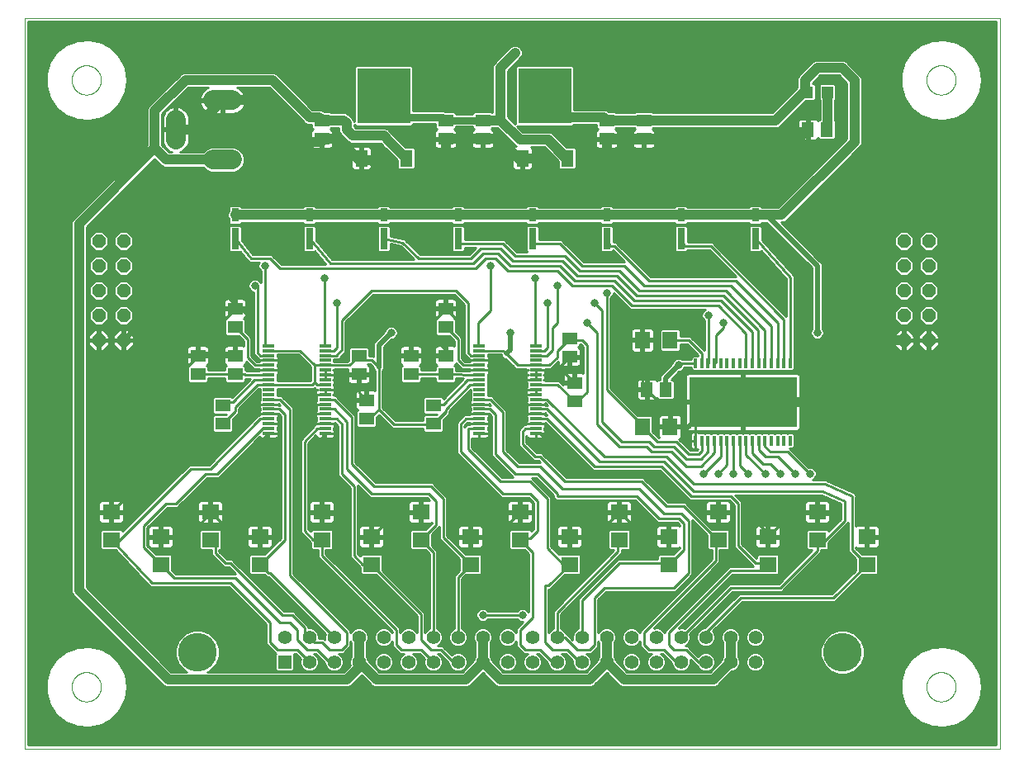
<source format=gtl>
G75*
%MOIN*%
%OFA0B0*%
%FSLAX25Y25*%
%IPPOS*%
%LPD*%
%AMOC8*
5,1,8,0,0,1.08239X$1,22.5*
%
%ADD10C,0.00000*%
%ADD11R,0.04724X0.01181*%
%ADD12OC8,0.05600*%
%ADD13R,0.05906X0.05118*%
%ADD14R,0.05118X0.05906*%
%ADD15R,0.21654X0.22441*%
%ADD16R,0.05118X0.06693*%
%ADD17C,0.07874*%
%ADD18R,0.03150X0.05512*%
%ADD19R,0.03150X0.08661*%
%ADD20R,0.01181X0.03937*%
%ADD21R,0.43307X0.20472*%
%ADD22R,0.06299X0.07098*%
%ADD23R,0.05500X0.05500*%
%ADD24C,0.05500*%
%ADD25C,0.15600*%
%ADD26R,0.07098X0.06299*%
%ADD27R,0.04724X0.04724*%
%ADD28C,0.03169*%
%ADD29C,0.01000*%
%ADD30C,0.03000*%
%ADD31C,0.04000*%
%ADD32C,0.02000*%
D10*
X0001500Y0001500D02*
X0001500Y0296461D01*
X0395201Y0296461D01*
X0395201Y0001500D01*
X0001500Y0001500D01*
X0020594Y0026500D02*
X0020596Y0026653D01*
X0020602Y0026807D01*
X0020612Y0026960D01*
X0020626Y0027112D01*
X0020644Y0027265D01*
X0020666Y0027416D01*
X0020691Y0027567D01*
X0020721Y0027718D01*
X0020755Y0027868D01*
X0020792Y0028016D01*
X0020833Y0028164D01*
X0020878Y0028310D01*
X0020927Y0028456D01*
X0020980Y0028600D01*
X0021036Y0028742D01*
X0021096Y0028883D01*
X0021160Y0029023D01*
X0021227Y0029161D01*
X0021298Y0029297D01*
X0021373Y0029431D01*
X0021450Y0029563D01*
X0021532Y0029693D01*
X0021616Y0029821D01*
X0021704Y0029947D01*
X0021795Y0030070D01*
X0021889Y0030191D01*
X0021987Y0030309D01*
X0022087Y0030425D01*
X0022191Y0030538D01*
X0022297Y0030649D01*
X0022406Y0030757D01*
X0022518Y0030862D01*
X0022632Y0030963D01*
X0022750Y0031062D01*
X0022869Y0031158D01*
X0022991Y0031251D01*
X0023116Y0031340D01*
X0023243Y0031427D01*
X0023372Y0031509D01*
X0023503Y0031589D01*
X0023636Y0031665D01*
X0023771Y0031738D01*
X0023908Y0031807D01*
X0024047Y0031872D01*
X0024187Y0031934D01*
X0024329Y0031992D01*
X0024472Y0032047D01*
X0024617Y0032098D01*
X0024763Y0032145D01*
X0024910Y0032188D01*
X0025058Y0032227D01*
X0025207Y0032263D01*
X0025357Y0032294D01*
X0025508Y0032322D01*
X0025659Y0032346D01*
X0025812Y0032366D01*
X0025964Y0032382D01*
X0026117Y0032394D01*
X0026270Y0032402D01*
X0026423Y0032406D01*
X0026577Y0032406D01*
X0026730Y0032402D01*
X0026883Y0032394D01*
X0027036Y0032382D01*
X0027188Y0032366D01*
X0027341Y0032346D01*
X0027492Y0032322D01*
X0027643Y0032294D01*
X0027793Y0032263D01*
X0027942Y0032227D01*
X0028090Y0032188D01*
X0028237Y0032145D01*
X0028383Y0032098D01*
X0028528Y0032047D01*
X0028671Y0031992D01*
X0028813Y0031934D01*
X0028953Y0031872D01*
X0029092Y0031807D01*
X0029229Y0031738D01*
X0029364Y0031665D01*
X0029497Y0031589D01*
X0029628Y0031509D01*
X0029757Y0031427D01*
X0029884Y0031340D01*
X0030009Y0031251D01*
X0030131Y0031158D01*
X0030250Y0031062D01*
X0030368Y0030963D01*
X0030482Y0030862D01*
X0030594Y0030757D01*
X0030703Y0030649D01*
X0030809Y0030538D01*
X0030913Y0030425D01*
X0031013Y0030309D01*
X0031111Y0030191D01*
X0031205Y0030070D01*
X0031296Y0029947D01*
X0031384Y0029821D01*
X0031468Y0029693D01*
X0031550Y0029563D01*
X0031627Y0029431D01*
X0031702Y0029297D01*
X0031773Y0029161D01*
X0031840Y0029023D01*
X0031904Y0028883D01*
X0031964Y0028742D01*
X0032020Y0028600D01*
X0032073Y0028456D01*
X0032122Y0028310D01*
X0032167Y0028164D01*
X0032208Y0028016D01*
X0032245Y0027868D01*
X0032279Y0027718D01*
X0032309Y0027567D01*
X0032334Y0027416D01*
X0032356Y0027265D01*
X0032374Y0027112D01*
X0032388Y0026960D01*
X0032398Y0026807D01*
X0032404Y0026653D01*
X0032406Y0026500D01*
X0032404Y0026347D01*
X0032398Y0026193D01*
X0032388Y0026040D01*
X0032374Y0025888D01*
X0032356Y0025735D01*
X0032334Y0025584D01*
X0032309Y0025433D01*
X0032279Y0025282D01*
X0032245Y0025132D01*
X0032208Y0024984D01*
X0032167Y0024836D01*
X0032122Y0024690D01*
X0032073Y0024544D01*
X0032020Y0024400D01*
X0031964Y0024258D01*
X0031904Y0024117D01*
X0031840Y0023977D01*
X0031773Y0023839D01*
X0031702Y0023703D01*
X0031627Y0023569D01*
X0031550Y0023437D01*
X0031468Y0023307D01*
X0031384Y0023179D01*
X0031296Y0023053D01*
X0031205Y0022930D01*
X0031111Y0022809D01*
X0031013Y0022691D01*
X0030913Y0022575D01*
X0030809Y0022462D01*
X0030703Y0022351D01*
X0030594Y0022243D01*
X0030482Y0022138D01*
X0030368Y0022037D01*
X0030250Y0021938D01*
X0030131Y0021842D01*
X0030009Y0021749D01*
X0029884Y0021660D01*
X0029757Y0021573D01*
X0029628Y0021491D01*
X0029497Y0021411D01*
X0029364Y0021335D01*
X0029229Y0021262D01*
X0029092Y0021193D01*
X0028953Y0021128D01*
X0028813Y0021066D01*
X0028671Y0021008D01*
X0028528Y0020953D01*
X0028383Y0020902D01*
X0028237Y0020855D01*
X0028090Y0020812D01*
X0027942Y0020773D01*
X0027793Y0020737D01*
X0027643Y0020706D01*
X0027492Y0020678D01*
X0027341Y0020654D01*
X0027188Y0020634D01*
X0027036Y0020618D01*
X0026883Y0020606D01*
X0026730Y0020598D01*
X0026577Y0020594D01*
X0026423Y0020594D01*
X0026270Y0020598D01*
X0026117Y0020606D01*
X0025964Y0020618D01*
X0025812Y0020634D01*
X0025659Y0020654D01*
X0025508Y0020678D01*
X0025357Y0020706D01*
X0025207Y0020737D01*
X0025058Y0020773D01*
X0024910Y0020812D01*
X0024763Y0020855D01*
X0024617Y0020902D01*
X0024472Y0020953D01*
X0024329Y0021008D01*
X0024187Y0021066D01*
X0024047Y0021128D01*
X0023908Y0021193D01*
X0023771Y0021262D01*
X0023636Y0021335D01*
X0023503Y0021411D01*
X0023372Y0021491D01*
X0023243Y0021573D01*
X0023116Y0021660D01*
X0022991Y0021749D01*
X0022869Y0021842D01*
X0022750Y0021938D01*
X0022632Y0022037D01*
X0022518Y0022138D01*
X0022406Y0022243D01*
X0022297Y0022351D01*
X0022191Y0022462D01*
X0022087Y0022575D01*
X0021987Y0022691D01*
X0021889Y0022809D01*
X0021795Y0022930D01*
X0021704Y0023053D01*
X0021616Y0023179D01*
X0021532Y0023307D01*
X0021450Y0023437D01*
X0021373Y0023569D01*
X0021298Y0023703D01*
X0021227Y0023839D01*
X0021160Y0023977D01*
X0021096Y0024117D01*
X0021036Y0024258D01*
X0020980Y0024400D01*
X0020927Y0024544D01*
X0020878Y0024690D01*
X0020833Y0024836D01*
X0020792Y0024984D01*
X0020755Y0025132D01*
X0020721Y0025282D01*
X0020691Y0025433D01*
X0020666Y0025584D01*
X0020644Y0025735D01*
X0020626Y0025888D01*
X0020612Y0026040D01*
X0020602Y0026193D01*
X0020596Y0026347D01*
X0020594Y0026500D01*
X0020594Y0271500D02*
X0020596Y0271653D01*
X0020602Y0271807D01*
X0020612Y0271960D01*
X0020626Y0272112D01*
X0020644Y0272265D01*
X0020666Y0272416D01*
X0020691Y0272567D01*
X0020721Y0272718D01*
X0020755Y0272868D01*
X0020792Y0273016D01*
X0020833Y0273164D01*
X0020878Y0273310D01*
X0020927Y0273456D01*
X0020980Y0273600D01*
X0021036Y0273742D01*
X0021096Y0273883D01*
X0021160Y0274023D01*
X0021227Y0274161D01*
X0021298Y0274297D01*
X0021373Y0274431D01*
X0021450Y0274563D01*
X0021532Y0274693D01*
X0021616Y0274821D01*
X0021704Y0274947D01*
X0021795Y0275070D01*
X0021889Y0275191D01*
X0021987Y0275309D01*
X0022087Y0275425D01*
X0022191Y0275538D01*
X0022297Y0275649D01*
X0022406Y0275757D01*
X0022518Y0275862D01*
X0022632Y0275963D01*
X0022750Y0276062D01*
X0022869Y0276158D01*
X0022991Y0276251D01*
X0023116Y0276340D01*
X0023243Y0276427D01*
X0023372Y0276509D01*
X0023503Y0276589D01*
X0023636Y0276665D01*
X0023771Y0276738D01*
X0023908Y0276807D01*
X0024047Y0276872D01*
X0024187Y0276934D01*
X0024329Y0276992D01*
X0024472Y0277047D01*
X0024617Y0277098D01*
X0024763Y0277145D01*
X0024910Y0277188D01*
X0025058Y0277227D01*
X0025207Y0277263D01*
X0025357Y0277294D01*
X0025508Y0277322D01*
X0025659Y0277346D01*
X0025812Y0277366D01*
X0025964Y0277382D01*
X0026117Y0277394D01*
X0026270Y0277402D01*
X0026423Y0277406D01*
X0026577Y0277406D01*
X0026730Y0277402D01*
X0026883Y0277394D01*
X0027036Y0277382D01*
X0027188Y0277366D01*
X0027341Y0277346D01*
X0027492Y0277322D01*
X0027643Y0277294D01*
X0027793Y0277263D01*
X0027942Y0277227D01*
X0028090Y0277188D01*
X0028237Y0277145D01*
X0028383Y0277098D01*
X0028528Y0277047D01*
X0028671Y0276992D01*
X0028813Y0276934D01*
X0028953Y0276872D01*
X0029092Y0276807D01*
X0029229Y0276738D01*
X0029364Y0276665D01*
X0029497Y0276589D01*
X0029628Y0276509D01*
X0029757Y0276427D01*
X0029884Y0276340D01*
X0030009Y0276251D01*
X0030131Y0276158D01*
X0030250Y0276062D01*
X0030368Y0275963D01*
X0030482Y0275862D01*
X0030594Y0275757D01*
X0030703Y0275649D01*
X0030809Y0275538D01*
X0030913Y0275425D01*
X0031013Y0275309D01*
X0031111Y0275191D01*
X0031205Y0275070D01*
X0031296Y0274947D01*
X0031384Y0274821D01*
X0031468Y0274693D01*
X0031550Y0274563D01*
X0031627Y0274431D01*
X0031702Y0274297D01*
X0031773Y0274161D01*
X0031840Y0274023D01*
X0031904Y0273883D01*
X0031964Y0273742D01*
X0032020Y0273600D01*
X0032073Y0273456D01*
X0032122Y0273310D01*
X0032167Y0273164D01*
X0032208Y0273016D01*
X0032245Y0272868D01*
X0032279Y0272718D01*
X0032309Y0272567D01*
X0032334Y0272416D01*
X0032356Y0272265D01*
X0032374Y0272112D01*
X0032388Y0271960D01*
X0032398Y0271807D01*
X0032404Y0271653D01*
X0032406Y0271500D01*
X0032404Y0271347D01*
X0032398Y0271193D01*
X0032388Y0271040D01*
X0032374Y0270888D01*
X0032356Y0270735D01*
X0032334Y0270584D01*
X0032309Y0270433D01*
X0032279Y0270282D01*
X0032245Y0270132D01*
X0032208Y0269984D01*
X0032167Y0269836D01*
X0032122Y0269690D01*
X0032073Y0269544D01*
X0032020Y0269400D01*
X0031964Y0269258D01*
X0031904Y0269117D01*
X0031840Y0268977D01*
X0031773Y0268839D01*
X0031702Y0268703D01*
X0031627Y0268569D01*
X0031550Y0268437D01*
X0031468Y0268307D01*
X0031384Y0268179D01*
X0031296Y0268053D01*
X0031205Y0267930D01*
X0031111Y0267809D01*
X0031013Y0267691D01*
X0030913Y0267575D01*
X0030809Y0267462D01*
X0030703Y0267351D01*
X0030594Y0267243D01*
X0030482Y0267138D01*
X0030368Y0267037D01*
X0030250Y0266938D01*
X0030131Y0266842D01*
X0030009Y0266749D01*
X0029884Y0266660D01*
X0029757Y0266573D01*
X0029628Y0266491D01*
X0029497Y0266411D01*
X0029364Y0266335D01*
X0029229Y0266262D01*
X0029092Y0266193D01*
X0028953Y0266128D01*
X0028813Y0266066D01*
X0028671Y0266008D01*
X0028528Y0265953D01*
X0028383Y0265902D01*
X0028237Y0265855D01*
X0028090Y0265812D01*
X0027942Y0265773D01*
X0027793Y0265737D01*
X0027643Y0265706D01*
X0027492Y0265678D01*
X0027341Y0265654D01*
X0027188Y0265634D01*
X0027036Y0265618D01*
X0026883Y0265606D01*
X0026730Y0265598D01*
X0026577Y0265594D01*
X0026423Y0265594D01*
X0026270Y0265598D01*
X0026117Y0265606D01*
X0025964Y0265618D01*
X0025812Y0265634D01*
X0025659Y0265654D01*
X0025508Y0265678D01*
X0025357Y0265706D01*
X0025207Y0265737D01*
X0025058Y0265773D01*
X0024910Y0265812D01*
X0024763Y0265855D01*
X0024617Y0265902D01*
X0024472Y0265953D01*
X0024329Y0266008D01*
X0024187Y0266066D01*
X0024047Y0266128D01*
X0023908Y0266193D01*
X0023771Y0266262D01*
X0023636Y0266335D01*
X0023503Y0266411D01*
X0023372Y0266491D01*
X0023243Y0266573D01*
X0023116Y0266660D01*
X0022991Y0266749D01*
X0022869Y0266842D01*
X0022750Y0266938D01*
X0022632Y0267037D01*
X0022518Y0267138D01*
X0022406Y0267243D01*
X0022297Y0267351D01*
X0022191Y0267462D01*
X0022087Y0267575D01*
X0021987Y0267691D01*
X0021889Y0267809D01*
X0021795Y0267930D01*
X0021704Y0268053D01*
X0021616Y0268179D01*
X0021532Y0268307D01*
X0021450Y0268437D01*
X0021373Y0268569D01*
X0021298Y0268703D01*
X0021227Y0268839D01*
X0021160Y0268977D01*
X0021096Y0269117D01*
X0021036Y0269258D01*
X0020980Y0269400D01*
X0020927Y0269544D01*
X0020878Y0269690D01*
X0020833Y0269836D01*
X0020792Y0269984D01*
X0020755Y0270132D01*
X0020721Y0270282D01*
X0020691Y0270433D01*
X0020666Y0270584D01*
X0020644Y0270735D01*
X0020626Y0270888D01*
X0020612Y0271040D01*
X0020602Y0271193D01*
X0020596Y0271347D01*
X0020594Y0271500D01*
X0365594Y0271500D02*
X0365596Y0271653D01*
X0365602Y0271807D01*
X0365612Y0271960D01*
X0365626Y0272112D01*
X0365644Y0272265D01*
X0365666Y0272416D01*
X0365691Y0272567D01*
X0365721Y0272718D01*
X0365755Y0272868D01*
X0365792Y0273016D01*
X0365833Y0273164D01*
X0365878Y0273310D01*
X0365927Y0273456D01*
X0365980Y0273600D01*
X0366036Y0273742D01*
X0366096Y0273883D01*
X0366160Y0274023D01*
X0366227Y0274161D01*
X0366298Y0274297D01*
X0366373Y0274431D01*
X0366450Y0274563D01*
X0366532Y0274693D01*
X0366616Y0274821D01*
X0366704Y0274947D01*
X0366795Y0275070D01*
X0366889Y0275191D01*
X0366987Y0275309D01*
X0367087Y0275425D01*
X0367191Y0275538D01*
X0367297Y0275649D01*
X0367406Y0275757D01*
X0367518Y0275862D01*
X0367632Y0275963D01*
X0367750Y0276062D01*
X0367869Y0276158D01*
X0367991Y0276251D01*
X0368116Y0276340D01*
X0368243Y0276427D01*
X0368372Y0276509D01*
X0368503Y0276589D01*
X0368636Y0276665D01*
X0368771Y0276738D01*
X0368908Y0276807D01*
X0369047Y0276872D01*
X0369187Y0276934D01*
X0369329Y0276992D01*
X0369472Y0277047D01*
X0369617Y0277098D01*
X0369763Y0277145D01*
X0369910Y0277188D01*
X0370058Y0277227D01*
X0370207Y0277263D01*
X0370357Y0277294D01*
X0370508Y0277322D01*
X0370659Y0277346D01*
X0370812Y0277366D01*
X0370964Y0277382D01*
X0371117Y0277394D01*
X0371270Y0277402D01*
X0371423Y0277406D01*
X0371577Y0277406D01*
X0371730Y0277402D01*
X0371883Y0277394D01*
X0372036Y0277382D01*
X0372188Y0277366D01*
X0372341Y0277346D01*
X0372492Y0277322D01*
X0372643Y0277294D01*
X0372793Y0277263D01*
X0372942Y0277227D01*
X0373090Y0277188D01*
X0373237Y0277145D01*
X0373383Y0277098D01*
X0373528Y0277047D01*
X0373671Y0276992D01*
X0373813Y0276934D01*
X0373953Y0276872D01*
X0374092Y0276807D01*
X0374229Y0276738D01*
X0374364Y0276665D01*
X0374497Y0276589D01*
X0374628Y0276509D01*
X0374757Y0276427D01*
X0374884Y0276340D01*
X0375009Y0276251D01*
X0375131Y0276158D01*
X0375250Y0276062D01*
X0375368Y0275963D01*
X0375482Y0275862D01*
X0375594Y0275757D01*
X0375703Y0275649D01*
X0375809Y0275538D01*
X0375913Y0275425D01*
X0376013Y0275309D01*
X0376111Y0275191D01*
X0376205Y0275070D01*
X0376296Y0274947D01*
X0376384Y0274821D01*
X0376468Y0274693D01*
X0376550Y0274563D01*
X0376627Y0274431D01*
X0376702Y0274297D01*
X0376773Y0274161D01*
X0376840Y0274023D01*
X0376904Y0273883D01*
X0376964Y0273742D01*
X0377020Y0273600D01*
X0377073Y0273456D01*
X0377122Y0273310D01*
X0377167Y0273164D01*
X0377208Y0273016D01*
X0377245Y0272868D01*
X0377279Y0272718D01*
X0377309Y0272567D01*
X0377334Y0272416D01*
X0377356Y0272265D01*
X0377374Y0272112D01*
X0377388Y0271960D01*
X0377398Y0271807D01*
X0377404Y0271653D01*
X0377406Y0271500D01*
X0377404Y0271347D01*
X0377398Y0271193D01*
X0377388Y0271040D01*
X0377374Y0270888D01*
X0377356Y0270735D01*
X0377334Y0270584D01*
X0377309Y0270433D01*
X0377279Y0270282D01*
X0377245Y0270132D01*
X0377208Y0269984D01*
X0377167Y0269836D01*
X0377122Y0269690D01*
X0377073Y0269544D01*
X0377020Y0269400D01*
X0376964Y0269258D01*
X0376904Y0269117D01*
X0376840Y0268977D01*
X0376773Y0268839D01*
X0376702Y0268703D01*
X0376627Y0268569D01*
X0376550Y0268437D01*
X0376468Y0268307D01*
X0376384Y0268179D01*
X0376296Y0268053D01*
X0376205Y0267930D01*
X0376111Y0267809D01*
X0376013Y0267691D01*
X0375913Y0267575D01*
X0375809Y0267462D01*
X0375703Y0267351D01*
X0375594Y0267243D01*
X0375482Y0267138D01*
X0375368Y0267037D01*
X0375250Y0266938D01*
X0375131Y0266842D01*
X0375009Y0266749D01*
X0374884Y0266660D01*
X0374757Y0266573D01*
X0374628Y0266491D01*
X0374497Y0266411D01*
X0374364Y0266335D01*
X0374229Y0266262D01*
X0374092Y0266193D01*
X0373953Y0266128D01*
X0373813Y0266066D01*
X0373671Y0266008D01*
X0373528Y0265953D01*
X0373383Y0265902D01*
X0373237Y0265855D01*
X0373090Y0265812D01*
X0372942Y0265773D01*
X0372793Y0265737D01*
X0372643Y0265706D01*
X0372492Y0265678D01*
X0372341Y0265654D01*
X0372188Y0265634D01*
X0372036Y0265618D01*
X0371883Y0265606D01*
X0371730Y0265598D01*
X0371577Y0265594D01*
X0371423Y0265594D01*
X0371270Y0265598D01*
X0371117Y0265606D01*
X0370964Y0265618D01*
X0370812Y0265634D01*
X0370659Y0265654D01*
X0370508Y0265678D01*
X0370357Y0265706D01*
X0370207Y0265737D01*
X0370058Y0265773D01*
X0369910Y0265812D01*
X0369763Y0265855D01*
X0369617Y0265902D01*
X0369472Y0265953D01*
X0369329Y0266008D01*
X0369187Y0266066D01*
X0369047Y0266128D01*
X0368908Y0266193D01*
X0368771Y0266262D01*
X0368636Y0266335D01*
X0368503Y0266411D01*
X0368372Y0266491D01*
X0368243Y0266573D01*
X0368116Y0266660D01*
X0367991Y0266749D01*
X0367869Y0266842D01*
X0367750Y0266938D01*
X0367632Y0267037D01*
X0367518Y0267138D01*
X0367406Y0267243D01*
X0367297Y0267351D01*
X0367191Y0267462D01*
X0367087Y0267575D01*
X0366987Y0267691D01*
X0366889Y0267809D01*
X0366795Y0267930D01*
X0366704Y0268053D01*
X0366616Y0268179D01*
X0366532Y0268307D01*
X0366450Y0268437D01*
X0366373Y0268569D01*
X0366298Y0268703D01*
X0366227Y0268839D01*
X0366160Y0268977D01*
X0366096Y0269117D01*
X0366036Y0269258D01*
X0365980Y0269400D01*
X0365927Y0269544D01*
X0365878Y0269690D01*
X0365833Y0269836D01*
X0365792Y0269984D01*
X0365755Y0270132D01*
X0365721Y0270282D01*
X0365691Y0270433D01*
X0365666Y0270584D01*
X0365644Y0270735D01*
X0365626Y0270888D01*
X0365612Y0271040D01*
X0365602Y0271193D01*
X0365596Y0271347D01*
X0365594Y0271500D01*
X0365594Y0026500D02*
X0365596Y0026653D01*
X0365602Y0026807D01*
X0365612Y0026960D01*
X0365626Y0027112D01*
X0365644Y0027265D01*
X0365666Y0027416D01*
X0365691Y0027567D01*
X0365721Y0027718D01*
X0365755Y0027868D01*
X0365792Y0028016D01*
X0365833Y0028164D01*
X0365878Y0028310D01*
X0365927Y0028456D01*
X0365980Y0028600D01*
X0366036Y0028742D01*
X0366096Y0028883D01*
X0366160Y0029023D01*
X0366227Y0029161D01*
X0366298Y0029297D01*
X0366373Y0029431D01*
X0366450Y0029563D01*
X0366532Y0029693D01*
X0366616Y0029821D01*
X0366704Y0029947D01*
X0366795Y0030070D01*
X0366889Y0030191D01*
X0366987Y0030309D01*
X0367087Y0030425D01*
X0367191Y0030538D01*
X0367297Y0030649D01*
X0367406Y0030757D01*
X0367518Y0030862D01*
X0367632Y0030963D01*
X0367750Y0031062D01*
X0367869Y0031158D01*
X0367991Y0031251D01*
X0368116Y0031340D01*
X0368243Y0031427D01*
X0368372Y0031509D01*
X0368503Y0031589D01*
X0368636Y0031665D01*
X0368771Y0031738D01*
X0368908Y0031807D01*
X0369047Y0031872D01*
X0369187Y0031934D01*
X0369329Y0031992D01*
X0369472Y0032047D01*
X0369617Y0032098D01*
X0369763Y0032145D01*
X0369910Y0032188D01*
X0370058Y0032227D01*
X0370207Y0032263D01*
X0370357Y0032294D01*
X0370508Y0032322D01*
X0370659Y0032346D01*
X0370812Y0032366D01*
X0370964Y0032382D01*
X0371117Y0032394D01*
X0371270Y0032402D01*
X0371423Y0032406D01*
X0371577Y0032406D01*
X0371730Y0032402D01*
X0371883Y0032394D01*
X0372036Y0032382D01*
X0372188Y0032366D01*
X0372341Y0032346D01*
X0372492Y0032322D01*
X0372643Y0032294D01*
X0372793Y0032263D01*
X0372942Y0032227D01*
X0373090Y0032188D01*
X0373237Y0032145D01*
X0373383Y0032098D01*
X0373528Y0032047D01*
X0373671Y0031992D01*
X0373813Y0031934D01*
X0373953Y0031872D01*
X0374092Y0031807D01*
X0374229Y0031738D01*
X0374364Y0031665D01*
X0374497Y0031589D01*
X0374628Y0031509D01*
X0374757Y0031427D01*
X0374884Y0031340D01*
X0375009Y0031251D01*
X0375131Y0031158D01*
X0375250Y0031062D01*
X0375368Y0030963D01*
X0375482Y0030862D01*
X0375594Y0030757D01*
X0375703Y0030649D01*
X0375809Y0030538D01*
X0375913Y0030425D01*
X0376013Y0030309D01*
X0376111Y0030191D01*
X0376205Y0030070D01*
X0376296Y0029947D01*
X0376384Y0029821D01*
X0376468Y0029693D01*
X0376550Y0029563D01*
X0376627Y0029431D01*
X0376702Y0029297D01*
X0376773Y0029161D01*
X0376840Y0029023D01*
X0376904Y0028883D01*
X0376964Y0028742D01*
X0377020Y0028600D01*
X0377073Y0028456D01*
X0377122Y0028310D01*
X0377167Y0028164D01*
X0377208Y0028016D01*
X0377245Y0027868D01*
X0377279Y0027718D01*
X0377309Y0027567D01*
X0377334Y0027416D01*
X0377356Y0027265D01*
X0377374Y0027112D01*
X0377388Y0026960D01*
X0377398Y0026807D01*
X0377404Y0026653D01*
X0377406Y0026500D01*
X0377404Y0026347D01*
X0377398Y0026193D01*
X0377388Y0026040D01*
X0377374Y0025888D01*
X0377356Y0025735D01*
X0377334Y0025584D01*
X0377309Y0025433D01*
X0377279Y0025282D01*
X0377245Y0025132D01*
X0377208Y0024984D01*
X0377167Y0024836D01*
X0377122Y0024690D01*
X0377073Y0024544D01*
X0377020Y0024400D01*
X0376964Y0024258D01*
X0376904Y0024117D01*
X0376840Y0023977D01*
X0376773Y0023839D01*
X0376702Y0023703D01*
X0376627Y0023569D01*
X0376550Y0023437D01*
X0376468Y0023307D01*
X0376384Y0023179D01*
X0376296Y0023053D01*
X0376205Y0022930D01*
X0376111Y0022809D01*
X0376013Y0022691D01*
X0375913Y0022575D01*
X0375809Y0022462D01*
X0375703Y0022351D01*
X0375594Y0022243D01*
X0375482Y0022138D01*
X0375368Y0022037D01*
X0375250Y0021938D01*
X0375131Y0021842D01*
X0375009Y0021749D01*
X0374884Y0021660D01*
X0374757Y0021573D01*
X0374628Y0021491D01*
X0374497Y0021411D01*
X0374364Y0021335D01*
X0374229Y0021262D01*
X0374092Y0021193D01*
X0373953Y0021128D01*
X0373813Y0021066D01*
X0373671Y0021008D01*
X0373528Y0020953D01*
X0373383Y0020902D01*
X0373237Y0020855D01*
X0373090Y0020812D01*
X0372942Y0020773D01*
X0372793Y0020737D01*
X0372643Y0020706D01*
X0372492Y0020678D01*
X0372341Y0020654D01*
X0372188Y0020634D01*
X0372036Y0020618D01*
X0371883Y0020606D01*
X0371730Y0020598D01*
X0371577Y0020594D01*
X0371423Y0020594D01*
X0371270Y0020598D01*
X0371117Y0020606D01*
X0370964Y0020618D01*
X0370812Y0020634D01*
X0370659Y0020654D01*
X0370508Y0020678D01*
X0370357Y0020706D01*
X0370207Y0020737D01*
X0370058Y0020773D01*
X0369910Y0020812D01*
X0369763Y0020855D01*
X0369617Y0020902D01*
X0369472Y0020953D01*
X0369329Y0021008D01*
X0369187Y0021066D01*
X0369047Y0021128D01*
X0368908Y0021193D01*
X0368771Y0021262D01*
X0368636Y0021335D01*
X0368503Y0021411D01*
X0368372Y0021491D01*
X0368243Y0021573D01*
X0368116Y0021660D01*
X0367991Y0021749D01*
X0367869Y0021842D01*
X0367750Y0021938D01*
X0367632Y0022037D01*
X0367518Y0022138D01*
X0367406Y0022243D01*
X0367297Y0022351D01*
X0367191Y0022462D01*
X0367087Y0022575D01*
X0366987Y0022691D01*
X0366889Y0022809D01*
X0366795Y0022930D01*
X0366704Y0023053D01*
X0366616Y0023179D01*
X0366532Y0023307D01*
X0366450Y0023437D01*
X0366373Y0023569D01*
X0366298Y0023703D01*
X0366227Y0023839D01*
X0366160Y0023977D01*
X0366096Y0024117D01*
X0366036Y0024258D01*
X0365980Y0024400D01*
X0365927Y0024544D01*
X0365878Y0024690D01*
X0365833Y0024836D01*
X0365792Y0024984D01*
X0365755Y0025132D01*
X0365721Y0025282D01*
X0365691Y0025433D01*
X0365666Y0025584D01*
X0365644Y0025735D01*
X0365626Y0025888D01*
X0365612Y0026040D01*
X0365602Y0026193D01*
X0365596Y0026347D01*
X0365594Y0026500D01*
D11*
X0207917Y0128783D03*
X0207917Y0130752D03*
X0207917Y0132720D03*
X0207917Y0134689D03*
X0207917Y0136657D03*
X0207917Y0138626D03*
X0207917Y0140594D03*
X0207917Y0142563D03*
X0207917Y0144531D03*
X0207917Y0146500D03*
X0207917Y0148469D03*
X0207917Y0150437D03*
X0207917Y0152406D03*
X0207917Y0154374D03*
X0207917Y0156343D03*
X0207917Y0158311D03*
X0207917Y0160280D03*
X0207917Y0162248D03*
X0207917Y0164217D03*
X0185083Y0164217D03*
X0185083Y0162248D03*
X0185083Y0160280D03*
X0185083Y0158311D03*
X0185083Y0156343D03*
X0185083Y0154374D03*
X0185083Y0152406D03*
X0185083Y0150437D03*
X0185083Y0148469D03*
X0185083Y0146500D03*
X0185083Y0144531D03*
X0185083Y0142563D03*
X0185083Y0140594D03*
X0185083Y0138626D03*
X0185083Y0136657D03*
X0185083Y0134689D03*
X0185083Y0132720D03*
X0185083Y0130752D03*
X0185083Y0128783D03*
X0122917Y0128783D03*
X0122917Y0130752D03*
X0122917Y0132720D03*
X0122917Y0134689D03*
X0122917Y0136657D03*
X0122917Y0138626D03*
X0122917Y0140594D03*
X0122917Y0142563D03*
X0122917Y0144531D03*
X0122917Y0146500D03*
X0122917Y0148469D03*
X0122917Y0150437D03*
X0122917Y0152406D03*
X0122917Y0154374D03*
X0122917Y0156343D03*
X0122917Y0158311D03*
X0122917Y0160280D03*
X0122917Y0162248D03*
X0122917Y0164217D03*
X0100083Y0164217D03*
X0100083Y0162248D03*
X0100083Y0160280D03*
X0100083Y0158311D03*
X0100083Y0156343D03*
X0100083Y0154374D03*
X0100083Y0152406D03*
X0100083Y0150437D03*
X0100083Y0148469D03*
X0100083Y0146500D03*
X0100083Y0144531D03*
X0100083Y0142563D03*
X0100083Y0140594D03*
X0100083Y0138626D03*
X0100083Y0136657D03*
X0100083Y0134689D03*
X0100083Y0132720D03*
X0100083Y0130752D03*
X0100083Y0128783D03*
D12*
X0041500Y0166500D03*
X0031500Y0166500D03*
X0031500Y0176500D03*
X0031500Y0186500D03*
X0031500Y0196500D03*
X0041500Y0196500D03*
X0041500Y0186500D03*
X0041500Y0176500D03*
X0041500Y0206500D03*
X0031500Y0206500D03*
X0356500Y0206500D03*
X0366500Y0206500D03*
X0366500Y0196500D03*
X0366500Y0186500D03*
X0366500Y0176500D03*
X0356500Y0176500D03*
X0356500Y0186500D03*
X0356500Y0196500D03*
X0356500Y0166500D03*
X0366500Y0166500D03*
D13*
X0251500Y0247760D03*
X0251500Y0255240D03*
X0236500Y0255240D03*
X0236500Y0247760D03*
X0186500Y0247760D03*
X0186500Y0255240D03*
X0171500Y0255240D03*
X0171500Y0247760D03*
X0121500Y0247760D03*
X0121500Y0255240D03*
X0086500Y0179240D03*
X0086500Y0171760D03*
X0086500Y0160240D03*
X0086500Y0152760D03*
X0081500Y0140240D03*
X0081500Y0132760D03*
X0071500Y0152760D03*
X0071500Y0160240D03*
X0136500Y0160240D03*
X0136500Y0152760D03*
X0139500Y0142240D03*
X0139500Y0134760D03*
X0157500Y0152760D03*
X0157500Y0160240D03*
X0171500Y0160240D03*
X0171500Y0152760D03*
X0166500Y0140240D03*
X0166500Y0132760D03*
X0171500Y0171760D03*
X0171500Y0179240D03*
X0221500Y0167240D03*
X0221500Y0159760D03*
X0223500Y0149240D03*
X0223500Y0141760D03*
D14*
X0252760Y0146500D03*
X0260240Y0146500D03*
X0317760Y0251500D03*
X0325240Y0251500D03*
D15*
X0211500Y0265240D03*
X0146500Y0265240D03*
D16*
X0137504Y0239886D03*
X0155496Y0239886D03*
X0202504Y0239886D03*
X0220496Y0239886D03*
D17*
X0085437Y0239295D02*
X0077563Y0239295D01*
X0062602Y0247563D02*
X0062602Y0255437D01*
X0077563Y0263311D02*
X0085437Y0263311D01*
D18*
X0086500Y0217000D03*
X0116500Y0217000D03*
X0146500Y0217000D03*
X0176500Y0217000D03*
X0206500Y0217000D03*
X0236500Y0217000D03*
X0266500Y0217000D03*
X0296500Y0217000D03*
D19*
X0296500Y0207500D03*
X0266500Y0207500D03*
X0236500Y0207500D03*
X0206500Y0207500D03*
X0176500Y0207500D03*
X0146500Y0207500D03*
X0116500Y0207500D03*
X0086500Y0207500D03*
D20*
X0272307Y0157051D03*
X0274866Y0157051D03*
X0277425Y0157051D03*
X0279984Y0157051D03*
X0282543Y0157051D03*
X0285102Y0157051D03*
X0287661Y0157051D03*
X0290220Y0157051D03*
X0292780Y0157051D03*
X0295339Y0157051D03*
X0297898Y0157051D03*
X0300457Y0157051D03*
X0303016Y0157051D03*
X0305575Y0157051D03*
X0308134Y0157051D03*
X0310693Y0157051D03*
X0310693Y0125949D03*
X0308134Y0125949D03*
X0305575Y0125949D03*
X0303016Y0125949D03*
X0300457Y0125949D03*
X0297898Y0125949D03*
X0295339Y0125949D03*
X0292780Y0125949D03*
X0290220Y0125949D03*
X0287661Y0125949D03*
X0285102Y0125949D03*
X0282543Y0125949D03*
X0279984Y0125949D03*
X0277425Y0125949D03*
X0274866Y0125949D03*
X0272307Y0125949D03*
D21*
X0291500Y0141500D03*
D22*
X0262098Y0131500D03*
X0250902Y0131500D03*
X0250902Y0166500D03*
X0262098Y0166500D03*
D23*
X0106500Y0036500D03*
D24*
X0106500Y0046500D03*
X0116500Y0046500D03*
X0126500Y0046500D03*
X0126500Y0036500D03*
X0116500Y0036500D03*
X0136500Y0036500D03*
X0146500Y0036500D03*
X0146500Y0046500D03*
X0136500Y0046500D03*
X0156500Y0046500D03*
X0166500Y0046500D03*
X0166500Y0036500D03*
X0156500Y0036500D03*
X0176500Y0036500D03*
X0186500Y0036500D03*
X0186500Y0046500D03*
X0176500Y0046500D03*
X0196500Y0046500D03*
X0206500Y0046500D03*
X0206500Y0036500D03*
X0196500Y0036500D03*
X0216500Y0036500D03*
X0226500Y0036500D03*
X0226500Y0046500D03*
X0216500Y0046500D03*
X0236500Y0046500D03*
X0246500Y0046500D03*
X0246500Y0036500D03*
X0236500Y0036500D03*
X0256500Y0036500D03*
X0266500Y0036500D03*
X0266500Y0046500D03*
X0256500Y0046500D03*
X0276500Y0046500D03*
X0286500Y0046500D03*
X0286500Y0036500D03*
X0276500Y0036500D03*
X0296500Y0036500D03*
X0296500Y0046500D03*
D25*
X0331700Y0040500D03*
X0071300Y0040500D03*
D26*
X0056500Y0075902D03*
X0056500Y0087098D03*
X0036500Y0085902D03*
X0036500Y0097098D03*
X0076500Y0097098D03*
X0076500Y0085902D03*
X0096500Y0087098D03*
X0096500Y0075902D03*
X0121500Y0085902D03*
X0121500Y0097098D03*
X0141500Y0087098D03*
X0141500Y0075902D03*
X0161500Y0085902D03*
X0161500Y0097098D03*
X0181500Y0087098D03*
X0181500Y0075902D03*
X0201500Y0085902D03*
X0201500Y0097098D03*
X0221500Y0087098D03*
X0221500Y0075902D03*
X0241500Y0085902D03*
X0241500Y0097098D03*
X0261500Y0087098D03*
X0261500Y0075902D03*
X0281500Y0085902D03*
X0281500Y0097098D03*
X0301500Y0087098D03*
X0301500Y0075902D03*
X0321500Y0085902D03*
X0321500Y0097098D03*
X0341500Y0087098D03*
X0341500Y0075902D03*
D27*
X0325634Y0266500D03*
X0317366Y0266500D03*
D28*
X0296500Y0246500D03*
X0331500Y0211500D03*
X0283500Y0173500D03*
X0277500Y0176500D03*
X0265500Y0156500D03*
X0273500Y0148500D03*
X0273500Y0143830D03*
X0278500Y0143830D03*
X0278500Y0148500D03*
X0283500Y0148500D03*
X0283500Y0143830D03*
X0288500Y0143830D03*
X0288500Y0148500D03*
X0293500Y0148500D03*
X0293500Y0143830D03*
X0293500Y0139160D03*
X0293500Y0134500D03*
X0288500Y0134500D03*
X0288500Y0139160D03*
X0283500Y0139160D03*
X0283500Y0134500D03*
X0278500Y0134500D03*
X0278500Y0139160D03*
X0273500Y0139160D03*
X0273500Y0134500D03*
X0298500Y0134500D03*
X0298500Y0139160D03*
X0303500Y0139160D03*
X0303500Y0134500D03*
X0308500Y0134500D03*
X0308500Y0139160D03*
X0308500Y0143830D03*
X0308500Y0148500D03*
X0303500Y0148500D03*
X0303500Y0143830D03*
X0298500Y0143830D03*
X0298500Y0148500D03*
X0321500Y0169500D03*
X0318500Y0112500D03*
X0312500Y0112500D03*
X0306500Y0112500D03*
X0300500Y0112500D03*
X0293500Y0112500D03*
X0287500Y0112500D03*
X0281500Y0112500D03*
X0275500Y0112500D03*
X0294500Y0095500D03*
X0328500Y0096500D03*
X0328500Y0111500D03*
X0231500Y0181500D03*
X0236500Y0185500D03*
X0228500Y0173500D03*
X0212500Y0181500D03*
X0216500Y0188500D03*
X0207500Y0191500D03*
X0189500Y0196500D03*
X0197500Y0169500D03*
X0149500Y0169500D03*
X0127500Y0181500D03*
X0122500Y0191500D03*
X0098500Y0196500D03*
X0094500Y0188500D03*
X0041500Y0111500D03*
X0058500Y0094500D03*
X0129500Y0096500D03*
X0141500Y0096500D03*
X0176500Y0096500D03*
X0221500Y0096500D03*
X0221500Y0112500D03*
X0202500Y0055500D03*
X0186500Y0055500D03*
X0199500Y0282500D03*
D29*
X0202269Y0281083D02*
X0358287Y0281083D01*
X0358968Y0282082D02*
X0202600Y0282082D01*
X0202600Y0281883D02*
X0202600Y0283117D01*
X0202128Y0284256D01*
X0201256Y0285128D01*
X0200117Y0285600D01*
X0198883Y0285600D01*
X0197744Y0285128D01*
X0190872Y0278256D01*
X0190400Y0277117D01*
X0190400Y0258408D01*
X0189908Y0258899D01*
X0183092Y0258899D01*
X0182447Y0258255D01*
X0182447Y0257840D01*
X0175553Y0257840D01*
X0175553Y0258255D01*
X0174908Y0258899D01*
X0171242Y0258899D01*
X0170757Y0259100D01*
X0158427Y0259100D01*
X0158427Y0276916D01*
X0157782Y0277561D01*
X0135218Y0277561D01*
X0134573Y0276916D01*
X0134573Y0254681D01*
X0134128Y0255756D01*
X0133256Y0256628D01*
X0132016Y0257868D01*
X0130876Y0258340D01*
X0125467Y0258340D01*
X0124908Y0258899D01*
X0122502Y0258899D01*
X0122029Y0259095D01*
X0121996Y0259128D01*
X0120857Y0259600D01*
X0117784Y0259600D01*
X0103256Y0274128D01*
X0102117Y0274600D01*
X0065883Y0274600D01*
X0064744Y0274128D01*
X0063872Y0273256D01*
X0051372Y0260756D01*
X0050900Y0259617D01*
X0050900Y0245284D01*
X0020872Y0215256D01*
X0020400Y0214117D01*
X0020400Y0064883D01*
X0020872Y0063744D01*
X0021744Y0062872D01*
X0057744Y0026872D01*
X0058883Y0026400D01*
X0132117Y0026400D01*
X0133256Y0026872D01*
X0137500Y0031116D01*
X0140872Y0027744D01*
X0141744Y0026872D01*
X0142883Y0026400D01*
X0180117Y0026400D01*
X0181256Y0026872D01*
X0186500Y0032116D01*
X0191744Y0026872D01*
X0192883Y0026400D01*
X0230117Y0026400D01*
X0231256Y0026872D01*
X0232128Y0027744D01*
X0236500Y0032116D01*
X0241744Y0026872D01*
X0242883Y0026400D01*
X0280117Y0026400D01*
X0281256Y0026872D01*
X0282128Y0027744D01*
X0287034Y0032650D01*
X0287266Y0032650D01*
X0288681Y0033236D01*
X0289764Y0034319D01*
X0290350Y0035734D01*
X0290350Y0037266D01*
X0289764Y0038681D01*
X0289600Y0038845D01*
X0289600Y0044155D01*
X0289764Y0044319D01*
X0290350Y0045734D01*
X0290350Y0047266D01*
X0289764Y0048681D01*
X0288681Y0049764D01*
X0287266Y0050350D01*
X0285734Y0050350D01*
X0284319Y0049764D01*
X0283236Y0048681D01*
X0282650Y0047266D01*
X0282650Y0045734D01*
X0283236Y0044319D01*
X0283400Y0044155D01*
X0283400Y0038845D01*
X0283236Y0038681D01*
X0282650Y0037266D01*
X0282650Y0037034D01*
X0278216Y0032600D01*
X0244784Y0032600D01*
X0240350Y0037034D01*
X0240350Y0037266D01*
X0239764Y0038681D01*
X0239600Y0038845D01*
X0239600Y0044155D01*
X0239764Y0044319D01*
X0240350Y0045734D01*
X0240350Y0047266D01*
X0239764Y0048681D01*
X0238681Y0049764D01*
X0237266Y0050350D01*
X0235734Y0050350D01*
X0234319Y0049764D01*
X0233236Y0048681D01*
X0233100Y0048352D01*
X0233100Y0061837D01*
X0236163Y0064900D01*
X0264163Y0064900D01*
X0271100Y0071837D01*
X0271100Y0093637D01*
X0276851Y0087886D01*
X0276851Y0082296D01*
X0277495Y0081652D01*
X0278900Y0081652D01*
X0278900Y0078163D01*
X0249900Y0049163D01*
X0249900Y0048352D01*
X0249764Y0048681D01*
X0248681Y0049764D01*
X0247266Y0050350D01*
X0245734Y0050350D01*
X0244319Y0049764D01*
X0243236Y0048681D01*
X0242650Y0047266D01*
X0242650Y0045734D01*
X0243236Y0044319D01*
X0244319Y0043236D01*
X0245734Y0042650D01*
X0247266Y0042650D01*
X0248681Y0043236D01*
X0249764Y0044319D01*
X0249900Y0044648D01*
X0249900Y0042837D01*
X0250837Y0041900D01*
X0252837Y0039900D01*
X0254648Y0039900D01*
X0254319Y0039764D01*
X0253236Y0038681D01*
X0252650Y0037266D01*
X0252650Y0035734D01*
X0253236Y0034319D01*
X0254319Y0033236D01*
X0255734Y0032650D01*
X0257266Y0032650D01*
X0258681Y0033236D01*
X0259764Y0034319D01*
X0260350Y0035734D01*
X0260350Y0037266D01*
X0259764Y0038681D01*
X0258681Y0039764D01*
X0258352Y0039900D01*
X0258837Y0039900D01*
X0262650Y0036087D01*
X0262650Y0035734D01*
X0263236Y0034319D01*
X0264319Y0033236D01*
X0265734Y0032650D01*
X0267266Y0032650D01*
X0268681Y0033236D01*
X0269764Y0034319D01*
X0270350Y0035734D01*
X0270350Y0037266D01*
X0270264Y0037473D01*
X0272837Y0034900D01*
X0272996Y0034900D01*
X0273236Y0034319D01*
X0274319Y0033236D01*
X0275734Y0032650D01*
X0277266Y0032650D01*
X0278681Y0033236D01*
X0279764Y0034319D01*
X0280350Y0035734D01*
X0280350Y0037266D01*
X0279764Y0038681D01*
X0278681Y0039764D01*
X0277266Y0040350D01*
X0275734Y0040350D01*
X0274319Y0039764D01*
X0273409Y0038854D01*
X0270100Y0042163D01*
X0269163Y0043100D01*
X0268352Y0043100D01*
X0268681Y0043236D01*
X0269764Y0044319D01*
X0270350Y0045734D01*
X0270350Y0047266D01*
X0270109Y0047847D01*
X0287163Y0064900D01*
X0307163Y0064900D01*
X0308100Y0065837D01*
X0323100Y0080837D01*
X0323100Y0081652D01*
X0325505Y0081652D01*
X0326149Y0082296D01*
X0326149Y0084886D01*
X0333900Y0092637D01*
X0333900Y0081239D01*
X0336851Y0078288D01*
X0336851Y0073515D01*
X0327436Y0064100D01*
X0289837Y0064100D01*
X0288900Y0063163D01*
X0276087Y0050350D01*
X0275734Y0050350D01*
X0274319Y0049764D01*
X0273236Y0048681D01*
X0272650Y0047266D01*
X0272650Y0045734D01*
X0273236Y0044319D01*
X0274319Y0043236D01*
X0275734Y0042650D01*
X0277266Y0042650D01*
X0278681Y0043236D01*
X0279764Y0044319D01*
X0280350Y0045734D01*
X0280350Y0047266D01*
X0279764Y0048681D01*
X0279354Y0049091D01*
X0291163Y0060900D01*
X0328761Y0060900D01*
X0339513Y0071652D01*
X0345505Y0071652D01*
X0346149Y0072296D01*
X0346149Y0079507D01*
X0345505Y0080151D01*
X0339513Y0080151D01*
X0337100Y0082564D01*
X0337100Y0082708D01*
X0337372Y0082551D01*
X0337753Y0082449D01*
X0341000Y0082449D01*
X0341000Y0086598D01*
X0342000Y0086598D01*
X0342000Y0082449D01*
X0345247Y0082449D01*
X0345628Y0082551D01*
X0345970Y0082749D01*
X0346249Y0083028D01*
X0346447Y0083370D01*
X0346549Y0083751D01*
X0346549Y0086598D01*
X0342000Y0086598D01*
X0342000Y0087598D01*
X0346549Y0087598D01*
X0346549Y0090446D01*
X0346447Y0090827D01*
X0346249Y0091169D01*
X0345970Y0091448D01*
X0345628Y0091646D01*
X0345247Y0091748D01*
X0342000Y0091748D01*
X0342000Y0087598D01*
X0341000Y0087598D01*
X0341000Y0091748D01*
X0337753Y0091748D01*
X0337372Y0091646D01*
X0337100Y0091489D01*
X0337100Y0103153D01*
X0337231Y0103441D01*
X0337100Y0103790D01*
X0337100Y0104163D01*
X0336876Y0104386D01*
X0336765Y0104682D01*
X0336426Y0104837D01*
X0336163Y0105100D01*
X0335847Y0105100D01*
X0325426Y0109837D01*
X0325163Y0110100D01*
X0324847Y0110100D01*
X0324559Y0110231D01*
X0324210Y0110100D01*
X0319720Y0110100D01*
X0320020Y0110224D01*
X0320776Y0110979D01*
X0321184Y0111966D01*
X0321184Y0113034D01*
X0320776Y0114020D01*
X0320020Y0114776D01*
X0319034Y0115184D01*
X0318078Y0115184D01*
X0310382Y0122880D01*
X0311739Y0122880D01*
X0312383Y0123525D01*
X0312383Y0128373D01*
X0311739Y0129017D01*
X0309647Y0129017D01*
X0309413Y0128784D01*
X0309180Y0129017D01*
X0307088Y0129017D01*
X0306854Y0128784D01*
X0306621Y0129017D01*
X0304529Y0129017D01*
X0304295Y0128784D01*
X0304062Y0129017D01*
X0301970Y0129017D01*
X0301736Y0128784D01*
X0301503Y0129017D01*
X0299410Y0129017D01*
X0299177Y0128784D01*
X0298944Y0129017D01*
X0296851Y0129017D01*
X0296618Y0128784D01*
X0296385Y0129017D01*
X0294292Y0129017D01*
X0294059Y0128784D01*
X0293826Y0129017D01*
X0291733Y0129017D01*
X0291500Y0128784D01*
X0291267Y0129017D01*
X0289174Y0129017D01*
X0288941Y0128784D01*
X0288708Y0129017D01*
X0286615Y0129017D01*
X0286382Y0128784D01*
X0286149Y0129017D01*
X0284056Y0129017D01*
X0283823Y0128784D01*
X0283589Y0129017D01*
X0281497Y0129017D01*
X0281264Y0128784D01*
X0281030Y0129017D01*
X0278938Y0129017D01*
X0278705Y0128784D01*
X0278471Y0129017D01*
X0276379Y0129017D01*
X0276146Y0128784D01*
X0275912Y0129017D01*
X0273919Y0129017D01*
X0273819Y0129118D01*
X0273477Y0129315D01*
X0273095Y0129417D01*
X0272307Y0129417D01*
X0271519Y0129417D01*
X0271138Y0129315D01*
X0270796Y0129118D01*
X0270516Y0128838D01*
X0270319Y0128496D01*
X0270217Y0128115D01*
X0270217Y0125949D01*
X0272307Y0125949D01*
X0272307Y0129417D01*
X0272307Y0125949D01*
X0272307Y0125949D01*
X0272307Y0125949D01*
X0272307Y0132591D01*
X0271609Y0133289D01*
X0284500Y0132500D01*
X0287500Y0137500D01*
X0291500Y0141500D01*
X0292000Y0141292D02*
X0393701Y0141292D01*
X0393701Y0142290D02*
X0314654Y0142290D01*
X0314654Y0142000D02*
X0314654Y0151934D01*
X0314551Y0152315D01*
X0314354Y0152657D01*
X0314075Y0152937D01*
X0313733Y0153134D01*
X0313351Y0153236D01*
X0292000Y0153236D01*
X0292000Y0142000D01*
X0314654Y0142000D01*
X0314654Y0141000D02*
X0292000Y0141000D01*
X0292000Y0142000D01*
X0291000Y0142000D01*
X0291000Y0153236D01*
X0269649Y0153236D01*
X0269267Y0153134D01*
X0268925Y0152937D01*
X0268646Y0152657D01*
X0268449Y0152315D01*
X0268346Y0151934D01*
X0268346Y0142000D01*
X0291000Y0142000D01*
X0291000Y0141000D01*
X0292000Y0141000D01*
X0292000Y0129764D01*
X0313351Y0129764D01*
X0313733Y0129866D01*
X0314075Y0130063D01*
X0314354Y0130343D01*
X0314551Y0130685D01*
X0314654Y0131066D01*
X0314654Y0141000D01*
X0314654Y0140293D02*
X0393701Y0140293D01*
X0393701Y0139295D02*
X0314654Y0139295D01*
X0314654Y0138296D02*
X0393701Y0138296D01*
X0393701Y0137298D02*
X0314654Y0137298D01*
X0314654Y0136299D02*
X0393701Y0136299D01*
X0393701Y0135301D02*
X0314654Y0135301D01*
X0314654Y0134302D02*
X0393701Y0134302D01*
X0393701Y0133303D02*
X0314654Y0133303D01*
X0314654Y0132305D02*
X0393701Y0132305D01*
X0393701Y0131306D02*
X0314654Y0131306D01*
X0314319Y0130308D02*
X0393701Y0130308D01*
X0393701Y0129309D02*
X0273486Y0129309D01*
X0272307Y0129309D02*
X0272307Y0129309D01*
X0272307Y0128311D02*
X0272307Y0128311D01*
X0272307Y0127312D02*
X0272307Y0127312D01*
X0272307Y0126314D02*
X0272307Y0126314D01*
X0272307Y0125949D02*
X0270217Y0125949D01*
X0270217Y0123783D01*
X0270319Y0123401D01*
X0270516Y0123059D01*
X0270796Y0122780D01*
X0271138Y0122583D01*
X0271519Y0122480D01*
X0272307Y0122480D01*
X0272307Y0125949D01*
X0272307Y0125949D01*
X0272307Y0122480D01*
X0273095Y0122480D01*
X0273262Y0122525D01*
X0272837Y0122100D01*
X0270163Y0122100D01*
X0266100Y0126163D01*
X0265734Y0126528D01*
X0265827Y0126553D01*
X0266169Y0126750D01*
X0266448Y0127030D01*
X0266646Y0127372D01*
X0266748Y0127753D01*
X0266748Y0131000D01*
X0262598Y0131000D01*
X0262598Y0132000D01*
X0261598Y0132000D01*
X0261598Y0131000D01*
X0257449Y0131000D01*
X0257449Y0127753D01*
X0257551Y0127372D01*
X0257708Y0127100D01*
X0257564Y0127100D01*
X0255151Y0129513D01*
X0255151Y0135505D01*
X0254507Y0136149D01*
X0249114Y0136149D01*
X0238100Y0147163D01*
X0238100Y0183304D01*
X0238776Y0183979D01*
X0239184Y0184966D01*
X0239184Y0185553D01*
X0245837Y0178900D01*
X0276280Y0178900D01*
X0275979Y0178776D01*
X0275224Y0178020D01*
X0274816Y0177034D01*
X0274816Y0175966D01*
X0275224Y0174979D01*
X0275900Y0174304D01*
X0275900Y0162363D01*
X0271100Y0167163D01*
X0270163Y0168100D01*
X0266348Y0168100D01*
X0266348Y0170505D01*
X0265704Y0171149D01*
X0258493Y0171149D01*
X0257849Y0170505D01*
X0257849Y0162495D01*
X0258493Y0161851D01*
X0265704Y0161851D01*
X0266348Y0162495D01*
X0266348Y0164900D01*
X0268837Y0164900D01*
X0273266Y0160471D01*
X0273266Y0160120D01*
X0271261Y0160120D01*
X0270617Y0159475D01*
X0270617Y0158651D01*
X0267145Y0158651D01*
X0267020Y0158776D01*
X0266034Y0159184D01*
X0264966Y0159184D01*
X0263979Y0158776D01*
X0263224Y0158020D01*
X0262816Y0157034D01*
X0262816Y0156786D01*
X0258140Y0152110D01*
X0258140Y0150553D01*
X0257225Y0150553D01*
X0256712Y0150039D01*
X0256519Y0150374D01*
X0256240Y0150653D01*
X0255898Y0150851D01*
X0255516Y0150953D01*
X0253260Y0150953D01*
X0253260Y0147000D01*
X0252260Y0147000D01*
X0252260Y0150953D01*
X0250003Y0150953D01*
X0249622Y0150851D01*
X0249280Y0150653D01*
X0249000Y0150374D01*
X0248803Y0150032D01*
X0248701Y0149650D01*
X0248701Y0147000D01*
X0252260Y0147000D01*
X0252260Y0146000D01*
X0253260Y0146000D01*
X0253260Y0142047D01*
X0255516Y0142047D01*
X0255898Y0142149D01*
X0256240Y0142347D01*
X0256519Y0142626D01*
X0256712Y0142961D01*
X0257225Y0142447D01*
X0263255Y0142447D01*
X0263899Y0143092D01*
X0263899Y0149908D01*
X0263255Y0150553D01*
X0262523Y0150553D01*
X0265786Y0153816D01*
X0266034Y0153816D01*
X0267020Y0154224D01*
X0267776Y0154979D01*
X0267971Y0155451D01*
X0270617Y0155451D01*
X0270617Y0154627D01*
X0271261Y0153983D01*
X0273353Y0153983D01*
X0273587Y0154216D01*
X0273820Y0153983D01*
X0275912Y0153983D01*
X0276146Y0154216D01*
X0276379Y0153983D01*
X0278471Y0153983D01*
X0278705Y0154216D01*
X0278938Y0153983D01*
X0281030Y0153983D01*
X0281264Y0154216D01*
X0281497Y0153983D01*
X0283589Y0153983D01*
X0283823Y0154216D01*
X0284056Y0153983D01*
X0286149Y0153983D01*
X0286382Y0154216D01*
X0286615Y0153983D01*
X0288708Y0153983D01*
X0288941Y0154216D01*
X0289174Y0153983D01*
X0291267Y0153983D01*
X0291500Y0154216D01*
X0291733Y0153983D01*
X0293826Y0153983D01*
X0294059Y0154216D01*
X0294292Y0153983D01*
X0296385Y0153983D01*
X0296618Y0154216D01*
X0296851Y0153983D01*
X0298944Y0153983D01*
X0299177Y0154216D01*
X0299410Y0153983D01*
X0301503Y0153983D01*
X0301736Y0154216D01*
X0301970Y0153983D01*
X0304062Y0153983D01*
X0304295Y0154216D01*
X0304529Y0153983D01*
X0306621Y0153983D01*
X0306854Y0154216D01*
X0307088Y0153983D01*
X0309180Y0153983D01*
X0309413Y0154216D01*
X0309647Y0153983D01*
X0311739Y0153983D01*
X0312383Y0154627D01*
X0312383Y0159475D01*
X0312293Y0159566D01*
X0312293Y0191666D01*
X0312326Y0192285D01*
X0312293Y0192322D01*
X0312293Y0192371D01*
X0311854Y0192810D01*
X0299175Y0206917D01*
X0299175Y0212286D01*
X0298530Y0212931D01*
X0294470Y0212931D01*
X0293825Y0212286D01*
X0293825Y0202714D01*
X0294470Y0202069D01*
X0298530Y0202069D01*
X0298899Y0202438D01*
X0309093Y0191095D01*
X0309093Y0176170D01*
X0280100Y0205163D01*
X0279163Y0206100D01*
X0269175Y0206100D01*
X0269175Y0212286D01*
X0268530Y0212931D01*
X0264470Y0212931D01*
X0263825Y0212286D01*
X0263825Y0202714D01*
X0264470Y0202069D01*
X0268530Y0202069D01*
X0269175Y0202714D01*
X0269175Y0202900D01*
X0277837Y0202900D01*
X0288637Y0192100D01*
X0254163Y0192100D01*
X0241100Y0205163D01*
X0240163Y0206100D01*
X0239175Y0206100D01*
X0239175Y0212286D01*
X0238530Y0212931D01*
X0234470Y0212931D01*
X0233825Y0212286D01*
X0233825Y0202714D01*
X0234470Y0202069D01*
X0238530Y0202069D01*
X0239099Y0202638D01*
X0243637Y0198100D01*
X0227163Y0198100D01*
X0219100Y0206163D01*
X0218163Y0207100D01*
X0209175Y0207100D01*
X0209175Y0212286D01*
X0208530Y0212931D01*
X0204470Y0212931D01*
X0203825Y0212286D01*
X0203825Y0202714D01*
X0204439Y0202100D01*
X0200163Y0202100D01*
X0196100Y0206163D01*
X0195163Y0207100D01*
X0179175Y0207100D01*
X0179175Y0212286D01*
X0178530Y0212931D01*
X0174470Y0212931D01*
X0173825Y0212286D01*
X0173825Y0202714D01*
X0174470Y0202069D01*
X0178530Y0202069D01*
X0179175Y0202714D01*
X0179175Y0203900D01*
X0183637Y0203900D01*
X0180837Y0201100D01*
X0161163Y0201100D01*
X0155348Y0206915D01*
X0155076Y0207331D01*
X0154893Y0207369D01*
X0154761Y0207502D01*
X0154265Y0207502D01*
X0149175Y0208572D01*
X0149175Y0212286D01*
X0148530Y0212931D01*
X0144470Y0212931D01*
X0143825Y0212286D01*
X0143825Y0202714D01*
X0144470Y0202069D01*
X0148530Y0202069D01*
X0149175Y0202714D01*
X0149175Y0205302D01*
X0153303Y0204434D01*
X0158637Y0199100D01*
X0125647Y0199100D01*
X0119175Y0206804D01*
X0119175Y0212286D01*
X0118530Y0212931D01*
X0114470Y0212931D01*
X0113825Y0212286D01*
X0113825Y0202714D01*
X0114470Y0202069D01*
X0118530Y0202069D01*
X0118771Y0202310D01*
X0123148Y0197100D01*
X0105163Y0197100D01*
X0102100Y0200163D01*
X0101163Y0201100D01*
X0093670Y0201100D01*
X0089175Y0206718D01*
X0089175Y0212286D01*
X0088530Y0212931D01*
X0084470Y0212931D01*
X0083825Y0212286D01*
X0083825Y0202714D01*
X0084470Y0202069D01*
X0088530Y0202069D01*
X0088678Y0202217D01*
X0091302Y0198939D01*
X0091302Y0198837D01*
X0091708Y0198431D01*
X0092066Y0197983D01*
X0092167Y0197972D01*
X0092239Y0197900D01*
X0092813Y0197900D01*
X0093384Y0197837D01*
X0093463Y0197900D01*
X0096174Y0197900D01*
X0095816Y0197034D01*
X0095816Y0195966D01*
X0096224Y0194979D01*
X0096900Y0194304D01*
X0096900Y0189720D01*
X0096776Y0190020D01*
X0096020Y0190776D01*
X0095034Y0191184D01*
X0093966Y0191184D01*
X0092979Y0190776D01*
X0092224Y0190020D01*
X0091816Y0189034D01*
X0091816Y0187966D01*
X0092224Y0186979D01*
X0092979Y0186224D01*
X0093900Y0185843D01*
X0093900Y0160837D01*
X0094837Y0159900D01*
X0096058Y0158680D01*
X0096220Y0158680D01*
X0096220Y0158311D01*
X0096220Y0157943D01*
X0095320Y0157943D01*
X0093100Y0160163D01*
X0093100Y0167423D01*
X0090553Y0169970D01*
X0090553Y0174775D01*
X0090039Y0175288D01*
X0090374Y0175481D01*
X0090653Y0175760D01*
X0090851Y0176102D01*
X0090953Y0176484D01*
X0090953Y0178740D01*
X0087000Y0178740D01*
X0087000Y0179740D01*
X0090953Y0179740D01*
X0090953Y0181997D01*
X0090851Y0182378D01*
X0090653Y0182720D01*
X0090374Y0182999D01*
X0090032Y0183197D01*
X0089650Y0183299D01*
X0087000Y0183299D01*
X0087000Y0179740D01*
X0086000Y0179740D01*
X0086000Y0178740D01*
X0082047Y0178740D01*
X0082047Y0176484D01*
X0082149Y0176102D01*
X0082347Y0175760D01*
X0082626Y0175481D01*
X0082961Y0175288D01*
X0082447Y0174775D01*
X0082447Y0168745D01*
X0083092Y0168101D01*
X0087896Y0168101D01*
X0089900Y0166097D01*
X0089900Y0164232D01*
X0089650Y0164299D01*
X0087000Y0164299D01*
X0087000Y0160740D01*
X0086000Y0160740D01*
X0086000Y0159740D01*
X0082047Y0159740D01*
X0082047Y0157484D01*
X0082149Y0157102D01*
X0082347Y0156760D01*
X0082626Y0156481D01*
X0082961Y0156288D01*
X0082447Y0155775D01*
X0082447Y0154360D01*
X0075553Y0154360D01*
X0075553Y0155775D01*
X0075039Y0156288D01*
X0075374Y0156481D01*
X0075653Y0156760D01*
X0075851Y0157102D01*
X0075953Y0157484D01*
X0075953Y0159740D01*
X0072000Y0159740D01*
X0072000Y0160740D01*
X0075953Y0160740D01*
X0075953Y0162997D01*
X0075851Y0163378D01*
X0075653Y0163720D01*
X0075374Y0163999D01*
X0075032Y0164197D01*
X0074650Y0164299D01*
X0072000Y0164299D01*
X0072000Y0160740D01*
X0071000Y0160740D01*
X0071000Y0159740D01*
X0067047Y0159740D01*
X0067047Y0157484D01*
X0067149Y0157102D01*
X0067347Y0156760D01*
X0067626Y0156481D01*
X0067961Y0156288D01*
X0067447Y0155775D01*
X0067447Y0149745D01*
X0068092Y0149101D01*
X0074908Y0149101D01*
X0075553Y0149745D01*
X0075553Y0151160D01*
X0082447Y0151160D01*
X0082447Y0149745D01*
X0083092Y0149101D01*
X0089908Y0149101D01*
X0090553Y0149745D01*
X0090553Y0150779D01*
X0090912Y0150723D01*
X0091024Y0150806D01*
X0092543Y0150806D01*
X0085272Y0143535D01*
X0084908Y0143899D01*
X0078092Y0143899D01*
X0077447Y0143255D01*
X0077447Y0137225D01*
X0078092Y0136581D01*
X0083059Y0136581D01*
X0082896Y0136419D01*
X0078092Y0136419D01*
X0077447Y0135775D01*
X0077447Y0129745D01*
X0078092Y0129101D01*
X0084908Y0129101D01*
X0085553Y0129745D01*
X0085553Y0134550D01*
X0088100Y0137097D01*
X0088100Y0138837D01*
X0096131Y0146869D01*
X0096620Y0146869D01*
X0096620Y0142206D01*
X0096520Y0142106D01*
X0096323Y0141764D01*
X0096220Y0141383D01*
X0096220Y0140595D01*
X0100083Y0140595D01*
X0103945Y0140595D01*
X0103945Y0140792D01*
X0104511Y0140226D01*
X0103945Y0140226D01*
X0103945Y0140594D01*
X0100083Y0140594D01*
X0100083Y0140595D01*
X0100083Y0140594D02*
X0096594Y0140594D01*
X0095500Y0139500D01*
X0095500Y0137500D01*
X0085500Y0127500D01*
X0076500Y0127500D01*
X0064500Y0139500D01*
X0064500Y0153240D01*
X0071500Y0160240D01*
X0071500Y0161500D01*
X0085240Y0161500D01*
X0086500Y0160240D01*
X0086500Y0163500D01*
X0081500Y0168500D01*
X0081500Y0174240D01*
X0085500Y0178240D01*
X0086500Y0179240D01*
X0087000Y0179235D02*
X0093900Y0179235D01*
X0093900Y0178237D02*
X0090953Y0178237D01*
X0090953Y0177238D02*
X0093900Y0177238D01*
X0093900Y0176239D02*
X0090887Y0176239D01*
X0090086Y0175241D02*
X0093900Y0175241D01*
X0093500Y0174500D02*
X0087500Y0180500D01*
X0085500Y0178240D01*
X0086000Y0179235D02*
X0044280Y0179235D01*
X0043282Y0180234D02*
X0082047Y0180234D01*
X0082047Y0179740D02*
X0086000Y0179740D01*
X0086000Y0183299D01*
X0083350Y0183299D01*
X0082968Y0183197D01*
X0082626Y0182999D01*
X0082347Y0182720D01*
X0082149Y0182378D01*
X0082047Y0181997D01*
X0082047Y0179740D01*
X0082047Y0181232D02*
X0026600Y0181232D01*
X0026600Y0180234D02*
X0029718Y0180234D01*
X0029885Y0180400D02*
X0027600Y0178115D01*
X0027600Y0174885D01*
X0029885Y0172600D01*
X0033115Y0172600D01*
X0035400Y0174885D01*
X0035400Y0178115D01*
X0033115Y0180400D01*
X0029885Y0180400D01*
X0028720Y0179235D02*
X0026600Y0179235D01*
X0026600Y0178237D02*
X0027721Y0178237D01*
X0027600Y0177238D02*
X0026600Y0177238D01*
X0026600Y0176239D02*
X0027600Y0176239D01*
X0027600Y0175241D02*
X0026600Y0175241D01*
X0026600Y0174242D02*
X0028242Y0174242D01*
X0029241Y0173244D02*
X0026600Y0173244D01*
X0026600Y0172245D02*
X0082447Y0172245D01*
X0082447Y0171247D02*
X0026600Y0171247D01*
X0026600Y0170248D02*
X0029167Y0170248D01*
X0029719Y0170800D02*
X0027200Y0168281D01*
X0027200Y0166900D01*
X0031100Y0166900D01*
X0031100Y0170800D01*
X0029719Y0170800D01*
X0031100Y0170248D02*
X0031900Y0170248D01*
X0031900Y0170800D02*
X0031900Y0166900D01*
X0031100Y0166900D01*
X0031100Y0166100D01*
X0027200Y0166100D01*
X0027200Y0164719D01*
X0029719Y0162200D01*
X0031100Y0162200D01*
X0031100Y0166100D01*
X0031900Y0166100D01*
X0031900Y0166900D01*
X0035800Y0166900D01*
X0035800Y0168281D01*
X0033281Y0170800D01*
X0031900Y0170800D01*
X0031900Y0169250D02*
X0031100Y0169250D01*
X0031100Y0168251D02*
X0031900Y0168251D01*
X0031900Y0167253D02*
X0031100Y0167253D01*
X0031100Y0166254D02*
X0026600Y0166254D01*
X0026600Y0165256D02*
X0027200Y0165256D01*
X0027662Y0164257D02*
X0026600Y0164257D01*
X0026600Y0163259D02*
X0028660Y0163259D01*
X0029659Y0162260D02*
X0026600Y0162260D01*
X0026600Y0161262D02*
X0067047Y0161262D01*
X0067047Y0160740D02*
X0067047Y0162997D01*
X0067149Y0163378D01*
X0067347Y0163720D01*
X0067626Y0163999D01*
X0067968Y0164197D01*
X0068350Y0164299D01*
X0071000Y0164299D01*
X0071000Y0160740D01*
X0067047Y0160740D01*
X0067047Y0159265D02*
X0026600Y0159265D01*
X0026600Y0160263D02*
X0071000Y0160263D01*
X0071000Y0161262D02*
X0072000Y0161262D01*
X0072000Y0162260D02*
X0071000Y0162260D01*
X0071000Y0163259D02*
X0072000Y0163259D01*
X0072000Y0164257D02*
X0071000Y0164257D01*
X0068194Y0164257D02*
X0045338Y0164257D01*
X0045800Y0164719D02*
X0045800Y0166100D01*
X0041900Y0166100D01*
X0041900Y0166900D01*
X0041100Y0166900D01*
X0041100Y0170800D01*
X0039719Y0170800D01*
X0037200Y0168281D01*
X0037200Y0166900D01*
X0041100Y0166900D01*
X0041100Y0166100D01*
X0037200Y0166100D01*
X0037200Y0164719D01*
X0039719Y0162200D01*
X0041100Y0162200D01*
X0041100Y0166100D01*
X0041900Y0166100D01*
X0041900Y0162200D01*
X0043281Y0162200D01*
X0045800Y0164719D01*
X0045800Y0165256D02*
X0089900Y0165256D01*
X0089900Y0164257D02*
X0089806Y0164257D01*
X0089743Y0166254D02*
X0041900Y0166254D01*
X0041500Y0166500D02*
X0041500Y0111500D01*
X0041500Y0102098D01*
X0036500Y0097098D01*
X0037000Y0097357D02*
X0049094Y0097357D01*
X0048096Y0096359D02*
X0041549Y0096359D01*
X0041549Y0096598D02*
X0041549Y0093751D01*
X0041447Y0093370D01*
X0041249Y0093028D01*
X0040970Y0092749D01*
X0040628Y0092551D01*
X0040247Y0092449D01*
X0037000Y0092449D01*
X0037000Y0096598D01*
X0036000Y0096598D01*
X0036000Y0092449D01*
X0032753Y0092449D01*
X0032372Y0092551D01*
X0032030Y0092749D01*
X0031750Y0093028D01*
X0031553Y0093370D01*
X0031451Y0093751D01*
X0031451Y0096598D01*
X0036000Y0096598D01*
X0036000Y0097598D01*
X0031451Y0097598D01*
X0031451Y0100446D01*
X0031553Y0100827D01*
X0031750Y0101169D01*
X0032030Y0101448D01*
X0032372Y0101646D01*
X0032753Y0101748D01*
X0036000Y0101748D01*
X0036000Y0097598D01*
X0037000Y0097598D01*
X0041549Y0097598D01*
X0041549Y0100446D01*
X0041447Y0100827D01*
X0041249Y0101169D01*
X0040970Y0101448D01*
X0040628Y0101646D01*
X0040247Y0101748D01*
X0037000Y0101748D01*
X0037000Y0097598D01*
X0037000Y0096598D01*
X0041549Y0096598D01*
X0041549Y0095360D02*
X0047097Y0095360D01*
X0046099Y0094362D02*
X0041549Y0094362D01*
X0041443Y0093363D02*
X0045100Y0093363D01*
X0044102Y0092365D02*
X0026600Y0092365D01*
X0026600Y0093363D02*
X0031557Y0093363D01*
X0031451Y0094362D02*
X0026600Y0094362D01*
X0026600Y0095360D02*
X0031451Y0095360D01*
X0031451Y0096359D02*
X0026600Y0096359D01*
X0026600Y0097357D02*
X0036000Y0097357D01*
X0036000Y0096359D02*
X0037000Y0096359D01*
X0037000Y0095360D02*
X0036000Y0095360D01*
X0036000Y0094362D02*
X0037000Y0094362D01*
X0037000Y0093363D02*
X0036000Y0093363D01*
X0032495Y0090151D02*
X0031851Y0089507D01*
X0031851Y0082296D01*
X0032495Y0081652D01*
X0038307Y0081652D01*
X0051302Y0067865D01*
X0051302Y0067837D01*
X0051754Y0067385D01*
X0052192Y0066920D01*
X0052219Y0066919D01*
X0052239Y0066900D01*
X0052878Y0066900D01*
X0053517Y0066881D01*
X0053537Y0066900D01*
X0083837Y0066900D01*
X0098900Y0051837D01*
X0098900Y0043837D01*
X0099837Y0042900D01*
X0102837Y0039900D01*
X0102844Y0039900D01*
X0102650Y0039706D01*
X0102650Y0033294D01*
X0103294Y0032650D01*
X0109706Y0032650D01*
X0110350Y0033294D01*
X0110350Y0039706D01*
X0110156Y0039900D01*
X0110837Y0039900D01*
X0112891Y0037847D01*
X0112650Y0037266D01*
X0112650Y0035734D01*
X0113236Y0034319D01*
X0114319Y0033236D01*
X0115734Y0032650D01*
X0117266Y0032650D01*
X0118681Y0033236D01*
X0119764Y0034319D01*
X0120350Y0035734D01*
X0120350Y0037266D01*
X0119764Y0038681D01*
X0118681Y0039764D01*
X0118352Y0039900D01*
X0118837Y0039900D01*
X0122650Y0036087D01*
X0122650Y0035734D01*
X0123236Y0034319D01*
X0124319Y0033236D01*
X0125734Y0032650D01*
X0127266Y0032650D01*
X0128681Y0033236D01*
X0129764Y0034319D01*
X0130350Y0035734D01*
X0130350Y0037266D01*
X0129764Y0038681D01*
X0128681Y0039764D01*
X0128352Y0039900D01*
X0130163Y0039900D01*
X0131100Y0040837D01*
X0133100Y0042837D01*
X0133100Y0044648D01*
X0133236Y0044319D01*
X0133400Y0044155D01*
X0133400Y0038845D01*
X0133236Y0038681D01*
X0132650Y0037266D01*
X0132650Y0035734D01*
X0132855Y0035239D01*
X0130216Y0032600D01*
X0075484Y0032600D01*
X0076341Y0032955D01*
X0078845Y0035459D01*
X0080200Y0038730D01*
X0080200Y0042270D01*
X0078845Y0045541D01*
X0076341Y0048045D01*
X0073070Y0049400D01*
X0069530Y0049400D01*
X0066259Y0048045D01*
X0063755Y0045541D01*
X0062400Y0042270D01*
X0062400Y0038730D01*
X0063755Y0035459D01*
X0066259Y0032955D01*
X0067116Y0032600D01*
X0060784Y0032600D01*
X0026600Y0066784D01*
X0026600Y0212216D01*
X0054000Y0239616D01*
X0056949Y0236667D01*
X0058088Y0236195D01*
X0073540Y0236195D01*
X0074710Y0235025D01*
X0076561Y0234258D01*
X0086439Y0234258D01*
X0088290Y0235025D01*
X0089707Y0236442D01*
X0090474Y0238293D01*
X0090474Y0240297D01*
X0089707Y0242148D01*
X0088290Y0243565D01*
X0086439Y0244332D01*
X0076561Y0244332D01*
X0074710Y0243565D01*
X0073540Y0242395D01*
X0064292Y0242395D01*
X0064689Y0242524D01*
X0065452Y0242913D01*
X0066144Y0243416D01*
X0066749Y0244021D01*
X0067252Y0244713D01*
X0067641Y0245476D01*
X0067905Y0246290D01*
X0068039Y0247135D01*
X0068039Y0251016D01*
X0063087Y0251016D01*
X0063087Y0251984D01*
X0068039Y0251984D01*
X0068039Y0255865D01*
X0067905Y0256710D01*
X0067641Y0257524D01*
X0067252Y0258287D01*
X0066749Y0258979D01*
X0066144Y0259584D01*
X0065452Y0260087D01*
X0064689Y0260476D01*
X0063876Y0260740D01*
X0063087Y0260865D01*
X0063087Y0251984D01*
X0062118Y0251984D01*
X0062118Y0251016D01*
X0057165Y0251016D01*
X0057165Y0247135D01*
X0057299Y0246290D01*
X0057564Y0245476D01*
X0057952Y0244713D01*
X0058455Y0244021D01*
X0059060Y0243416D01*
X0059753Y0242913D01*
X0060515Y0242524D01*
X0060912Y0242395D01*
X0059989Y0242395D01*
X0057100Y0245284D01*
X0057100Y0257716D01*
X0067784Y0268400D01*
X0075631Y0268400D01*
X0075476Y0268350D01*
X0074713Y0267961D01*
X0074021Y0267458D01*
X0073416Y0266853D01*
X0072913Y0266161D01*
X0072524Y0265398D01*
X0072260Y0264584D01*
X0072135Y0263795D01*
X0081016Y0263795D01*
X0081016Y0262827D01*
X0081984Y0262827D01*
X0081984Y0257874D01*
X0085865Y0257874D01*
X0086710Y0258008D01*
X0087524Y0258272D01*
X0088287Y0258661D01*
X0088979Y0259164D01*
X0089584Y0259769D01*
X0090087Y0260461D01*
X0090476Y0261224D01*
X0090740Y0262038D01*
X0090865Y0262827D01*
X0081984Y0262827D01*
X0081984Y0263795D01*
X0090865Y0263795D01*
X0090740Y0264584D01*
X0090476Y0265398D01*
X0090087Y0266161D01*
X0089584Y0266853D01*
X0088979Y0267458D01*
X0088287Y0267961D01*
X0087524Y0268350D01*
X0087369Y0268400D01*
X0100216Y0268400D01*
X0113872Y0254744D01*
X0114744Y0253872D01*
X0115883Y0253400D01*
X0117447Y0253400D01*
X0117447Y0252225D01*
X0117961Y0251712D01*
X0117626Y0251519D01*
X0117347Y0251240D01*
X0117149Y0250898D01*
X0117047Y0250516D01*
X0117047Y0248260D01*
X0121000Y0248260D01*
X0121000Y0247260D01*
X0117047Y0247260D01*
X0117047Y0245003D01*
X0117149Y0244622D01*
X0117347Y0244280D01*
X0117626Y0244000D01*
X0117968Y0243803D01*
X0118350Y0243701D01*
X0121000Y0243701D01*
X0121000Y0247260D01*
X0122000Y0247260D01*
X0122000Y0248260D01*
X0125953Y0248260D01*
X0125953Y0250516D01*
X0125851Y0250898D01*
X0125653Y0251240D01*
X0125374Y0251519D01*
X0125039Y0251712D01*
X0125467Y0252140D01*
X0128400Y0252140D01*
X0128400Y0250883D01*
X0128872Y0249744D01*
X0131372Y0247244D01*
X0132244Y0246372D01*
X0133383Y0245900D01*
X0145174Y0245900D01*
X0146358Y0244660D01*
X0146372Y0244626D01*
X0146783Y0244215D01*
X0147184Y0243795D01*
X0147218Y0243780D01*
X0151837Y0239161D01*
X0151837Y0236084D01*
X0152481Y0235439D01*
X0158511Y0235439D01*
X0159155Y0236084D01*
X0159155Y0243688D01*
X0158511Y0244332D01*
X0155434Y0244332D01*
X0151217Y0248549D01*
X0149142Y0250722D01*
X0149128Y0250756D01*
X0148717Y0251167D01*
X0148316Y0251587D01*
X0148282Y0251602D01*
X0148256Y0251628D01*
X0147720Y0251850D01*
X0147188Y0252085D01*
X0147151Y0252086D01*
X0147117Y0252100D01*
X0146536Y0252100D01*
X0145955Y0252113D01*
X0145920Y0252100D01*
X0135284Y0252100D01*
X0134600Y0252784D01*
X0134600Y0253537D01*
X0135218Y0252920D01*
X0157782Y0252920D01*
X0158427Y0253564D01*
X0158427Y0253900D01*
X0167447Y0253900D01*
X0167447Y0252225D01*
X0167961Y0251712D01*
X0167626Y0251519D01*
X0167347Y0251240D01*
X0167149Y0250898D01*
X0167047Y0250516D01*
X0167047Y0248260D01*
X0171000Y0248260D01*
X0171000Y0247260D01*
X0167047Y0247260D01*
X0167047Y0245003D01*
X0167149Y0244622D01*
X0167347Y0244280D01*
X0167626Y0244000D01*
X0167968Y0243803D01*
X0168350Y0243701D01*
X0171000Y0243701D01*
X0171000Y0247260D01*
X0172000Y0247260D01*
X0172000Y0248260D01*
X0175953Y0248260D01*
X0175953Y0250516D01*
X0175851Y0250898D01*
X0175653Y0251240D01*
X0175374Y0251519D01*
X0175039Y0251712D01*
X0175553Y0252225D01*
X0175553Y0252640D01*
X0182447Y0252640D01*
X0182447Y0252225D01*
X0182961Y0251712D01*
X0182626Y0251519D01*
X0182347Y0251240D01*
X0182149Y0250898D01*
X0182047Y0250516D01*
X0182047Y0248260D01*
X0186000Y0248260D01*
X0186000Y0247260D01*
X0182047Y0247260D01*
X0182047Y0245003D01*
X0182149Y0244622D01*
X0182347Y0244280D01*
X0182626Y0244000D01*
X0182968Y0243803D01*
X0183350Y0243701D01*
X0186000Y0243701D01*
X0186000Y0247260D01*
X0187000Y0247260D01*
X0187000Y0248260D01*
X0190953Y0248260D01*
X0190953Y0250516D01*
X0190851Y0250898D01*
X0190653Y0251240D01*
X0190374Y0251519D01*
X0190039Y0251712D01*
X0190467Y0252140D01*
X0192476Y0252140D01*
X0199744Y0244872D01*
X0200081Y0244732D01*
X0199747Y0244732D01*
X0199366Y0244630D01*
X0199024Y0244433D01*
X0198745Y0244153D01*
X0198547Y0243811D01*
X0198445Y0243430D01*
X0198445Y0240386D01*
X0202004Y0240386D01*
X0202004Y0239386D01*
X0198445Y0239386D01*
X0198445Y0236342D01*
X0198547Y0235960D01*
X0198745Y0235618D01*
X0199024Y0235339D01*
X0199366Y0235142D01*
X0199747Y0235039D01*
X0202004Y0235039D01*
X0202004Y0239386D01*
X0203004Y0239386D01*
X0203004Y0240386D01*
X0206563Y0240386D01*
X0206563Y0243430D01*
X0206461Y0243811D01*
X0206263Y0244153D01*
X0206017Y0244400D01*
X0211216Y0244400D01*
X0216837Y0238779D01*
X0216837Y0236084D01*
X0217481Y0235439D01*
X0223511Y0235439D01*
X0224155Y0236084D01*
X0224155Y0243688D01*
X0223511Y0244332D01*
X0220434Y0244332D01*
X0215510Y0249256D01*
X0214638Y0250128D01*
X0213499Y0250600D01*
X0202784Y0250600D01*
X0200464Y0252920D01*
X0222782Y0252920D01*
X0223263Y0253400D01*
X0232447Y0253400D01*
X0232447Y0252225D01*
X0232961Y0251712D01*
X0232626Y0251519D01*
X0232347Y0251240D01*
X0232149Y0250898D01*
X0232047Y0250516D01*
X0232047Y0248260D01*
X0236000Y0248260D01*
X0236000Y0247260D01*
X0232047Y0247260D01*
X0232047Y0245003D01*
X0232149Y0244622D01*
X0232347Y0244280D01*
X0232626Y0244000D01*
X0232968Y0243803D01*
X0233350Y0243701D01*
X0236000Y0243701D01*
X0236000Y0247260D01*
X0237000Y0247260D01*
X0237000Y0248260D01*
X0240953Y0248260D01*
X0240953Y0250516D01*
X0240851Y0250898D01*
X0240653Y0251240D01*
X0240374Y0251519D01*
X0240039Y0251712D01*
X0240467Y0252140D01*
X0247533Y0252140D01*
X0247961Y0251712D01*
X0247626Y0251519D01*
X0247347Y0251240D01*
X0247149Y0250898D01*
X0247047Y0250516D01*
X0247047Y0248260D01*
X0251000Y0248260D01*
X0251000Y0247260D01*
X0247047Y0247260D01*
X0247047Y0245003D01*
X0247149Y0244622D01*
X0247347Y0244280D01*
X0247626Y0244000D01*
X0247968Y0243803D01*
X0248350Y0243701D01*
X0251000Y0243701D01*
X0251000Y0247260D01*
X0252000Y0247260D01*
X0252000Y0248260D01*
X0255953Y0248260D01*
X0255953Y0250516D01*
X0255851Y0250898D01*
X0255653Y0251240D01*
X0255374Y0251519D01*
X0255039Y0251712D01*
X0255467Y0252140D01*
X0305258Y0252140D01*
X0306398Y0252612D01*
X0316823Y0263038D01*
X0320184Y0263038D01*
X0320828Y0263682D01*
X0320828Y0269318D01*
X0320184Y0269962D01*
X0319600Y0269962D01*
X0319600Y0270216D01*
X0322784Y0273400D01*
X0330216Y0273400D01*
X0333400Y0270216D01*
X0333400Y0247784D01*
X0305802Y0220187D01*
X0299175Y0220125D01*
X0299175Y0220212D01*
X0298530Y0220856D01*
X0294470Y0220856D01*
X0293825Y0220212D01*
X0293825Y0220100D01*
X0269175Y0220100D01*
X0269175Y0220212D01*
X0268530Y0220856D01*
X0264470Y0220856D01*
X0263825Y0220212D01*
X0263825Y0220100D01*
X0239175Y0220100D01*
X0239175Y0220212D01*
X0238530Y0220856D01*
X0234470Y0220856D01*
X0233825Y0220212D01*
X0233825Y0220100D01*
X0209175Y0220100D01*
X0209175Y0220212D01*
X0208530Y0220856D01*
X0204470Y0220856D01*
X0203825Y0220212D01*
X0203825Y0220100D01*
X0179175Y0220100D01*
X0179175Y0220212D01*
X0178530Y0220856D01*
X0174470Y0220856D01*
X0173825Y0220212D01*
X0173825Y0220100D01*
X0149175Y0220100D01*
X0149175Y0220212D01*
X0148530Y0220856D01*
X0144470Y0220856D01*
X0143825Y0220212D01*
X0143825Y0220100D01*
X0119175Y0220100D01*
X0119175Y0220212D01*
X0118530Y0220856D01*
X0114470Y0220856D01*
X0113825Y0220212D01*
X0113825Y0220100D01*
X0089175Y0220100D01*
X0089175Y0220212D01*
X0088530Y0220856D01*
X0084470Y0220856D01*
X0083825Y0220212D01*
X0083825Y0218643D01*
X0083400Y0217617D01*
X0083400Y0216383D01*
X0083825Y0215357D01*
X0083825Y0213788D01*
X0084470Y0213144D01*
X0088530Y0213144D01*
X0089175Y0213788D01*
X0089175Y0213900D01*
X0113825Y0213900D01*
X0113825Y0213788D01*
X0114470Y0213144D01*
X0118530Y0213144D01*
X0119175Y0213788D01*
X0119175Y0213900D01*
X0143825Y0213900D01*
X0143825Y0213788D01*
X0144470Y0213144D01*
X0148530Y0213144D01*
X0149175Y0213788D01*
X0149175Y0213900D01*
X0173825Y0213900D01*
X0173825Y0213788D01*
X0174470Y0213144D01*
X0178530Y0213144D01*
X0179175Y0213788D01*
X0179175Y0213900D01*
X0203825Y0213900D01*
X0203825Y0213788D01*
X0204470Y0213144D01*
X0208530Y0213144D01*
X0209175Y0213788D01*
X0209175Y0213900D01*
X0233825Y0213900D01*
X0233825Y0213788D01*
X0234470Y0213144D01*
X0238530Y0213144D01*
X0239175Y0213788D01*
X0239175Y0213900D01*
X0263825Y0213900D01*
X0263825Y0213788D01*
X0264470Y0213144D01*
X0268530Y0213144D01*
X0269175Y0213788D01*
X0269175Y0213900D01*
X0293825Y0213900D01*
X0293825Y0213788D01*
X0294470Y0213144D01*
X0298530Y0213144D01*
X0299175Y0213788D01*
X0299175Y0213925D01*
X0301088Y0213942D01*
X0319400Y0195630D01*
X0319400Y0171196D01*
X0319224Y0171020D01*
X0318816Y0170034D01*
X0318816Y0168966D01*
X0319224Y0167979D01*
X0319979Y0167224D01*
X0320966Y0166816D01*
X0322034Y0166816D01*
X0323020Y0167224D01*
X0323776Y0167979D01*
X0324184Y0168966D01*
X0324184Y0170034D01*
X0323776Y0171020D01*
X0323600Y0171196D01*
X0323600Y0197370D01*
X0322370Y0198600D01*
X0306973Y0213997D01*
X0307113Y0213998D01*
X0307715Y0213998D01*
X0307729Y0214004D01*
X0307744Y0214004D01*
X0308299Y0214240D01*
X0308854Y0214470D01*
X0308865Y0214481D01*
X0308879Y0214487D01*
X0309301Y0214917D01*
X0339128Y0244744D01*
X0339600Y0245883D01*
X0339600Y0272117D01*
X0339128Y0273256D01*
X0334128Y0278256D01*
X0333256Y0279128D01*
X0332117Y0279600D01*
X0320883Y0279600D01*
X0319744Y0279128D01*
X0314744Y0274128D01*
X0313872Y0273256D01*
X0313400Y0272117D01*
X0313400Y0268382D01*
X0303358Y0258340D01*
X0255467Y0258340D01*
X0254908Y0258899D01*
X0248092Y0258899D01*
X0247533Y0258340D01*
X0240467Y0258340D01*
X0239908Y0258899D01*
X0237225Y0258899D01*
X0236996Y0259128D01*
X0235857Y0259600D01*
X0223427Y0259600D01*
X0223427Y0276916D01*
X0222782Y0277561D01*
X0200218Y0277561D01*
X0199573Y0276916D01*
X0199573Y0253811D01*
X0196600Y0256784D01*
X0196600Y0275216D01*
X0202128Y0280744D01*
X0202600Y0281883D01*
X0202600Y0283080D02*
X0359853Y0283080D01*
X0359405Y0282723D02*
X0359405Y0282723D01*
X0363250Y0285789D01*
X0363250Y0285789D01*
X0367828Y0287586D01*
X0367828Y0287586D01*
X0372733Y0287954D01*
X0372733Y0287954D01*
X0377528Y0286859D01*
X0377528Y0286859D01*
X0381788Y0284400D01*
X0381788Y0284400D01*
X0385133Y0280795D01*
X0385133Y0280795D01*
X0387267Y0276363D01*
X0387267Y0276363D01*
X0388000Y0271500D01*
X0387267Y0266637D01*
X0387267Y0266637D01*
X0385133Y0262205D01*
X0385133Y0262205D01*
X0381788Y0258600D01*
X0381788Y0258600D01*
X0381788Y0258600D01*
X0377528Y0256141D01*
X0377528Y0256141D01*
X0372733Y0255046D01*
X0372733Y0255046D01*
X0367828Y0255414D01*
X0367828Y0255414D01*
X0363250Y0257211D01*
X0363250Y0257211D01*
X0359405Y0260277D01*
X0359405Y0260277D01*
X0359405Y0260277D01*
X0356634Y0264341D01*
X0356634Y0264341D01*
X0355184Y0269041D01*
X0355184Y0273959D01*
X0356634Y0278659D01*
X0356634Y0278659D01*
X0359405Y0282723D01*
X0359405Y0282723D01*
X0361105Y0284079D02*
X0202201Y0284079D01*
X0201307Y0285077D02*
X0362357Y0285077D01*
X0363980Y0286076D02*
X0033885Y0286076D01*
X0032528Y0286859D02*
X0027733Y0287954D01*
X0022828Y0287586D01*
X0018250Y0285789D01*
X0014405Y0282723D01*
X0014405Y0282723D01*
X0011634Y0278659D01*
X0010184Y0273959D01*
X0010184Y0269041D01*
X0011634Y0264341D01*
X0011634Y0264341D01*
X0014405Y0260277D01*
X0018250Y0257211D01*
X0022828Y0255414D01*
X0022828Y0255414D01*
X0027733Y0255046D01*
X0032528Y0256141D01*
X0036788Y0258600D01*
X0040133Y0262205D01*
X0040133Y0262205D01*
X0042267Y0266637D01*
X0043000Y0271500D01*
X0042267Y0276363D01*
X0040133Y0280795D01*
X0036788Y0284400D01*
X0032528Y0286859D01*
X0032528Y0286859D01*
X0031587Y0287074D02*
X0366524Y0287074D01*
X0376587Y0287074D02*
X0393701Y0287074D01*
X0393701Y0286076D02*
X0378885Y0286076D01*
X0380615Y0285077D02*
X0393701Y0285077D01*
X0393701Y0284079D02*
X0382086Y0284079D01*
X0383012Y0283080D02*
X0393701Y0283080D01*
X0393701Y0282082D02*
X0383939Y0282082D01*
X0384865Y0281083D02*
X0393701Y0281083D01*
X0393701Y0280085D02*
X0385475Y0280085D01*
X0385956Y0279086D02*
X0393701Y0279086D01*
X0393701Y0278088D02*
X0386437Y0278088D01*
X0386917Y0277089D02*
X0393701Y0277089D01*
X0393701Y0276091D02*
X0387308Y0276091D01*
X0387459Y0275092D02*
X0393701Y0275092D01*
X0393701Y0274094D02*
X0387609Y0274094D01*
X0387760Y0273095D02*
X0393701Y0273095D01*
X0393701Y0272097D02*
X0387910Y0272097D01*
X0387939Y0271098D02*
X0393701Y0271098D01*
X0393701Y0270100D02*
X0387789Y0270100D01*
X0387638Y0269101D02*
X0393701Y0269101D01*
X0393701Y0268103D02*
X0387488Y0268103D01*
X0387337Y0267104D02*
X0393701Y0267104D01*
X0393701Y0266105D02*
X0387011Y0266105D01*
X0386530Y0265107D02*
X0393701Y0265107D01*
X0393701Y0264108D02*
X0386049Y0264108D01*
X0385569Y0263110D02*
X0393701Y0263110D01*
X0393701Y0262111D02*
X0385046Y0262111D01*
X0384119Y0261113D02*
X0393701Y0261113D01*
X0393701Y0260114D02*
X0383193Y0260114D01*
X0382266Y0259116D02*
X0393701Y0259116D01*
X0393701Y0258117D02*
X0380952Y0258117D01*
X0379223Y0257119D02*
X0393701Y0257119D01*
X0393701Y0256120D02*
X0377440Y0256120D01*
X0373065Y0255122D02*
X0393701Y0255122D01*
X0393701Y0254123D02*
X0339600Y0254123D01*
X0339600Y0253125D02*
X0393701Y0253125D01*
X0393701Y0252126D02*
X0339600Y0252126D01*
X0339600Y0251128D02*
X0393701Y0251128D01*
X0393701Y0250129D02*
X0339600Y0250129D01*
X0339600Y0249131D02*
X0393701Y0249131D01*
X0393701Y0248132D02*
X0339600Y0248132D01*
X0339600Y0247134D02*
X0393701Y0247134D01*
X0393701Y0246135D02*
X0339600Y0246135D01*
X0339291Y0245137D02*
X0393701Y0245137D01*
X0393701Y0244138D02*
X0338522Y0244138D01*
X0337524Y0243140D02*
X0393701Y0243140D01*
X0393701Y0242141D02*
X0336525Y0242141D01*
X0335527Y0241143D02*
X0393701Y0241143D01*
X0393701Y0240144D02*
X0334528Y0240144D01*
X0333530Y0239146D02*
X0393701Y0239146D01*
X0393701Y0238147D02*
X0332531Y0238147D01*
X0331533Y0237149D02*
X0393701Y0237149D01*
X0393701Y0236150D02*
X0330534Y0236150D01*
X0329536Y0235152D02*
X0393701Y0235152D01*
X0393701Y0234153D02*
X0328537Y0234153D01*
X0327539Y0233155D02*
X0393701Y0233155D01*
X0393701Y0232156D02*
X0326540Y0232156D01*
X0325542Y0231158D02*
X0393701Y0231158D01*
X0393701Y0230159D02*
X0324543Y0230159D01*
X0323545Y0229161D02*
X0393701Y0229161D01*
X0393701Y0228162D02*
X0322546Y0228162D01*
X0321548Y0227164D02*
X0393701Y0227164D01*
X0393701Y0226165D02*
X0320549Y0226165D01*
X0319551Y0225167D02*
X0393701Y0225167D01*
X0393701Y0224168D02*
X0318552Y0224168D01*
X0317554Y0223170D02*
X0393701Y0223170D01*
X0393701Y0222171D02*
X0316555Y0222171D01*
X0315557Y0221172D02*
X0393701Y0221172D01*
X0393701Y0220174D02*
X0314558Y0220174D01*
X0313560Y0219175D02*
X0393701Y0219175D01*
X0393701Y0218177D02*
X0312561Y0218177D01*
X0311563Y0217178D02*
X0393701Y0217178D01*
X0393701Y0216180D02*
X0310564Y0216180D01*
X0309565Y0215181D02*
X0393701Y0215181D01*
X0393701Y0214183D02*
X0308164Y0214183D01*
X0307785Y0213184D02*
X0393701Y0213184D01*
X0393701Y0212186D02*
X0308784Y0212186D01*
X0309782Y0211187D02*
X0393701Y0211187D01*
X0393701Y0210189D02*
X0368327Y0210189D01*
X0368115Y0210400D02*
X0364885Y0210400D01*
X0362600Y0208115D01*
X0362600Y0204885D01*
X0364885Y0202600D01*
X0368115Y0202600D01*
X0370400Y0204885D01*
X0370400Y0208115D01*
X0368115Y0210400D01*
X0369325Y0209190D02*
X0393701Y0209190D01*
X0393701Y0208192D02*
X0370324Y0208192D01*
X0370400Y0207193D02*
X0393701Y0207193D01*
X0393701Y0206195D02*
X0370400Y0206195D01*
X0370400Y0205196D02*
X0393701Y0205196D01*
X0393701Y0204198D02*
X0369713Y0204198D01*
X0368715Y0203199D02*
X0393701Y0203199D01*
X0393701Y0202201D02*
X0318769Y0202201D01*
X0317771Y0203199D02*
X0354285Y0203199D01*
X0354885Y0202600D02*
X0358115Y0202600D01*
X0360400Y0204885D01*
X0360400Y0208115D01*
X0358115Y0210400D01*
X0354885Y0210400D01*
X0352600Y0208115D01*
X0352600Y0204885D01*
X0354885Y0202600D01*
X0354885Y0200400D02*
X0352600Y0198115D01*
X0352600Y0194885D01*
X0354885Y0192600D01*
X0358115Y0192600D01*
X0360400Y0194885D01*
X0360400Y0198115D01*
X0358115Y0200400D01*
X0354885Y0200400D01*
X0354688Y0200204D02*
X0320766Y0200204D01*
X0319768Y0201202D02*
X0393701Y0201202D01*
X0393701Y0200204D02*
X0368312Y0200204D01*
X0368115Y0200400D02*
X0364885Y0200400D01*
X0362600Y0198115D01*
X0362600Y0194885D01*
X0364885Y0192600D01*
X0368115Y0192600D01*
X0370400Y0194885D01*
X0370400Y0198115D01*
X0368115Y0200400D01*
X0369310Y0199205D02*
X0393701Y0199205D01*
X0393701Y0198207D02*
X0370309Y0198207D01*
X0370400Y0197208D02*
X0393701Y0197208D01*
X0393701Y0196210D02*
X0370400Y0196210D01*
X0370400Y0195211D02*
X0393701Y0195211D01*
X0393701Y0194213D02*
X0369728Y0194213D01*
X0368730Y0193214D02*
X0393701Y0193214D01*
X0393701Y0192216D02*
X0323600Y0192216D01*
X0323600Y0193214D02*
X0354270Y0193214D01*
X0353272Y0194213D02*
X0323600Y0194213D01*
X0323600Y0195211D02*
X0352600Y0195211D01*
X0352600Y0196210D02*
X0323600Y0196210D01*
X0323600Y0197208D02*
X0352600Y0197208D01*
X0352691Y0198207D02*
X0322763Y0198207D01*
X0321765Y0199205D02*
X0353690Y0199205D01*
X0358312Y0200204D02*
X0364688Y0200204D01*
X0363690Y0199205D02*
X0359310Y0199205D01*
X0360309Y0198207D02*
X0362691Y0198207D01*
X0362600Y0197208D02*
X0360400Y0197208D01*
X0360400Y0196210D02*
X0362600Y0196210D01*
X0362600Y0195211D02*
X0360400Y0195211D01*
X0359728Y0194213D02*
X0363272Y0194213D01*
X0364270Y0193214D02*
X0358730Y0193214D01*
X0358115Y0190400D02*
X0354885Y0190400D01*
X0352600Y0188115D01*
X0352600Y0184885D01*
X0354885Y0182600D01*
X0358115Y0182600D01*
X0360400Y0184885D01*
X0360400Y0188115D01*
X0358115Y0190400D01*
X0358297Y0190219D02*
X0364703Y0190219D01*
X0364885Y0190400D02*
X0362600Y0188115D01*
X0362600Y0184885D01*
X0364885Y0182600D01*
X0368115Y0182600D01*
X0370400Y0184885D01*
X0370400Y0188115D01*
X0368115Y0190400D01*
X0364885Y0190400D01*
X0363705Y0189220D02*
X0359295Y0189220D01*
X0360294Y0188222D02*
X0362706Y0188222D01*
X0362600Y0187223D02*
X0360400Y0187223D01*
X0360400Y0186225D02*
X0362600Y0186225D01*
X0362600Y0185226D02*
X0360400Y0185226D01*
X0359743Y0184228D02*
X0363257Y0184228D01*
X0364256Y0183229D02*
X0358744Y0183229D01*
X0358115Y0180400D02*
X0354885Y0180400D01*
X0352600Y0178115D01*
X0352600Y0174885D01*
X0354885Y0172600D01*
X0358115Y0172600D01*
X0360400Y0174885D01*
X0360400Y0178115D01*
X0358115Y0180400D01*
X0358282Y0180234D02*
X0364718Y0180234D01*
X0364885Y0180400D02*
X0362600Y0178115D01*
X0362600Y0174885D01*
X0364885Y0172600D01*
X0368115Y0172600D01*
X0370400Y0174885D01*
X0370400Y0178115D01*
X0368115Y0180400D01*
X0364885Y0180400D01*
X0363720Y0179235D02*
X0359280Y0179235D01*
X0360279Y0178237D02*
X0362721Y0178237D01*
X0362600Y0177238D02*
X0360400Y0177238D01*
X0360400Y0176239D02*
X0362600Y0176239D01*
X0362600Y0175241D02*
X0360400Y0175241D01*
X0359758Y0174242D02*
X0363242Y0174242D01*
X0364241Y0173244D02*
X0358759Y0173244D01*
X0358281Y0170800D02*
X0356900Y0170800D01*
X0356900Y0166900D01*
X0356100Y0166900D01*
X0356100Y0170800D01*
X0354719Y0170800D01*
X0352200Y0168281D01*
X0352200Y0166900D01*
X0356100Y0166900D01*
X0356100Y0166100D01*
X0352200Y0166100D01*
X0352200Y0164719D01*
X0354719Y0162200D01*
X0356100Y0162200D01*
X0356100Y0166100D01*
X0356900Y0166100D01*
X0356900Y0166900D01*
X0360800Y0166900D01*
X0360800Y0168281D01*
X0358281Y0170800D01*
X0358833Y0170248D02*
X0364167Y0170248D01*
X0364719Y0170800D02*
X0362200Y0168281D01*
X0362200Y0166900D01*
X0366100Y0166900D01*
X0366100Y0170800D01*
X0364719Y0170800D01*
X0366100Y0170248D02*
X0366900Y0170248D01*
X0366900Y0170800D02*
X0366900Y0166900D01*
X0366100Y0166900D01*
X0366100Y0166100D01*
X0362200Y0166100D01*
X0362200Y0164719D01*
X0364719Y0162200D01*
X0366100Y0162200D01*
X0366100Y0166100D01*
X0366900Y0166100D01*
X0366900Y0166900D01*
X0370800Y0166900D01*
X0370800Y0168281D01*
X0368281Y0170800D01*
X0366900Y0170800D01*
X0366900Y0169250D02*
X0366100Y0169250D01*
X0366100Y0168251D02*
X0366900Y0168251D01*
X0366900Y0167253D02*
X0366100Y0167253D01*
X0366100Y0166254D02*
X0356900Y0166254D01*
X0356900Y0166100D02*
X0360800Y0166100D01*
X0360800Y0164719D01*
X0358281Y0162200D01*
X0356900Y0162200D01*
X0356900Y0166100D01*
X0356100Y0166254D02*
X0312293Y0166254D01*
X0312293Y0165256D02*
X0352200Y0165256D01*
X0352662Y0164257D02*
X0312293Y0164257D01*
X0312293Y0163259D02*
X0353660Y0163259D01*
X0354659Y0162260D02*
X0312293Y0162260D01*
X0312293Y0161262D02*
X0393701Y0161262D01*
X0393701Y0162260D02*
X0368341Y0162260D01*
X0368281Y0162200D02*
X0370800Y0164719D01*
X0370800Y0166100D01*
X0366900Y0166100D01*
X0366900Y0162200D01*
X0368281Y0162200D01*
X0366900Y0162260D02*
X0366100Y0162260D01*
X0366100Y0163259D02*
X0366900Y0163259D01*
X0366900Y0164257D02*
X0366100Y0164257D01*
X0366100Y0165256D02*
X0366900Y0165256D01*
X0366900Y0166254D02*
X0393701Y0166254D01*
X0393701Y0165256D02*
X0370800Y0165256D01*
X0370338Y0164257D02*
X0393701Y0164257D01*
X0393701Y0163259D02*
X0369340Y0163259D01*
X0364659Y0162260D02*
X0358341Y0162260D01*
X0359340Y0163259D02*
X0363660Y0163259D01*
X0362662Y0164257D02*
X0360338Y0164257D01*
X0360800Y0165256D02*
X0362200Y0165256D01*
X0362200Y0167253D02*
X0360800Y0167253D01*
X0360800Y0168251D02*
X0362200Y0168251D01*
X0363169Y0169250D02*
X0359831Y0169250D01*
X0356900Y0169250D02*
X0356100Y0169250D01*
X0356100Y0170248D02*
X0356900Y0170248D01*
X0356900Y0168251D02*
X0356100Y0168251D01*
X0356100Y0167253D02*
X0356900Y0167253D01*
X0356900Y0165256D02*
X0356100Y0165256D01*
X0356100Y0164257D02*
X0356900Y0164257D01*
X0356900Y0163259D02*
X0356100Y0163259D01*
X0356100Y0162260D02*
X0356900Y0162260D01*
X0352200Y0167253D02*
X0323049Y0167253D01*
X0323888Y0168251D02*
X0352200Y0168251D01*
X0353169Y0169250D02*
X0324184Y0169250D01*
X0324095Y0170248D02*
X0354167Y0170248D01*
X0354241Y0173244D02*
X0323600Y0173244D01*
X0323600Y0174242D02*
X0353242Y0174242D01*
X0352600Y0175241D02*
X0323600Y0175241D01*
X0323600Y0176239D02*
X0352600Y0176239D01*
X0352600Y0177238D02*
X0323600Y0177238D01*
X0323600Y0178237D02*
X0352721Y0178237D01*
X0353720Y0179235D02*
X0323600Y0179235D01*
X0323600Y0180234D02*
X0354718Y0180234D01*
X0354256Y0183229D02*
X0323600Y0183229D01*
X0323600Y0182231D02*
X0393701Y0182231D01*
X0393701Y0183229D02*
X0368744Y0183229D01*
X0369743Y0184228D02*
X0393701Y0184228D01*
X0393701Y0185226D02*
X0370400Y0185226D01*
X0370400Y0186225D02*
X0393701Y0186225D01*
X0393701Y0187223D02*
X0370400Y0187223D01*
X0370294Y0188222D02*
X0393701Y0188222D01*
X0393701Y0189220D02*
X0369295Y0189220D01*
X0368297Y0190219D02*
X0393701Y0190219D01*
X0393701Y0191217D02*
X0323600Y0191217D01*
X0323600Y0190219D02*
X0354703Y0190219D01*
X0353705Y0189220D02*
X0323600Y0189220D01*
X0323600Y0188222D02*
X0352706Y0188222D01*
X0352600Y0187223D02*
X0323600Y0187223D01*
X0323600Y0186225D02*
X0352600Y0186225D01*
X0352600Y0185226D02*
X0323600Y0185226D01*
X0323600Y0184228D02*
X0353257Y0184228D01*
X0368282Y0180234D02*
X0393701Y0180234D01*
X0393701Y0181232D02*
X0323600Y0181232D01*
X0319400Y0181232D02*
X0312293Y0181232D01*
X0312293Y0180234D02*
X0319400Y0180234D01*
X0319400Y0179235D02*
X0312293Y0179235D01*
X0312293Y0178237D02*
X0319400Y0178237D01*
X0319400Y0177238D02*
X0312293Y0177238D01*
X0312293Y0176239D02*
X0319400Y0176239D01*
X0319400Y0175241D02*
X0312293Y0175241D01*
X0312293Y0174242D02*
X0319400Y0174242D01*
X0319400Y0173244D02*
X0312293Y0173244D01*
X0312293Y0172245D02*
X0319400Y0172245D01*
X0319400Y0171247D02*
X0312293Y0171247D01*
X0312293Y0170248D02*
X0318905Y0170248D01*
X0318816Y0169250D02*
X0312293Y0169250D01*
X0312293Y0168251D02*
X0319112Y0168251D01*
X0319951Y0167253D02*
X0312293Y0167253D01*
X0308134Y0174866D02*
X0278500Y0204500D01*
X0267902Y0204500D01*
X0266500Y0207500D01*
X0269175Y0207193D02*
X0293825Y0207193D01*
X0293825Y0206195D02*
X0269175Y0206195D01*
X0269175Y0208192D02*
X0293825Y0208192D01*
X0293825Y0209190D02*
X0269175Y0209190D01*
X0269175Y0210189D02*
X0293825Y0210189D01*
X0293825Y0211187D02*
X0269175Y0211187D01*
X0269175Y0212186D02*
X0293825Y0212186D01*
X0294429Y0213184D02*
X0268571Y0213184D01*
X0264429Y0213184D02*
X0238571Y0213184D01*
X0239175Y0212186D02*
X0263825Y0212186D01*
X0263825Y0211187D02*
X0239175Y0211187D01*
X0239175Y0210189D02*
X0263825Y0210189D01*
X0263825Y0209190D02*
X0239175Y0209190D01*
X0239175Y0208192D02*
X0263825Y0208192D01*
X0263825Y0207193D02*
X0239175Y0207193D01*
X0239175Y0206195D02*
X0263825Y0206195D01*
X0263825Y0205196D02*
X0241066Y0205196D01*
X0242065Y0204198D02*
X0263825Y0204198D01*
X0263825Y0203199D02*
X0243063Y0203199D01*
X0244062Y0202201D02*
X0264338Y0202201D01*
X0268662Y0202201D02*
X0278536Y0202201D01*
X0279535Y0201202D02*
X0245060Y0201202D01*
X0246059Y0200204D02*
X0280534Y0200204D01*
X0281532Y0199205D02*
X0247057Y0199205D01*
X0248056Y0198207D02*
X0282531Y0198207D01*
X0283529Y0197208D02*
X0249055Y0197208D01*
X0250053Y0196210D02*
X0284528Y0196210D01*
X0285526Y0195211D02*
X0251052Y0195211D01*
X0252050Y0194213D02*
X0286525Y0194213D01*
X0287523Y0193214D02*
X0253049Y0193214D01*
X0254047Y0192216D02*
X0288522Y0192216D01*
X0288500Y0190500D02*
X0253500Y0190500D01*
X0239500Y0204500D01*
X0237902Y0204500D01*
X0236500Y0207500D01*
X0233825Y0207193D02*
X0209175Y0207193D01*
X0209175Y0208192D02*
X0233825Y0208192D01*
X0233825Y0209190D02*
X0209175Y0209190D01*
X0209175Y0210189D02*
X0233825Y0210189D01*
X0233825Y0211187D02*
X0209175Y0211187D01*
X0209175Y0212186D02*
X0233825Y0212186D01*
X0234429Y0213184D02*
X0208571Y0213184D01*
X0204429Y0213184D02*
X0178571Y0213184D01*
X0179175Y0212186D02*
X0203825Y0212186D01*
X0203825Y0211187D02*
X0179175Y0211187D01*
X0179175Y0210189D02*
X0203825Y0210189D01*
X0203825Y0209190D02*
X0179175Y0209190D01*
X0179175Y0208192D02*
X0203825Y0208192D01*
X0203825Y0207193D02*
X0179175Y0207193D01*
X0176500Y0207500D02*
X0176902Y0205500D01*
X0194500Y0205500D01*
X0199500Y0200500D01*
X0219500Y0200500D01*
X0225500Y0194500D01*
X0241500Y0194500D01*
X0249500Y0186500D01*
X0284500Y0186500D01*
X0300457Y0170543D01*
X0300457Y0157051D01*
X0303016Y0157051D02*
X0303016Y0171984D01*
X0286500Y0188500D01*
X0251500Y0188500D01*
X0243500Y0196500D01*
X0226500Y0196500D01*
X0217500Y0205500D01*
X0206902Y0205500D01*
X0206500Y0207500D01*
X0203825Y0206195D02*
X0196068Y0206195D01*
X0197066Y0205196D02*
X0203825Y0205196D01*
X0203825Y0204198D02*
X0198065Y0204198D01*
X0199063Y0203199D02*
X0203825Y0203199D01*
X0204338Y0202201D02*
X0200062Y0202201D01*
X0198500Y0198500D02*
X0218500Y0198500D01*
X0224500Y0192500D01*
X0240500Y0192500D01*
X0248500Y0184500D01*
X0283500Y0184500D01*
X0297500Y0170500D01*
X0297500Y0157449D01*
X0297898Y0157051D01*
X0295339Y0157051D02*
X0295339Y0169661D01*
X0282500Y0182500D01*
X0247500Y0182500D01*
X0239500Y0190500D01*
X0223500Y0190500D01*
X0217500Y0196500D01*
X0197500Y0196500D01*
X0192500Y0201500D01*
X0186500Y0201500D01*
X0182500Y0197500D01*
X0124902Y0197500D01*
X0116500Y0207500D01*
X0119175Y0207193D02*
X0143825Y0207193D01*
X0143825Y0206195D02*
X0119686Y0206195D01*
X0120525Y0205196D02*
X0143825Y0205196D01*
X0143825Y0204198D02*
X0121364Y0204198D01*
X0122203Y0203199D02*
X0143825Y0203199D01*
X0144338Y0202201D02*
X0123042Y0202201D01*
X0123881Y0201202D02*
X0156535Y0201202D01*
X0157534Y0200204D02*
X0124720Y0200204D01*
X0125559Y0199205D02*
X0158532Y0199205D01*
X0160500Y0199500D02*
X0181500Y0199500D01*
X0185500Y0203500D01*
X0193500Y0203500D01*
X0198500Y0198500D01*
X0196500Y0194500D02*
X0216500Y0194500D01*
X0222500Y0188500D01*
X0238500Y0188500D01*
X0246500Y0180500D01*
X0281500Y0180500D01*
X0292780Y0169220D01*
X0292780Y0157051D01*
X0292000Y0152275D02*
X0291000Y0152275D01*
X0291000Y0151277D02*
X0292000Y0151277D01*
X0292000Y0150278D02*
X0291000Y0150278D01*
X0291000Y0149280D02*
X0292000Y0149280D01*
X0292000Y0148281D02*
X0291000Y0148281D01*
X0291000Y0147283D02*
X0292000Y0147283D01*
X0292000Y0146284D02*
X0291000Y0146284D01*
X0291000Y0145286D02*
X0292000Y0145286D01*
X0292000Y0144287D02*
X0291000Y0144287D01*
X0291000Y0143289D02*
X0292000Y0143289D01*
X0292000Y0142290D02*
X0291000Y0142290D01*
X0291000Y0141292D02*
X0243971Y0141292D01*
X0242973Y0142290D02*
X0249378Y0142290D01*
X0249280Y0142347D02*
X0249622Y0142149D01*
X0250003Y0142047D01*
X0252260Y0142047D01*
X0252260Y0146000D01*
X0248701Y0146000D01*
X0248701Y0143350D01*
X0248803Y0142968D01*
X0249000Y0142626D01*
X0249280Y0142347D01*
X0248717Y0143289D02*
X0241974Y0143289D01*
X0240976Y0144287D02*
X0248701Y0144287D01*
X0248701Y0145286D02*
X0239977Y0145286D01*
X0238979Y0146284D02*
X0252260Y0146284D01*
X0252760Y0146500D02*
X0262098Y0137161D01*
X0262098Y0131500D01*
X0262500Y0131500D01*
X0262598Y0131306D02*
X0268346Y0131306D01*
X0268346Y0131066D02*
X0268449Y0130685D01*
X0268646Y0130343D01*
X0268925Y0130063D01*
X0269267Y0129866D01*
X0269649Y0129764D01*
X0291000Y0129764D01*
X0291000Y0141000D01*
X0268346Y0141000D01*
X0268346Y0131066D01*
X0268681Y0130308D02*
X0266748Y0130308D01*
X0266748Y0129309D02*
X0271128Y0129309D01*
X0270269Y0128311D02*
X0266748Y0128311D01*
X0266612Y0127312D02*
X0270217Y0127312D01*
X0270217Y0126314D02*
X0265949Y0126314D01*
X0266947Y0125315D02*
X0270217Y0125315D01*
X0270217Y0124317D02*
X0267946Y0124317D01*
X0268944Y0123318D02*
X0270367Y0123318D01*
X0269943Y0122320D02*
X0273057Y0122320D01*
X0272307Y0123318D02*
X0272307Y0123318D01*
X0272307Y0124317D02*
X0272307Y0124317D01*
X0272307Y0125315D02*
X0272307Y0125315D01*
X0274866Y0125949D02*
X0274866Y0121866D01*
X0273500Y0120500D01*
X0269500Y0120500D01*
X0264500Y0125500D01*
X0256902Y0125500D01*
X0250902Y0131500D01*
X0250902Y0132098D01*
X0236500Y0146500D01*
X0236500Y0185500D01*
X0238878Y0184228D02*
X0240510Y0184228D01*
X0239511Y0185226D02*
X0239184Y0185226D01*
X0238100Y0183229D02*
X0241508Y0183229D01*
X0242507Y0182231D02*
X0238100Y0182231D01*
X0238100Y0181232D02*
X0243505Y0181232D01*
X0244504Y0180234D02*
X0238100Y0180234D01*
X0238100Y0179235D02*
X0245502Y0179235D01*
X0238100Y0178237D02*
X0275440Y0178237D01*
X0274900Y0177238D02*
X0238100Y0177238D01*
X0238100Y0176239D02*
X0274816Y0176239D01*
X0275116Y0175241D02*
X0238100Y0175241D01*
X0238100Y0174242D02*
X0275900Y0174242D01*
X0275900Y0173244D02*
X0238100Y0173244D01*
X0238100Y0172245D02*
X0275900Y0172245D01*
X0275900Y0171247D02*
X0254975Y0171247D01*
X0254972Y0171249D02*
X0254630Y0171447D01*
X0254249Y0171549D01*
X0251402Y0171549D01*
X0251402Y0167000D01*
X0255551Y0167000D01*
X0255551Y0170247D01*
X0255449Y0170628D01*
X0255251Y0170970D01*
X0254972Y0171249D01*
X0255551Y0170248D02*
X0257849Y0170248D01*
X0257849Y0169250D02*
X0255551Y0169250D01*
X0255551Y0168251D02*
X0257849Y0168251D01*
X0257849Y0167253D02*
X0255551Y0167253D01*
X0255551Y0166000D02*
X0251402Y0166000D01*
X0251402Y0167000D01*
X0250402Y0167000D01*
X0250402Y0171549D01*
X0247554Y0171549D01*
X0247173Y0171447D01*
X0246831Y0171249D01*
X0246552Y0170970D01*
X0246354Y0170628D01*
X0246252Y0170247D01*
X0246252Y0167000D01*
X0250402Y0167000D01*
X0250402Y0166000D01*
X0251402Y0166000D01*
X0251402Y0161451D01*
X0254249Y0161451D01*
X0254630Y0161553D01*
X0254972Y0161750D01*
X0255251Y0162030D01*
X0255449Y0162372D01*
X0255551Y0162753D01*
X0255551Y0166000D01*
X0255551Y0165256D02*
X0257849Y0165256D01*
X0257849Y0166254D02*
X0251402Y0166254D01*
X0250902Y0166500D02*
X0250902Y0148358D01*
X0252760Y0146500D01*
X0252260Y0147283D02*
X0253260Y0147283D01*
X0253260Y0148281D02*
X0252260Y0148281D01*
X0252260Y0149280D02*
X0253260Y0149280D01*
X0253260Y0150278D02*
X0252260Y0150278D01*
X0248945Y0150278D02*
X0238100Y0150278D01*
X0238100Y0149280D02*
X0248701Y0149280D01*
X0248701Y0148281D02*
X0238100Y0148281D01*
X0238100Y0147283D02*
X0248701Y0147283D01*
X0252260Y0145286D02*
X0253260Y0145286D01*
X0253260Y0144287D02*
X0252260Y0144287D01*
X0252260Y0143289D02*
X0253260Y0143289D01*
X0253260Y0142290D02*
X0252260Y0142290D01*
X0256141Y0142290D02*
X0268346Y0142290D01*
X0268346Y0143289D02*
X0263899Y0143289D01*
X0263899Y0144287D02*
X0268346Y0144287D01*
X0268346Y0145286D02*
X0263899Y0145286D01*
X0263899Y0146284D02*
X0268346Y0146284D01*
X0268346Y0147283D02*
X0263899Y0147283D01*
X0263899Y0148281D02*
X0268346Y0148281D01*
X0268346Y0149280D02*
X0263899Y0149280D01*
X0263529Y0150278D02*
X0268346Y0150278D01*
X0268346Y0151277D02*
X0263247Y0151277D01*
X0264245Y0152275D02*
X0268438Y0152275D01*
X0267068Y0154272D02*
X0270971Y0154272D01*
X0270617Y0155271D02*
X0267896Y0155271D01*
X0265791Y0157051D02*
X0272307Y0157051D01*
X0274866Y0157051D02*
X0274866Y0161134D01*
X0269500Y0166500D01*
X0262098Y0166500D01*
X0266348Y0168251D02*
X0275900Y0168251D01*
X0275900Y0167253D02*
X0271010Y0167253D01*
X0272008Y0166254D02*
X0275900Y0166254D01*
X0275900Y0165256D02*
X0273007Y0165256D01*
X0274005Y0164257D02*
X0275900Y0164257D01*
X0275900Y0163259D02*
X0275004Y0163259D01*
X0272475Y0161262D02*
X0238100Y0161262D01*
X0238100Y0162260D02*
X0246419Y0162260D01*
X0246354Y0162372D02*
X0246552Y0162030D01*
X0246831Y0161750D01*
X0247173Y0161553D01*
X0247554Y0161451D01*
X0250402Y0161451D01*
X0250402Y0166000D01*
X0246252Y0166000D01*
X0246252Y0162753D01*
X0246354Y0162372D01*
X0246252Y0163259D02*
X0238100Y0163259D01*
X0238100Y0164257D02*
X0246252Y0164257D01*
X0246252Y0165256D02*
X0238100Y0165256D01*
X0238100Y0166254D02*
X0250402Y0166254D01*
X0250402Y0165256D02*
X0251402Y0165256D01*
X0251402Y0164257D02*
X0250402Y0164257D01*
X0250402Y0163259D02*
X0251402Y0163259D01*
X0251402Y0162260D02*
X0250402Y0162260D01*
X0255385Y0162260D02*
X0258084Y0162260D01*
X0257849Y0163259D02*
X0255551Y0163259D01*
X0255551Y0164257D02*
X0257849Y0164257D01*
X0251402Y0167253D02*
X0250402Y0167253D01*
X0250402Y0168251D02*
X0251402Y0168251D01*
X0251402Y0169250D02*
X0250402Y0169250D01*
X0250402Y0170248D02*
X0251402Y0170248D01*
X0251402Y0171247D02*
X0250402Y0171247D01*
X0246828Y0171247D02*
X0238100Y0171247D01*
X0238100Y0170248D02*
X0246252Y0170248D01*
X0246252Y0169250D02*
X0238100Y0169250D01*
X0238100Y0168251D02*
X0246252Y0168251D01*
X0246252Y0167253D02*
X0238100Y0167253D01*
X0232500Y0169500D02*
X0228500Y0173500D01*
X0234500Y0178500D02*
X0231500Y0181500D01*
X0234500Y0178500D02*
X0234500Y0133500D01*
X0242500Y0125500D01*
X0253500Y0125500D01*
X0255500Y0123500D01*
X0263500Y0123500D01*
X0268500Y0118500D01*
X0274500Y0118500D01*
X0277425Y0121425D01*
X0277425Y0125949D01*
X0279984Y0125949D02*
X0279984Y0120984D01*
X0274500Y0115500D01*
X0268500Y0115500D01*
X0262500Y0121500D01*
X0254500Y0121500D01*
X0252500Y0123500D01*
X0241500Y0123500D01*
X0232500Y0132500D01*
X0232500Y0169500D01*
X0228500Y0164500D02*
X0228500Y0145500D01*
X0224760Y0141760D01*
X0223500Y0141760D01*
X0216791Y0148469D01*
X0207917Y0148469D01*
X0207917Y0150437D02*
X0207917Y0152406D01*
X0207917Y0154374D01*
X0207917Y0154374D01*
X0207917Y0152406D01*
X0207917Y0152406D01*
X0207917Y0154374D01*
X0208043Y0154400D01*
X0216240Y0154400D01*
X0218240Y0154500D01*
X0223500Y0149240D01*
X0221500Y0147500D01*
X0223000Y0148740D02*
X0219047Y0148740D01*
X0219047Y0148475D01*
X0217454Y0150068D01*
X0211780Y0150068D01*
X0211780Y0150437D01*
X0211780Y0151225D01*
X0211727Y0151421D01*
X0211780Y0151617D01*
X0211780Y0152405D01*
X0210893Y0152405D01*
X0210893Y0152405D01*
X0210893Y0152406D01*
X0211780Y0152406D01*
X0211780Y0153194D01*
X0211727Y0153390D01*
X0211780Y0153586D01*
X0211780Y0154374D01*
X0211780Y0154743D01*
X0214005Y0154743D01*
X0217047Y0157785D01*
X0217047Y0157003D01*
X0217149Y0156622D01*
X0217347Y0156280D01*
X0217626Y0156000D01*
X0217968Y0155803D01*
X0218350Y0155701D01*
X0221000Y0155701D01*
X0221000Y0159260D01*
X0222000Y0159260D01*
X0222000Y0160260D01*
X0225953Y0160260D01*
X0225953Y0162516D01*
X0225851Y0162898D01*
X0225653Y0163240D01*
X0225374Y0163519D01*
X0225039Y0163712D01*
X0225553Y0164225D01*
X0225553Y0164900D01*
X0225837Y0164900D01*
X0226900Y0163837D01*
X0226900Y0153232D01*
X0226650Y0153299D01*
X0224000Y0153299D01*
X0224000Y0149740D01*
X0223000Y0149740D01*
X0223000Y0148740D01*
X0223000Y0149280D02*
X0218243Y0149280D01*
X0219047Y0149740D02*
X0223000Y0149740D01*
X0223000Y0153299D01*
X0220350Y0153299D01*
X0219968Y0153197D01*
X0219626Y0152999D01*
X0219347Y0152720D01*
X0219149Y0152378D01*
X0219047Y0151997D01*
X0219047Y0149740D01*
X0219047Y0150278D02*
X0211780Y0150278D01*
X0211780Y0150437D02*
X0210893Y0150437D01*
X0211780Y0150437D01*
X0211766Y0151277D02*
X0219047Y0151277D01*
X0219122Y0152275D02*
X0211780Y0152275D01*
X0211758Y0153274D02*
X0220255Y0153274D01*
X0223000Y0153274D02*
X0224000Y0153274D01*
X0224000Y0152275D02*
X0223000Y0152275D01*
X0223000Y0151277D02*
X0224000Y0151277D01*
X0224000Y0150278D02*
X0223000Y0150278D01*
X0226745Y0153274D02*
X0226900Y0153274D01*
X0226900Y0154272D02*
X0211780Y0154272D01*
X0211780Y0154374D02*
X0210893Y0154374D01*
X0210893Y0154374D01*
X0211780Y0154374D01*
X0213343Y0156343D02*
X0207917Y0156343D01*
X0207760Y0156340D01*
X0200500Y0156340D01*
X0196000Y0161000D01*
X0194752Y0162248D01*
X0185083Y0162248D01*
X0185083Y0160280D02*
X0181720Y0160280D01*
X0180500Y0161500D01*
X0180500Y0181500D01*
X0175500Y0186500D01*
X0141500Y0186500D01*
X0129500Y0174500D01*
X0129500Y0162500D01*
X0127720Y0160720D01*
X0127720Y0160280D01*
X0122917Y0160280D01*
X0122917Y0162248D02*
X0126248Y0162248D01*
X0127500Y0163500D01*
X0127500Y0181500D01*
X0133502Y0176239D02*
X0167113Y0176239D01*
X0167149Y0176102D02*
X0167347Y0175760D01*
X0167626Y0175481D01*
X0167961Y0175288D01*
X0167447Y0174775D01*
X0167447Y0168745D01*
X0168092Y0168101D01*
X0172896Y0168101D01*
X0174900Y0166097D01*
X0174900Y0164232D01*
X0174650Y0164299D01*
X0172000Y0164299D01*
X0172000Y0160740D01*
X0171000Y0160740D01*
X0171000Y0159740D01*
X0167047Y0159740D01*
X0167047Y0157484D01*
X0167149Y0157102D01*
X0167347Y0156760D01*
X0167626Y0156481D01*
X0167961Y0156288D01*
X0167447Y0155775D01*
X0167447Y0154360D01*
X0161553Y0154360D01*
X0161553Y0155775D01*
X0161039Y0156288D01*
X0161374Y0156481D01*
X0161653Y0156760D01*
X0161851Y0157102D01*
X0161953Y0157484D01*
X0161953Y0159740D01*
X0158000Y0159740D01*
X0158000Y0160740D01*
X0161953Y0160740D01*
X0161953Y0162997D01*
X0161851Y0163378D01*
X0161653Y0163720D01*
X0161374Y0163999D01*
X0161032Y0164197D01*
X0160650Y0164299D01*
X0158000Y0164299D01*
X0158000Y0160740D01*
X0157000Y0160740D01*
X0157000Y0159740D01*
X0153047Y0159740D01*
X0153047Y0157484D01*
X0153149Y0157102D01*
X0153347Y0156760D01*
X0153626Y0156481D01*
X0153961Y0156288D01*
X0153447Y0155775D01*
X0153447Y0149745D01*
X0154092Y0149101D01*
X0160908Y0149101D01*
X0161553Y0149745D01*
X0161553Y0151160D01*
X0167447Y0151160D01*
X0167447Y0149745D01*
X0168092Y0149101D01*
X0174908Y0149101D01*
X0175553Y0149745D01*
X0175553Y0151051D01*
X0178704Y0150966D01*
X0170553Y0142815D01*
X0170553Y0143255D01*
X0169908Y0143899D01*
X0163092Y0143899D01*
X0162447Y0143255D01*
X0162447Y0137225D01*
X0163092Y0136581D01*
X0168059Y0136581D01*
X0167896Y0136419D01*
X0163092Y0136419D01*
X0162447Y0135775D01*
X0162447Y0134100D01*
X0151163Y0134100D01*
X0146100Y0139163D01*
X0146100Y0154130D01*
X0146600Y0154630D01*
X0146600Y0163630D01*
X0149786Y0166816D01*
X0150034Y0166816D01*
X0151020Y0167224D01*
X0151776Y0167979D01*
X0152184Y0168966D01*
X0152184Y0170034D01*
X0151776Y0171020D01*
X0151020Y0171776D01*
X0150034Y0172184D01*
X0148966Y0172184D01*
X0147979Y0171776D01*
X0147224Y0171020D01*
X0146816Y0170034D01*
X0146816Y0169786D01*
X0142400Y0165370D01*
X0142400Y0159863D01*
X0142163Y0160100D01*
X0140553Y0160100D01*
X0140553Y0163255D01*
X0139908Y0163899D01*
X0133092Y0163899D01*
X0132447Y0163255D01*
X0132447Y0158450D01*
X0131940Y0157943D01*
X0126380Y0157943D01*
X0126380Y0158680D01*
X0128383Y0158680D01*
X0129320Y0159617D01*
X0129320Y0160058D01*
X0130163Y0160900D01*
X0131100Y0161837D01*
X0131100Y0173837D01*
X0142163Y0184900D01*
X0174837Y0184900D01*
X0178900Y0180837D01*
X0178900Y0160837D01*
X0179837Y0159900D01*
X0181058Y0158680D01*
X0181220Y0158680D01*
X0181220Y0158311D01*
X0181220Y0157943D01*
X0179320Y0157943D01*
X0178100Y0159163D01*
X0178100Y0167423D01*
X0175553Y0169970D01*
X0175553Y0174775D01*
X0175039Y0175288D01*
X0175374Y0175481D01*
X0175653Y0175760D01*
X0175851Y0176102D01*
X0175953Y0176484D01*
X0175953Y0178740D01*
X0172000Y0178740D01*
X0172000Y0179740D01*
X0175953Y0179740D01*
X0175953Y0181997D01*
X0175851Y0182378D01*
X0175653Y0182720D01*
X0175374Y0182999D01*
X0175032Y0183197D01*
X0174650Y0183299D01*
X0172000Y0183299D01*
X0172000Y0179740D01*
X0171000Y0179740D01*
X0171000Y0178740D01*
X0167047Y0178740D01*
X0167047Y0176484D01*
X0167149Y0176102D01*
X0167047Y0177238D02*
X0134501Y0177238D01*
X0135499Y0178237D02*
X0167047Y0178237D01*
X0167047Y0179740D02*
X0171000Y0179740D01*
X0171000Y0183299D01*
X0168350Y0183299D01*
X0167968Y0183197D01*
X0167626Y0182999D01*
X0167347Y0182720D01*
X0167149Y0182378D01*
X0167047Y0181997D01*
X0167047Y0179740D01*
X0167047Y0180234D02*
X0137496Y0180234D01*
X0138495Y0181232D02*
X0167047Y0181232D01*
X0167110Y0182231D02*
X0139493Y0182231D01*
X0140492Y0183229D02*
X0168088Y0183229D01*
X0171000Y0183229D02*
X0172000Y0183229D01*
X0172000Y0182231D02*
X0171000Y0182231D01*
X0171000Y0181232D02*
X0172000Y0181232D01*
X0172000Y0180234D02*
X0171000Y0180234D01*
X0171000Y0179235D02*
X0136498Y0179235D01*
X0141490Y0184228D02*
X0175510Y0184228D01*
X0174912Y0183229D02*
X0176508Y0183229D01*
X0175890Y0182231D02*
X0177507Y0182231D01*
X0178505Y0181232D02*
X0175953Y0181232D01*
X0175953Y0180234D02*
X0178900Y0180234D01*
X0178900Y0179235D02*
X0172000Y0179235D01*
X0171500Y0179240D02*
X0166500Y0174240D01*
X0166500Y0167500D01*
X0171500Y0162500D01*
X0171500Y0160240D01*
X0157500Y0160240D01*
X0158000Y0160263D02*
X0171000Y0160263D01*
X0171000Y0160740D02*
X0167047Y0160740D01*
X0167047Y0162997D01*
X0167149Y0163378D01*
X0167347Y0163720D01*
X0167626Y0163999D01*
X0167968Y0164197D01*
X0168350Y0164299D01*
X0171000Y0164299D01*
X0171000Y0160740D01*
X0171000Y0161262D02*
X0172000Y0161262D01*
X0172000Y0162260D02*
X0171000Y0162260D01*
X0171000Y0163259D02*
X0172000Y0163259D01*
X0172000Y0164257D02*
X0171000Y0164257D01*
X0168194Y0164257D02*
X0160806Y0164257D01*
X0161883Y0163259D02*
X0167117Y0163259D01*
X0167047Y0162260D02*
X0161953Y0162260D01*
X0161953Y0161262D02*
X0167047Y0161262D01*
X0167047Y0159265D02*
X0161953Y0159265D01*
X0161953Y0158266D02*
X0167047Y0158266D01*
X0167105Y0157268D02*
X0161895Y0157268D01*
X0161058Y0156269D02*
X0167942Y0156269D01*
X0167447Y0155271D02*
X0161553Y0155271D01*
X0157500Y0152760D02*
X0171500Y0152760D01*
X0184728Y0152406D01*
X0185083Y0152406D01*
X0185083Y0154374D02*
X0185083Y0154374D01*
X0188945Y0154374D01*
X0188945Y0155162D01*
X0188843Y0155544D01*
X0188645Y0155886D01*
X0188545Y0155986D01*
X0188545Y0156699D01*
X0188645Y0156799D01*
X0188843Y0157141D01*
X0188945Y0157523D01*
X0188945Y0158311D01*
X0188945Y0159099D01*
X0188843Y0159481D01*
X0188645Y0159823D01*
X0188545Y0159923D01*
X0188545Y0160648D01*
X0193900Y0160648D01*
X0193900Y0160130D01*
X0195130Y0158900D01*
X0195804Y0158900D01*
X0198900Y0155694D01*
X0198900Y0155677D01*
X0199359Y0155218D01*
X0199809Y0154752D01*
X0199826Y0154752D01*
X0199837Y0154740D01*
X0200486Y0154740D01*
X0201135Y0154729D01*
X0201146Y0154740D01*
X0204055Y0154740D01*
X0204055Y0154374D01*
X0204055Y0153586D01*
X0204108Y0153390D01*
X0204055Y0153194D01*
X0204055Y0152406D01*
X0204942Y0152406D01*
X0204942Y0152405D01*
X0204055Y0152405D01*
X0204055Y0151617D01*
X0204108Y0151421D01*
X0204055Y0151225D01*
X0204055Y0150437D01*
X0204055Y0149649D01*
X0204157Y0149267D01*
X0204355Y0148925D01*
X0204455Y0148825D01*
X0204455Y0148112D01*
X0204355Y0148012D01*
X0204157Y0147670D01*
X0204055Y0147288D01*
X0204055Y0146500D01*
X0204942Y0146500D01*
X0204942Y0146500D01*
X0204055Y0146500D01*
X0204055Y0145712D01*
X0204108Y0145516D01*
X0204055Y0145320D01*
X0204055Y0144532D01*
X0204942Y0144532D01*
X0204942Y0144531D01*
X0204055Y0144531D01*
X0204055Y0143743D01*
X0204157Y0143362D01*
X0204355Y0143020D01*
X0204455Y0142920D01*
X0204455Y0142206D01*
X0204355Y0142106D01*
X0204157Y0141764D01*
X0204055Y0141383D01*
X0204055Y0140595D01*
X0207917Y0140595D01*
X0207917Y0140594D01*
X0204055Y0140594D01*
X0204055Y0139806D01*
X0204157Y0139425D01*
X0204355Y0139083D01*
X0204455Y0138983D01*
X0204455Y0138269D01*
X0204355Y0138169D01*
X0204157Y0137827D01*
X0204055Y0137446D01*
X0204055Y0136658D01*
X0207917Y0136658D01*
X0207917Y0136657D01*
X0204055Y0136657D01*
X0204055Y0135869D01*
X0204157Y0135488D01*
X0204355Y0135146D01*
X0204455Y0135046D01*
X0204455Y0134332D01*
X0204355Y0134232D01*
X0204157Y0133890D01*
X0204055Y0133509D01*
X0204055Y0132721D01*
X0207917Y0132721D01*
X0207917Y0132720D01*
X0204055Y0132720D01*
X0204055Y0132356D01*
X0203981Y0132416D01*
X0203411Y0132352D01*
X0202837Y0132352D01*
X0202765Y0132280D01*
X0202663Y0132268D01*
X0202305Y0131820D01*
X0201900Y0131415D01*
X0201900Y0131313D01*
X0201306Y0130568D01*
X0200900Y0130163D01*
X0200900Y0130061D01*
X0200836Y0129981D01*
X0200900Y0129411D01*
X0200900Y0123837D01*
X0201837Y0122900D01*
X0206837Y0117900D01*
X0208837Y0117900D01*
X0209637Y0117100D01*
X0201163Y0117100D01*
X0196100Y0122163D01*
X0196100Y0138163D01*
X0191100Y0143163D01*
X0190163Y0144100D01*
X0188545Y0144100D01*
X0188545Y0152762D01*
X0188645Y0152862D01*
X0188843Y0153204D01*
X0188945Y0153586D01*
X0188945Y0154374D01*
X0185083Y0154374D01*
X0189374Y0154374D01*
X0189500Y0154500D01*
X0189500Y0158311D01*
X0195689Y0158311D01*
X0203500Y0150500D01*
X0207854Y0150500D01*
X0207917Y0150437D01*
X0207917Y0152405D01*
X0207917Y0152405D01*
X0207917Y0152283D01*
X0207917Y0150437D01*
X0207917Y0150437D01*
X0207917Y0151277D02*
X0207917Y0151277D01*
X0207917Y0152275D02*
X0207917Y0152275D01*
X0207917Y0153274D02*
X0207917Y0153274D01*
X0207917Y0154272D02*
X0207917Y0154272D01*
X0204942Y0154374D02*
X0204942Y0154374D01*
X0204055Y0154374D01*
X0204942Y0154374D01*
X0204055Y0154272D02*
X0188945Y0154272D01*
X0188916Y0155271D02*
X0199307Y0155271D01*
X0198344Y0156269D02*
X0188545Y0156269D01*
X0188876Y0157268D02*
X0197380Y0157268D01*
X0196416Y0158266D02*
X0188945Y0158266D01*
X0188945Y0158311D02*
X0185083Y0158311D01*
X0185083Y0158311D01*
X0188945Y0158311D01*
X0189500Y0158311D02*
X0185083Y0158311D01*
X0179689Y0158311D01*
X0178500Y0159500D01*
X0178500Y0172240D01*
X0171500Y0179240D01*
X0175953Y0178237D02*
X0178900Y0178237D01*
X0178900Y0177238D02*
X0175953Y0177238D01*
X0175887Y0176239D02*
X0178900Y0176239D01*
X0178900Y0175241D02*
X0175086Y0175241D01*
X0175553Y0174242D02*
X0178900Y0174242D01*
X0178900Y0173244D02*
X0175553Y0173244D01*
X0175553Y0172245D02*
X0178900Y0172245D01*
X0178900Y0171247D02*
X0175553Y0171247D01*
X0175553Y0170248D02*
X0178900Y0170248D01*
X0178900Y0169250D02*
X0176273Y0169250D01*
X0177271Y0168251D02*
X0178900Y0168251D01*
X0178900Y0167253D02*
X0178100Y0167253D01*
X0178100Y0166254D02*
X0178900Y0166254D01*
X0178900Y0165256D02*
X0178100Y0165256D01*
X0178100Y0164257D02*
X0178900Y0164257D01*
X0178900Y0163259D02*
X0178100Y0163259D01*
X0178100Y0162260D02*
X0178900Y0162260D01*
X0178900Y0161262D02*
X0178100Y0161262D01*
X0178100Y0160263D02*
X0179474Y0160263D01*
X0180472Y0159265D02*
X0178100Y0159265D01*
X0178996Y0158266D02*
X0181220Y0158266D01*
X0181220Y0158311D02*
X0185083Y0158311D01*
X0185083Y0158311D01*
X0181220Y0158311D01*
X0178657Y0156343D02*
X0176500Y0158500D01*
X0176500Y0166760D01*
X0171500Y0171760D01*
X0167447Y0172245D02*
X0131100Y0172245D01*
X0131100Y0171247D02*
X0147451Y0171247D01*
X0146905Y0170248D02*
X0131100Y0170248D01*
X0131100Y0169250D02*
X0146280Y0169250D01*
X0145282Y0168251D02*
X0131100Y0168251D01*
X0131100Y0167253D02*
X0144283Y0167253D01*
X0143285Y0166254D02*
X0131100Y0166254D01*
X0131100Y0165256D02*
X0142400Y0165256D01*
X0142400Y0164257D02*
X0131100Y0164257D01*
X0131100Y0163259D02*
X0132451Y0163259D01*
X0132447Y0162260D02*
X0131100Y0162260D01*
X0130525Y0161262D02*
X0132447Y0161262D01*
X0132447Y0160263D02*
X0129526Y0160263D01*
X0128968Y0159265D02*
X0132447Y0159265D01*
X0132263Y0158266D02*
X0126380Y0158266D01*
X0122917Y0156343D02*
X0132602Y0156343D01*
X0136500Y0160240D01*
X0138240Y0158500D01*
X0141500Y0158500D01*
X0144500Y0155500D01*
X0144500Y0138500D01*
X0150500Y0132500D01*
X0166500Y0132500D01*
X0171500Y0137500D01*
X0171500Y0137760D01*
X0166500Y0132760D01*
X0170553Y0132305D02*
X0175900Y0132305D01*
X0175900Y0132462D02*
X0175900Y0120837D01*
X0176837Y0119900D01*
X0193837Y0102900D01*
X0204837Y0102900D01*
X0206900Y0100837D01*
X0206900Y0090163D01*
X0206149Y0089412D01*
X0206149Y0089507D01*
X0205505Y0090151D01*
X0197495Y0090151D01*
X0196851Y0089507D01*
X0196851Y0082296D01*
X0197495Y0081652D01*
X0203487Y0081652D01*
X0204900Y0080239D01*
X0204900Y0056720D01*
X0204776Y0057020D01*
X0204020Y0057776D01*
X0203034Y0058184D01*
X0201966Y0058184D01*
X0200979Y0057776D01*
X0200304Y0057100D01*
X0188696Y0057100D01*
X0188020Y0057776D01*
X0187034Y0058184D01*
X0185966Y0058184D01*
X0184979Y0057776D01*
X0184224Y0057020D01*
X0183816Y0056034D01*
X0183816Y0054966D01*
X0184224Y0053979D01*
X0184979Y0053224D01*
X0185966Y0052816D01*
X0187034Y0052816D01*
X0188020Y0053224D01*
X0188696Y0053900D01*
X0200304Y0053900D01*
X0200979Y0053224D01*
X0201966Y0052816D01*
X0202553Y0052816D01*
X0199900Y0050163D01*
X0199900Y0048352D01*
X0199764Y0048681D01*
X0198681Y0049764D01*
X0197266Y0050350D01*
X0195734Y0050350D01*
X0194319Y0049764D01*
X0193236Y0048681D01*
X0192650Y0047266D01*
X0192650Y0045734D01*
X0193236Y0044319D01*
X0194319Y0043236D01*
X0195734Y0042650D01*
X0197266Y0042650D01*
X0198681Y0043236D01*
X0199764Y0044319D01*
X0199900Y0044648D01*
X0199900Y0042837D01*
X0200837Y0041900D01*
X0200837Y0041900D01*
X0202837Y0039900D01*
X0204648Y0039900D01*
X0204319Y0039764D01*
X0203236Y0038681D01*
X0202650Y0037266D01*
X0202650Y0035734D01*
X0203236Y0034319D01*
X0204319Y0033236D01*
X0205734Y0032650D01*
X0207266Y0032650D01*
X0208681Y0033236D01*
X0209764Y0034319D01*
X0210350Y0035734D01*
X0210350Y0037266D01*
X0209764Y0038681D01*
X0208681Y0039764D01*
X0208352Y0039900D01*
X0208837Y0039900D01*
X0212650Y0036087D01*
X0212650Y0035734D01*
X0213236Y0034319D01*
X0214319Y0033236D01*
X0215734Y0032650D01*
X0217266Y0032650D01*
X0218681Y0033236D01*
X0219764Y0034319D01*
X0220350Y0035734D01*
X0220350Y0037266D01*
X0219764Y0038681D01*
X0218681Y0039764D01*
X0218352Y0039900D01*
X0219837Y0039900D01*
X0222650Y0037087D01*
X0222650Y0035734D01*
X0223236Y0034319D01*
X0224319Y0033236D01*
X0225734Y0032650D01*
X0227266Y0032650D01*
X0228681Y0033236D01*
X0229764Y0034319D01*
X0230350Y0035734D01*
X0230350Y0037266D01*
X0229764Y0038681D01*
X0228681Y0039764D01*
X0228352Y0039900D01*
X0230163Y0039900D01*
X0232163Y0041900D01*
X0233100Y0042837D01*
X0233100Y0044648D01*
X0233236Y0044319D01*
X0233400Y0044155D01*
X0233400Y0038845D01*
X0233236Y0038681D01*
X0232650Y0037266D01*
X0232650Y0037034D01*
X0228216Y0032600D01*
X0194784Y0032600D01*
X0190350Y0037034D01*
X0190350Y0037266D01*
X0189764Y0038681D01*
X0189600Y0038845D01*
X0189600Y0044155D01*
X0189764Y0044319D01*
X0190350Y0045734D01*
X0190350Y0047266D01*
X0189764Y0048681D01*
X0188681Y0049764D01*
X0187266Y0050350D01*
X0185734Y0050350D01*
X0184319Y0049764D01*
X0183236Y0048681D01*
X0182650Y0047266D01*
X0182650Y0045734D01*
X0183236Y0044319D01*
X0183400Y0044155D01*
X0183400Y0038845D01*
X0183236Y0038681D01*
X0182650Y0037266D01*
X0182650Y0037034D01*
X0178216Y0032600D01*
X0144784Y0032600D01*
X0140350Y0037034D01*
X0140350Y0037266D01*
X0139764Y0038681D01*
X0139600Y0038845D01*
X0139600Y0044155D01*
X0139764Y0044319D01*
X0140350Y0045734D01*
X0140350Y0047266D01*
X0139764Y0048681D01*
X0138681Y0049764D01*
X0137266Y0050350D01*
X0135734Y0050350D01*
X0134319Y0049764D01*
X0133236Y0048681D01*
X0133100Y0048352D01*
X0133100Y0049163D01*
X0132163Y0050100D01*
X0110100Y0072163D01*
X0110100Y0139163D01*
X0109163Y0140100D01*
X0106100Y0143163D01*
X0105163Y0144100D01*
X0103545Y0144100D01*
X0103545Y0146900D01*
X0118163Y0146900D01*
X0118500Y0147237D01*
X0118869Y0146869D01*
X0119055Y0146869D01*
X0119055Y0146500D01*
X0119942Y0146500D01*
X0119942Y0146500D01*
X0119055Y0146500D01*
X0119055Y0145712D01*
X0119108Y0145516D01*
X0119055Y0145320D01*
X0119055Y0144532D01*
X0119942Y0144532D01*
X0119942Y0144531D01*
X0119055Y0144531D01*
X0119055Y0143743D01*
X0119157Y0143362D01*
X0119355Y0143020D01*
X0119455Y0142920D01*
X0119455Y0142206D01*
X0119355Y0142106D01*
X0119157Y0141764D01*
X0119055Y0141383D01*
X0119055Y0140595D01*
X0122917Y0140595D01*
X0122917Y0140594D01*
X0119055Y0140594D01*
X0119055Y0139806D01*
X0119157Y0139425D01*
X0119355Y0139083D01*
X0119455Y0138983D01*
X0119455Y0138269D01*
X0119355Y0138169D01*
X0119157Y0137827D01*
X0119055Y0137446D01*
X0119055Y0136658D01*
X0122917Y0136658D01*
X0122917Y0136657D01*
X0119055Y0136657D01*
X0119055Y0135869D01*
X0119157Y0135488D01*
X0119355Y0135146D01*
X0119455Y0135046D01*
X0119455Y0134332D01*
X0119355Y0134232D01*
X0119157Y0133890D01*
X0119055Y0133509D01*
X0119055Y0132721D01*
X0122917Y0132721D01*
X0122917Y0132720D01*
X0119055Y0132720D01*
X0119055Y0132352D01*
X0118837Y0132352D01*
X0118821Y0132336D01*
X0118798Y0132335D01*
X0118355Y0131869D01*
X0117900Y0131415D01*
X0117900Y0131392D01*
X0113355Y0126617D01*
X0112900Y0126163D01*
X0112900Y0126140D01*
X0112884Y0126123D01*
X0112900Y0125480D01*
X0112900Y0088837D01*
X0113837Y0087900D01*
X0116851Y0084886D01*
X0116851Y0082296D01*
X0117495Y0081652D01*
X0119900Y0081652D01*
X0119900Y0078837D01*
X0120837Y0077900D01*
X0120837Y0077900D01*
X0149900Y0048837D01*
X0149900Y0048352D01*
X0149764Y0048681D01*
X0148681Y0049764D01*
X0147266Y0050350D01*
X0145734Y0050350D01*
X0144319Y0049764D01*
X0143236Y0048681D01*
X0142650Y0047266D01*
X0142650Y0045734D01*
X0143236Y0044319D01*
X0144319Y0043236D01*
X0145734Y0042650D01*
X0147266Y0042650D01*
X0148681Y0043236D01*
X0149764Y0044319D01*
X0149900Y0044648D01*
X0149900Y0042837D01*
X0150837Y0041900D01*
X0151900Y0040837D01*
X0152837Y0039900D01*
X0154648Y0039900D01*
X0154319Y0039764D01*
X0153236Y0038681D01*
X0152650Y0037266D01*
X0152650Y0035734D01*
X0153236Y0034319D01*
X0154319Y0033236D01*
X0155734Y0032650D01*
X0157266Y0032650D01*
X0158681Y0033236D01*
X0159764Y0034319D01*
X0160350Y0035734D01*
X0160350Y0037266D01*
X0159764Y0038681D01*
X0158681Y0039764D01*
X0158352Y0039900D01*
X0160837Y0039900D01*
X0162891Y0037847D01*
X0162650Y0037266D01*
X0162650Y0035734D01*
X0163236Y0034319D01*
X0164319Y0033236D01*
X0165734Y0032650D01*
X0167266Y0032650D01*
X0168681Y0033236D01*
X0169764Y0034319D01*
X0170350Y0035734D01*
X0170350Y0037266D01*
X0169764Y0038681D01*
X0168681Y0039764D01*
X0168352Y0039900D01*
X0168837Y0039900D01*
X0172650Y0036087D01*
X0172650Y0035734D01*
X0173236Y0034319D01*
X0174319Y0033236D01*
X0175734Y0032650D01*
X0177266Y0032650D01*
X0178681Y0033236D01*
X0179764Y0034319D01*
X0180350Y0035734D01*
X0180350Y0037266D01*
X0179764Y0038681D01*
X0178681Y0039764D01*
X0177266Y0040350D01*
X0175734Y0040350D01*
X0174319Y0039764D01*
X0173909Y0039354D01*
X0171100Y0042163D01*
X0170163Y0043100D01*
X0168352Y0043100D01*
X0168681Y0043236D01*
X0169764Y0044319D01*
X0170350Y0045734D01*
X0170350Y0047266D01*
X0169764Y0048681D01*
X0168681Y0049764D01*
X0168100Y0050004D01*
X0168100Y0081564D01*
X0166149Y0083515D01*
X0166149Y0088288D01*
X0168900Y0091039D01*
X0168900Y0086239D01*
X0176851Y0078288D01*
X0176851Y0073515D01*
X0174900Y0071564D01*
X0174900Y0050004D01*
X0174319Y0049764D01*
X0173236Y0048681D01*
X0172650Y0047266D01*
X0172650Y0045734D01*
X0173236Y0044319D01*
X0174319Y0043236D01*
X0175734Y0042650D01*
X0177266Y0042650D01*
X0178681Y0043236D01*
X0179764Y0044319D01*
X0180350Y0045734D01*
X0180350Y0047266D01*
X0179764Y0048681D01*
X0178681Y0049764D01*
X0178100Y0050004D01*
X0178100Y0070239D01*
X0179513Y0071652D01*
X0185505Y0071652D01*
X0186149Y0072296D01*
X0186149Y0079507D01*
X0185505Y0080151D01*
X0179513Y0080151D01*
X0172100Y0087564D01*
X0172100Y0103163D01*
X0167100Y0108163D01*
X0166163Y0109100D01*
X0143163Y0109100D01*
X0135100Y0117163D01*
X0135100Y0136163D01*
X0128100Y0143163D01*
X0127163Y0144100D01*
X0126780Y0144100D01*
X0126780Y0144531D01*
X0125893Y0144531D01*
X0125893Y0144532D01*
X0126780Y0144532D01*
X0126780Y0145320D01*
X0126727Y0145516D01*
X0126780Y0145712D01*
X0126780Y0146500D01*
X0126780Y0147288D01*
X0126677Y0147670D01*
X0126480Y0148012D01*
X0126380Y0148112D01*
X0126380Y0148825D01*
X0126480Y0148925D01*
X0126677Y0149267D01*
X0126780Y0149649D01*
X0126780Y0150437D01*
X0126780Y0151225D01*
X0126727Y0151421D01*
X0126780Y0151617D01*
X0126780Y0152405D01*
X0125893Y0152405D01*
X0125893Y0152405D01*
X0125893Y0152406D01*
X0126780Y0152406D01*
X0126780Y0153194D01*
X0126727Y0153390D01*
X0126780Y0153586D01*
X0126780Y0154374D01*
X0126780Y0154743D01*
X0132047Y0154743D01*
X0132047Y0153260D01*
X0136000Y0153260D01*
X0136000Y0152260D01*
X0132047Y0152260D01*
X0132047Y0150003D01*
X0132149Y0149622D01*
X0132347Y0149280D01*
X0132626Y0149000D01*
X0132968Y0148803D01*
X0133350Y0148701D01*
X0136000Y0148701D01*
X0136000Y0152260D01*
X0137000Y0152260D01*
X0137000Y0153260D01*
X0140953Y0153260D01*
X0140953Y0155516D01*
X0140851Y0155898D01*
X0140653Y0156240D01*
X0140374Y0156519D01*
X0140039Y0156712D01*
X0140227Y0156900D01*
X0140837Y0156900D01*
X0142400Y0155337D01*
X0142400Y0154630D01*
X0142900Y0154130D01*
X0142900Y0146232D01*
X0142650Y0146299D01*
X0140000Y0146299D01*
X0140000Y0142740D01*
X0139000Y0142740D01*
X0139000Y0141740D01*
X0135047Y0141740D01*
X0135047Y0139484D01*
X0135149Y0139102D01*
X0135347Y0138760D01*
X0135626Y0138481D01*
X0135961Y0138288D01*
X0135447Y0137775D01*
X0135447Y0131745D01*
X0136092Y0131101D01*
X0142908Y0131101D01*
X0143553Y0131745D01*
X0143553Y0135290D01*
X0144500Y0136237D01*
X0149837Y0130900D01*
X0162447Y0130900D01*
X0162447Y0129745D01*
X0163092Y0129101D01*
X0169908Y0129101D01*
X0170553Y0129745D01*
X0170553Y0134290D01*
X0173100Y0136837D01*
X0173100Y0137837D01*
X0181620Y0146358D01*
X0181620Y0142206D01*
X0181520Y0142106D01*
X0181323Y0141764D01*
X0181220Y0141383D01*
X0181220Y0140595D01*
X0185083Y0140595D01*
X0188945Y0140595D01*
X0188945Y0140792D01*
X0189511Y0140226D01*
X0188945Y0140226D01*
X0188945Y0140594D01*
X0185083Y0140594D01*
X0185083Y0140595D01*
X0185083Y0140594D02*
X0184988Y0140600D01*
X0180500Y0140600D01*
X0180500Y0138500D01*
X0173500Y0131500D01*
X0173500Y0120500D01*
X0196902Y0097098D01*
X0201500Y0097098D01*
X0191500Y0087098D01*
X0181500Y0087098D01*
X0181500Y0091500D01*
X0176500Y0096500D01*
X0172100Y0096359D02*
X0196451Y0096359D01*
X0196451Y0096598D02*
X0196451Y0093751D01*
X0196553Y0093370D01*
X0196750Y0093028D01*
X0197030Y0092749D01*
X0197372Y0092551D01*
X0197753Y0092449D01*
X0201000Y0092449D01*
X0201000Y0096598D01*
X0202000Y0096598D01*
X0202000Y0092449D01*
X0205247Y0092449D01*
X0205628Y0092551D01*
X0205970Y0092749D01*
X0206249Y0093028D01*
X0206447Y0093370D01*
X0206549Y0093751D01*
X0206549Y0096598D01*
X0202000Y0096598D01*
X0202000Y0097598D01*
X0206549Y0097598D01*
X0206549Y0100446D01*
X0206447Y0100827D01*
X0206249Y0101169D01*
X0205970Y0101448D01*
X0205628Y0101646D01*
X0205247Y0101748D01*
X0202000Y0101748D01*
X0202000Y0097598D01*
X0201000Y0097598D01*
X0201000Y0096598D01*
X0196451Y0096598D01*
X0196451Y0097598D02*
X0201000Y0097598D01*
X0201000Y0101748D01*
X0197753Y0101748D01*
X0197372Y0101646D01*
X0197030Y0101448D01*
X0196750Y0101169D01*
X0196553Y0100827D01*
X0196451Y0100446D01*
X0196451Y0097598D01*
X0196451Y0098356D02*
X0172100Y0098356D01*
X0172100Y0099354D02*
X0196451Y0099354D01*
X0196451Y0100353D02*
X0172100Y0100353D01*
X0172100Y0101351D02*
X0196933Y0101351D01*
X0201000Y0101351D02*
X0202000Y0101351D01*
X0202000Y0100353D02*
X0201000Y0100353D01*
X0201000Y0099354D02*
X0202000Y0099354D01*
X0202000Y0098356D02*
X0201000Y0098356D01*
X0201000Y0097357D02*
X0172100Y0097357D01*
X0172100Y0095360D02*
X0196451Y0095360D01*
X0196451Y0094362D02*
X0172100Y0094362D01*
X0172100Y0093363D02*
X0196557Y0093363D01*
X0201000Y0093363D02*
X0202000Y0093363D01*
X0202000Y0094362D02*
X0201000Y0094362D01*
X0201000Y0095360D02*
X0202000Y0095360D01*
X0202000Y0096359D02*
X0201000Y0096359D01*
X0202000Y0097357D02*
X0206900Y0097357D01*
X0206900Y0096359D02*
X0206549Y0096359D01*
X0206549Y0095360D02*
X0206900Y0095360D01*
X0206900Y0094362D02*
X0206549Y0094362D01*
X0206443Y0093363D02*
X0206900Y0093363D01*
X0206900Y0092365D02*
X0172100Y0092365D01*
X0172100Y0091366D02*
X0176947Y0091366D01*
X0177030Y0091448D02*
X0176750Y0091169D01*
X0176553Y0090827D01*
X0176451Y0090446D01*
X0176451Y0087598D01*
X0181000Y0087598D01*
X0181000Y0086598D01*
X0182000Y0086598D01*
X0182000Y0082449D01*
X0185247Y0082449D01*
X0185628Y0082551D01*
X0185970Y0082749D01*
X0186249Y0083028D01*
X0186447Y0083370D01*
X0186549Y0083751D01*
X0186549Y0086598D01*
X0182000Y0086598D01*
X0182000Y0087598D01*
X0186549Y0087598D01*
X0186549Y0090446D01*
X0186447Y0090827D01*
X0186249Y0091169D01*
X0185970Y0091448D01*
X0185628Y0091646D01*
X0185247Y0091748D01*
X0182000Y0091748D01*
X0182000Y0087598D01*
X0181000Y0087598D01*
X0181000Y0091748D01*
X0177753Y0091748D01*
X0177372Y0091646D01*
X0177030Y0091448D01*
X0176451Y0090368D02*
X0172100Y0090368D01*
X0172100Y0089369D02*
X0176451Y0089369D01*
X0176451Y0088370D02*
X0172100Y0088370D01*
X0172292Y0087372D02*
X0181000Y0087372D01*
X0181000Y0086598D02*
X0176451Y0086598D01*
X0176451Y0083751D01*
X0176553Y0083370D01*
X0176750Y0083028D01*
X0177030Y0082749D01*
X0177372Y0082551D01*
X0177753Y0082449D01*
X0181000Y0082449D01*
X0181000Y0086598D01*
X0181000Y0086373D02*
X0182000Y0086373D01*
X0182000Y0085375D02*
X0181000Y0085375D01*
X0181000Y0084376D02*
X0182000Y0084376D01*
X0182000Y0083378D02*
X0181000Y0083378D01*
X0178283Y0081381D02*
X0203758Y0081381D01*
X0204756Y0080382D02*
X0179282Y0080382D01*
X0177285Y0082379D02*
X0196851Y0082379D01*
X0196851Y0083378D02*
X0186449Y0083378D01*
X0186549Y0084376D02*
X0196851Y0084376D01*
X0196851Y0085375D02*
X0186549Y0085375D01*
X0186549Y0086373D02*
X0196851Y0086373D01*
X0196851Y0087372D02*
X0182000Y0087372D01*
X0182000Y0088370D02*
X0181000Y0088370D01*
X0181000Y0089369D02*
X0182000Y0089369D01*
X0182000Y0090368D02*
X0181000Y0090368D01*
X0181000Y0091366D02*
X0182000Y0091366D01*
X0186053Y0091366D02*
X0206900Y0091366D01*
X0206900Y0090368D02*
X0186549Y0090368D01*
X0186549Y0089369D02*
X0196851Y0089369D01*
X0196851Y0088370D02*
X0186549Y0088370D01*
X0176451Y0086373D02*
X0173291Y0086373D01*
X0174289Y0085375D02*
X0176451Y0085375D01*
X0176451Y0084376D02*
X0175288Y0084376D01*
X0176286Y0083378D02*
X0176551Y0083378D01*
X0173758Y0081381D02*
X0168100Y0081381D01*
X0168100Y0080382D02*
X0174756Y0080382D01*
X0175755Y0079384D02*
X0168100Y0079384D01*
X0168100Y0078385D02*
X0176753Y0078385D01*
X0176851Y0077387D02*
X0168100Y0077387D01*
X0168100Y0076388D02*
X0176851Y0076388D01*
X0176851Y0075390D02*
X0168100Y0075390D01*
X0168100Y0074391D02*
X0176851Y0074391D01*
X0176729Y0073393D02*
X0168100Y0073393D01*
X0168100Y0072394D02*
X0175730Y0072394D01*
X0174900Y0071396D02*
X0168100Y0071396D01*
X0168100Y0070397D02*
X0174900Y0070397D01*
X0174900Y0069399D02*
X0168100Y0069399D01*
X0168100Y0068400D02*
X0174900Y0068400D01*
X0174900Y0067402D02*
X0168100Y0067402D01*
X0168100Y0066403D02*
X0174900Y0066403D01*
X0174900Y0065405D02*
X0168100Y0065405D01*
X0168100Y0064406D02*
X0174900Y0064406D01*
X0174900Y0063408D02*
X0168100Y0063408D01*
X0168100Y0062409D02*
X0174900Y0062409D01*
X0174900Y0061411D02*
X0168100Y0061411D01*
X0168100Y0060412D02*
X0174900Y0060412D01*
X0174900Y0059414D02*
X0168100Y0059414D01*
X0168100Y0058415D02*
X0174900Y0058415D01*
X0174900Y0057417D02*
X0168100Y0057417D01*
X0168100Y0056418D02*
X0174900Y0056418D01*
X0174900Y0055420D02*
X0168100Y0055420D01*
X0168100Y0054421D02*
X0174900Y0054421D01*
X0174900Y0053423D02*
X0168100Y0053423D01*
X0168100Y0052424D02*
X0174900Y0052424D01*
X0174900Y0051426D02*
X0168100Y0051426D01*
X0168100Y0050427D02*
X0174900Y0050427D01*
X0173984Y0049429D02*
X0169016Y0049429D01*
X0169868Y0048430D02*
X0173132Y0048430D01*
X0172719Y0047432D02*
X0170281Y0047432D01*
X0170350Y0046433D02*
X0172650Y0046433D01*
X0172774Y0045434D02*
X0170226Y0045434D01*
X0169812Y0044436D02*
X0173188Y0044436D01*
X0174118Y0043437D02*
X0168882Y0043437D01*
X0169500Y0041500D02*
X0165500Y0041500D01*
X0161500Y0045500D01*
X0161500Y0055902D01*
X0141500Y0075902D01*
X0138098Y0075902D01*
X0134500Y0079500D01*
X0134500Y0107500D01*
X0129500Y0112500D01*
X0129500Y0132500D01*
X0127500Y0134700D01*
X0123106Y0134700D01*
X0122917Y0134689D01*
X0122760Y0136650D02*
X0122917Y0136657D01*
X0122760Y0136650D02*
X0118500Y0136650D01*
X0118500Y0139500D01*
X0119594Y0140594D01*
X0122917Y0140594D01*
X0119406Y0140594D01*
X0118500Y0141500D01*
X0118500Y0143500D01*
X0119500Y0144500D01*
X0122886Y0144500D01*
X0122917Y0144531D01*
X0122917Y0146500D01*
X0122917Y0146500D01*
X0122917Y0144532D01*
X0122917Y0144532D01*
X0122917Y0146500D01*
X0126500Y0146500D01*
X0127500Y0147500D01*
X0127500Y0151500D01*
X0128760Y0152760D01*
X0136500Y0152760D01*
X0136500Y0145240D01*
X0139500Y0142240D01*
X0139000Y0142290D02*
X0128973Y0142290D01*
X0129971Y0141292D02*
X0135047Y0141292D01*
X0135047Y0140293D02*
X0130970Y0140293D01*
X0131968Y0139295D02*
X0135098Y0139295D01*
X0135946Y0138296D02*
X0132967Y0138296D01*
X0133965Y0137298D02*
X0135447Y0137298D01*
X0135447Y0136299D02*
X0134964Y0136299D01*
X0135100Y0135301D02*
X0135447Y0135301D01*
X0135447Y0134302D02*
X0135100Y0134302D01*
X0135100Y0133303D02*
X0135447Y0133303D01*
X0135447Y0132305D02*
X0135100Y0132305D01*
X0135100Y0131306D02*
X0135886Y0131306D01*
X0135100Y0130308D02*
X0162447Y0130308D01*
X0162883Y0129309D02*
X0135100Y0129309D01*
X0135100Y0128311D02*
X0175900Y0128311D01*
X0175900Y0129309D02*
X0170117Y0129309D01*
X0170553Y0130308D02*
X0175900Y0130308D01*
X0175900Y0131306D02*
X0170553Y0131306D01*
X0170553Y0133303D02*
X0176041Y0133303D01*
X0175900Y0133163D02*
X0175900Y0133119D01*
X0175870Y0133086D01*
X0175900Y0132462D01*
X0175900Y0133163D02*
X0176342Y0133604D01*
X0177900Y0135319D01*
X0177900Y0135363D01*
X0178342Y0135804D01*
X0178762Y0136267D01*
X0178806Y0136269D01*
X0178837Y0136300D01*
X0179462Y0136300D01*
X0180086Y0136330D01*
X0180119Y0136300D01*
X0181220Y0136300D01*
X0181220Y0136657D01*
X0185083Y0136657D01*
X0185083Y0136658D01*
X0188945Y0136658D01*
X0188945Y0136792D01*
X0189900Y0135837D01*
X0189900Y0119837D01*
X0197900Y0111837D01*
X0198637Y0111100D01*
X0194163Y0111100D01*
X0182100Y0123163D01*
X0182100Y0126819D01*
X0182141Y0126795D01*
X0182523Y0126693D01*
X0185083Y0126693D01*
X0187642Y0126693D01*
X0188024Y0126795D01*
X0188366Y0126993D01*
X0188645Y0127272D01*
X0188843Y0127614D01*
X0188945Y0127995D01*
X0188945Y0128783D01*
X0185083Y0128783D01*
X0185083Y0126693D01*
X0185083Y0128783D01*
X0185083Y0128783D01*
X0185083Y0128784D01*
X0188945Y0128784D01*
X0188945Y0129571D01*
X0188843Y0129953D01*
X0188645Y0130295D01*
X0188545Y0130395D01*
X0188545Y0131109D01*
X0188645Y0131209D01*
X0188843Y0131551D01*
X0188945Y0131932D01*
X0188945Y0132720D01*
X0185083Y0132720D01*
X0185083Y0132721D01*
X0188945Y0132721D01*
X0188945Y0133509D01*
X0188843Y0133890D01*
X0188645Y0134232D01*
X0188545Y0134332D01*
X0188545Y0135046D01*
X0188645Y0135146D01*
X0188843Y0135488D01*
X0188945Y0135869D01*
X0188945Y0136657D01*
X0185083Y0136657D01*
X0186343Y0136657D01*
X0186500Y0136650D01*
X0185240Y0136650D01*
X0181500Y0136650D01*
X0180500Y0137500D01*
X0180500Y0138500D01*
X0181323Y0137827D02*
X0181220Y0137446D01*
X0181220Y0136658D01*
X0185083Y0136658D01*
X0185083Y0136657D02*
X0185240Y0136650D01*
X0185083Y0136658D02*
X0185083Y0136657D01*
X0186500Y0136650D02*
X0188500Y0136650D01*
X0189500Y0135500D01*
X0189500Y0133500D01*
X0188720Y0132720D01*
X0185083Y0132720D01*
X0185303Y0132700D01*
X0188500Y0132700D01*
X0189500Y0131500D01*
X0189500Y0129500D01*
X0188783Y0128783D01*
X0185083Y0128783D01*
X0185083Y0128311D02*
X0185083Y0128311D01*
X0185083Y0127312D02*
X0185083Y0127312D01*
X0182100Y0126314D02*
X0189900Y0126314D01*
X0189900Y0127312D02*
X0188669Y0127312D01*
X0188945Y0128311D02*
X0189900Y0128311D01*
X0189900Y0129309D02*
X0188945Y0129309D01*
X0188632Y0130308D02*
X0189900Y0130308D01*
X0189900Y0131306D02*
X0188701Y0131306D01*
X0188945Y0132305D02*
X0189900Y0132305D01*
X0189900Y0133303D02*
X0188945Y0133303D01*
X0188575Y0134302D02*
X0189900Y0134302D01*
X0189900Y0135301D02*
X0188734Y0135301D01*
X0188945Y0136299D02*
X0189438Y0136299D01*
X0191500Y0136500D02*
X0189374Y0138626D01*
X0185083Y0138626D01*
X0185083Y0140594D02*
X0181220Y0140594D01*
X0181220Y0139806D01*
X0181323Y0139425D01*
X0181520Y0139083D01*
X0181620Y0138983D01*
X0181620Y0138269D01*
X0181520Y0138169D01*
X0181323Y0137827D01*
X0181220Y0137298D02*
X0173100Y0137298D01*
X0173559Y0138296D02*
X0181620Y0138296D01*
X0181398Y0139295D02*
X0174557Y0139295D01*
X0175556Y0140293D02*
X0181220Y0140293D01*
X0181220Y0141292D02*
X0176554Y0141292D01*
X0177553Y0142290D02*
X0181620Y0142290D01*
X0181620Y0143289D02*
X0178551Y0143289D01*
X0179550Y0144287D02*
X0181620Y0144287D01*
X0181620Y0145286D02*
X0180548Y0145286D01*
X0181547Y0146284D02*
X0181620Y0146284D01*
X0181469Y0148469D02*
X0171500Y0138500D01*
X0171500Y0137760D01*
X0172562Y0136299D02*
X0178836Y0136299D01*
X0177884Y0135301D02*
X0171563Y0135301D01*
X0170565Y0134302D02*
X0176976Y0134302D01*
X0177500Y0132500D02*
X0179500Y0134700D01*
X0184894Y0134700D01*
X0185083Y0134689D01*
X0185083Y0132721D02*
X0181220Y0132721D01*
X0181220Y0133100D01*
X0180208Y0133100D01*
X0179100Y0131881D01*
X0179100Y0131613D01*
X0179837Y0132350D01*
X0181220Y0132350D01*
X0181220Y0132720D01*
X0185083Y0132720D01*
X0185083Y0132721D01*
X0185083Y0130752D02*
X0184831Y0130750D01*
X0180500Y0130750D01*
X0180500Y0122500D01*
X0193500Y0109500D01*
X0205500Y0109500D01*
X0212500Y0102500D01*
X0212500Y0082500D01*
X0219098Y0075902D01*
X0221500Y0075902D01*
X0213098Y0067500D01*
X0211500Y0067500D01*
X0211500Y0044500D01*
X0214500Y0041500D01*
X0220500Y0041500D01*
X0225500Y0036500D01*
X0226500Y0036500D01*
X0230350Y0036448D02*
X0232064Y0036448D01*
X0232725Y0037446D02*
X0230275Y0037446D01*
X0229862Y0038445D02*
X0233138Y0038445D01*
X0233400Y0039443D02*
X0229001Y0039443D01*
X0230705Y0040442D02*
X0233400Y0040442D01*
X0233400Y0041440D02*
X0231703Y0041440D01*
X0232702Y0042439D02*
X0233400Y0042439D01*
X0233400Y0043437D02*
X0233100Y0043437D01*
X0233100Y0044436D02*
X0233188Y0044436D01*
X0231500Y0043500D02*
X0231500Y0062500D01*
X0235500Y0066500D01*
X0263500Y0066500D01*
X0269500Y0072500D01*
X0269500Y0093500D01*
X0266500Y0096500D01*
X0259500Y0096500D01*
X0249500Y0106500D01*
X0218500Y0106500D01*
X0209500Y0115500D01*
X0200500Y0115500D01*
X0194500Y0121500D01*
X0194500Y0137500D01*
X0189500Y0142500D01*
X0185146Y0142500D01*
X0185083Y0142563D01*
X0185083Y0140595D02*
X0185083Y0140594D01*
X0188945Y0140293D02*
X0189444Y0140293D01*
X0191973Y0142290D02*
X0204455Y0142290D01*
X0204200Y0143289D02*
X0190974Y0143289D01*
X0188545Y0144287D02*
X0204055Y0144287D01*
X0203500Y0144500D02*
X0203500Y0141500D01*
X0204500Y0140500D01*
X0204594Y0140594D01*
X0207917Y0140594D01*
X0207917Y0140595D01*
X0211780Y0140595D01*
X0211780Y0140958D01*
X0212511Y0140226D01*
X0211780Y0140226D01*
X0211780Y0140594D01*
X0207917Y0140594D01*
X0207917Y0138626D02*
X0212374Y0138626D01*
X0233500Y0117500D01*
X0259500Y0117500D01*
X0271500Y0105500D01*
X0323500Y0105500D01*
X0332500Y0101500D01*
X0332500Y0093500D01*
X0323500Y0084500D01*
X0322902Y0084500D01*
X0321500Y0085902D01*
X0321500Y0081500D01*
X0306500Y0066500D01*
X0286500Y0066500D01*
X0266500Y0046500D01*
X0270350Y0046433D02*
X0272650Y0046433D01*
X0272719Y0047432D02*
X0270281Y0047432D01*
X0270693Y0048430D02*
X0273132Y0048430D01*
X0273984Y0049429D02*
X0271691Y0049429D01*
X0272690Y0050427D02*
X0276164Y0050427D01*
X0277163Y0051426D02*
X0273688Y0051426D01*
X0274687Y0052424D02*
X0278161Y0052424D01*
X0279160Y0053423D02*
X0275685Y0053423D01*
X0276684Y0054421D02*
X0280158Y0054421D01*
X0281157Y0055420D02*
X0277682Y0055420D01*
X0278681Y0056418D02*
X0282155Y0056418D01*
X0283154Y0057417D02*
X0279679Y0057417D01*
X0280678Y0058415D02*
X0284152Y0058415D01*
X0285151Y0059414D02*
X0281676Y0059414D01*
X0282675Y0060412D02*
X0286149Y0060412D01*
X0287148Y0061411D02*
X0283673Y0061411D01*
X0284672Y0062409D02*
X0288146Y0062409D01*
X0289145Y0063408D02*
X0285670Y0063408D01*
X0286669Y0064406D02*
X0327742Y0064406D01*
X0328740Y0065405D02*
X0307667Y0065405D01*
X0308666Y0066403D02*
X0329739Y0066403D01*
X0330737Y0067402D02*
X0309664Y0067402D01*
X0310663Y0068400D02*
X0331736Y0068400D01*
X0332734Y0069399D02*
X0311662Y0069399D01*
X0312660Y0070397D02*
X0333733Y0070397D01*
X0334731Y0071396D02*
X0313659Y0071396D01*
X0314657Y0072394D02*
X0335730Y0072394D01*
X0336729Y0073393D02*
X0315656Y0073393D01*
X0316654Y0074391D02*
X0336851Y0074391D01*
X0336851Y0075390D02*
X0317653Y0075390D01*
X0318651Y0076388D02*
X0336851Y0076388D01*
X0336851Y0077387D02*
X0319650Y0077387D01*
X0320648Y0078385D02*
X0336753Y0078385D01*
X0335755Y0079384D02*
X0321647Y0079384D01*
X0322645Y0080382D02*
X0334756Y0080382D01*
X0333900Y0081381D02*
X0323100Y0081381D01*
X0326149Y0082379D02*
X0333900Y0082379D01*
X0333900Y0083378D02*
X0326149Y0083378D01*
X0326149Y0084376D02*
X0333900Y0084376D01*
X0333900Y0085375D02*
X0326638Y0085375D01*
X0327636Y0086373D02*
X0333900Y0086373D01*
X0333900Y0087372D02*
X0328635Y0087372D01*
X0329633Y0088370D02*
X0333900Y0088370D01*
X0333900Y0089369D02*
X0330632Y0089369D01*
X0331630Y0090368D02*
X0333900Y0090368D01*
X0333900Y0091366D02*
X0332629Y0091366D01*
X0333627Y0092365D02*
X0333900Y0092365D01*
X0337100Y0092365D02*
X0393701Y0092365D01*
X0393701Y0093363D02*
X0337100Y0093363D01*
X0337100Y0094362D02*
X0393701Y0094362D01*
X0393701Y0095360D02*
X0337100Y0095360D01*
X0337100Y0096359D02*
X0393701Y0096359D01*
X0393701Y0097357D02*
X0337100Y0097357D01*
X0337100Y0098356D02*
X0393701Y0098356D01*
X0393701Y0099354D02*
X0337100Y0099354D01*
X0337100Y0100353D02*
X0393701Y0100353D01*
X0393701Y0101351D02*
X0337100Y0101351D01*
X0337100Y0102350D02*
X0393701Y0102350D01*
X0393701Y0103348D02*
X0337188Y0103348D01*
X0336916Y0104347D02*
X0393701Y0104347D01*
X0393701Y0105345D02*
X0335307Y0105345D01*
X0335500Y0103500D02*
X0335500Y0081902D01*
X0341500Y0075902D01*
X0328098Y0062500D01*
X0290500Y0062500D01*
X0276500Y0048500D01*
X0276500Y0046500D01*
X0280350Y0046433D02*
X0282650Y0046433D01*
X0282719Y0047432D02*
X0280281Y0047432D01*
X0279868Y0048430D02*
X0283132Y0048430D01*
X0283984Y0049429D02*
X0279691Y0049429D01*
X0280690Y0050427D02*
X0393701Y0050427D01*
X0393701Y0049429D02*
X0299016Y0049429D01*
X0298681Y0049764D02*
X0297266Y0050350D01*
X0295734Y0050350D01*
X0294319Y0049764D01*
X0293236Y0048681D01*
X0292650Y0047266D01*
X0292650Y0045734D01*
X0293236Y0044319D01*
X0294319Y0043236D01*
X0295734Y0042650D01*
X0297266Y0042650D01*
X0298681Y0043236D01*
X0299764Y0044319D01*
X0300350Y0045734D01*
X0300350Y0047266D01*
X0299764Y0048681D01*
X0298681Y0049764D01*
X0299868Y0048430D02*
X0327588Y0048430D01*
X0326659Y0048045D02*
X0324155Y0045541D01*
X0322800Y0042270D01*
X0322800Y0038730D01*
X0324155Y0035459D01*
X0326659Y0032955D01*
X0329930Y0031600D01*
X0333470Y0031600D01*
X0336741Y0032955D01*
X0339245Y0035459D01*
X0340600Y0038730D01*
X0340600Y0042270D01*
X0339245Y0045541D01*
X0336741Y0048045D01*
X0333470Y0049400D01*
X0329930Y0049400D01*
X0326659Y0048045D01*
X0326045Y0047432D02*
X0300281Y0047432D01*
X0300350Y0046433D02*
X0325047Y0046433D01*
X0324111Y0045434D02*
X0300226Y0045434D01*
X0299812Y0044436D02*
X0323697Y0044436D01*
X0323283Y0043437D02*
X0298882Y0043437D01*
X0297266Y0040350D02*
X0295734Y0040350D01*
X0294319Y0039764D01*
X0293236Y0038681D01*
X0292650Y0037266D01*
X0292650Y0035734D01*
X0293236Y0034319D01*
X0294319Y0033236D01*
X0295734Y0032650D01*
X0297266Y0032650D01*
X0298681Y0033236D01*
X0299764Y0034319D01*
X0300350Y0035734D01*
X0300350Y0037266D01*
X0299764Y0038681D01*
X0298681Y0039764D01*
X0297266Y0040350D01*
X0299001Y0039443D02*
X0322800Y0039443D01*
X0322800Y0040442D02*
X0289600Y0040442D01*
X0289600Y0041440D02*
X0322800Y0041440D01*
X0322870Y0042439D02*
X0289600Y0042439D01*
X0289600Y0043437D02*
X0294118Y0043437D01*
X0293188Y0044436D02*
X0289812Y0044436D01*
X0290226Y0045434D02*
X0292774Y0045434D01*
X0292650Y0046433D02*
X0290350Y0046433D01*
X0290281Y0047432D02*
X0292719Y0047432D01*
X0293132Y0048430D02*
X0289868Y0048430D01*
X0289016Y0049429D02*
X0293984Y0049429D01*
X0286681Y0056418D02*
X0393701Y0056418D01*
X0393701Y0055420D02*
X0285682Y0055420D01*
X0284684Y0054421D02*
X0393701Y0054421D01*
X0393701Y0053423D02*
X0283685Y0053423D01*
X0282687Y0052424D02*
X0393701Y0052424D01*
X0393701Y0051426D02*
X0281688Y0051426D01*
X0282774Y0045434D02*
X0280226Y0045434D01*
X0279812Y0044436D02*
X0283188Y0044436D01*
X0283400Y0043437D02*
X0278882Y0043437D01*
X0279001Y0039443D02*
X0283400Y0039443D01*
X0283400Y0040442D02*
X0271821Y0040442D01*
X0272819Y0039443D02*
X0273999Y0039443D01*
X0273500Y0036500D02*
X0268500Y0041500D01*
X0263500Y0041500D01*
X0261500Y0043500D01*
X0261500Y0048500D01*
X0286500Y0073500D01*
X0299098Y0073500D01*
X0301500Y0075902D01*
X0300902Y0076500D01*
X0296500Y0076500D01*
X0289500Y0083500D01*
X0289500Y0100500D01*
X0286500Y0103500D01*
X0270500Y0103500D01*
X0258500Y0115500D01*
X0231500Y0115500D01*
X0212311Y0134689D01*
X0207917Y0134689D01*
X0207760Y0136650D02*
X0207917Y0136657D01*
X0207917Y0136658D01*
X0211780Y0136658D01*
X0211780Y0136958D01*
X0212448Y0136289D01*
X0211780Y0136289D01*
X0211780Y0136657D01*
X0207917Y0136657D01*
X0207760Y0136650D02*
X0204500Y0136650D01*
X0203500Y0137650D01*
X0203500Y0139500D01*
X0204500Y0140500D01*
X0204055Y0140293D02*
X0193970Y0140293D01*
X0194968Y0139295D02*
X0204233Y0139295D01*
X0204455Y0138296D02*
X0195967Y0138296D01*
X0196100Y0137298D02*
X0204055Y0137298D01*
X0204500Y0136650D02*
X0203500Y0135500D01*
X0203500Y0133500D01*
X0204280Y0132720D01*
X0207917Y0132720D01*
X0208138Y0132720D01*
X0211500Y0132720D01*
X0212500Y0131500D01*
X0212500Y0129500D01*
X0211783Y0128783D01*
X0209500Y0128783D01*
X0207917Y0128783D01*
X0207917Y0128783D01*
X0207917Y0126693D01*
X0205358Y0126693D01*
X0204976Y0126795D01*
X0204634Y0126993D01*
X0204355Y0127272D01*
X0204157Y0127614D01*
X0204100Y0127828D01*
X0204100Y0125163D01*
X0208163Y0121100D01*
X0210163Y0121100D01*
X0211100Y0120163D01*
X0220163Y0111100D01*
X0251163Y0111100D01*
X0252100Y0110163D01*
X0261163Y0101100D01*
X0268163Y0101100D01*
X0269100Y0100163D01*
X0279112Y0090151D01*
X0285505Y0090151D01*
X0286149Y0089507D01*
X0286149Y0082296D01*
X0285505Y0081652D01*
X0282100Y0081652D01*
X0282100Y0076837D01*
X0255527Y0050264D01*
X0255734Y0050350D01*
X0257266Y0050350D01*
X0258681Y0049764D01*
X0259764Y0048681D01*
X0259900Y0048352D01*
X0259900Y0049163D01*
X0260837Y0050100D01*
X0260837Y0050100D01*
X0284900Y0074163D01*
X0285837Y0075100D01*
X0295637Y0075100D01*
X0294900Y0075837D01*
X0287900Y0082837D01*
X0287900Y0099837D01*
X0285837Y0101900D01*
X0269837Y0101900D01*
X0268900Y0102837D01*
X0257837Y0113900D01*
X0230837Y0113900D01*
X0229900Y0114837D01*
X0211780Y0132958D01*
X0211780Y0132721D01*
X0207917Y0132721D01*
X0207917Y0132720D01*
X0211780Y0132720D01*
X0211780Y0131932D01*
X0211677Y0131551D01*
X0211480Y0131209D01*
X0211380Y0131109D01*
X0211380Y0130395D01*
X0211480Y0130295D01*
X0211677Y0129953D01*
X0211780Y0129571D01*
X0211780Y0128784D01*
X0207917Y0128784D01*
X0207917Y0128783D01*
X0207917Y0126693D01*
X0210477Y0126693D01*
X0210859Y0126795D01*
X0211201Y0126993D01*
X0211480Y0127272D01*
X0211677Y0127614D01*
X0211780Y0127995D01*
X0211780Y0128783D01*
X0207917Y0128783D01*
X0207917Y0128311D02*
X0207917Y0128311D01*
X0207917Y0127312D02*
X0207917Y0127312D01*
X0209500Y0128783D02*
X0221500Y0116500D01*
X0221500Y0112500D01*
X0221500Y0111500D01*
X0221500Y0112500D02*
X0257500Y0112500D01*
X0272902Y0097098D01*
X0281500Y0097098D01*
X0282000Y0097357D02*
X0287900Y0097357D01*
X0287900Y0096359D02*
X0286549Y0096359D01*
X0286549Y0096598D02*
X0282000Y0096598D01*
X0282000Y0092449D01*
X0285247Y0092449D01*
X0285628Y0092551D01*
X0285970Y0092749D01*
X0286249Y0093028D01*
X0286447Y0093370D01*
X0286549Y0093751D01*
X0286549Y0096598D01*
X0286549Y0097598D02*
X0286549Y0100446D01*
X0286447Y0100827D01*
X0286249Y0101169D01*
X0285970Y0101448D01*
X0285628Y0101646D01*
X0285247Y0101748D01*
X0282000Y0101748D01*
X0282000Y0097598D01*
X0286549Y0097598D01*
X0286549Y0098356D02*
X0287900Y0098356D01*
X0287900Y0099354D02*
X0286549Y0099354D01*
X0286549Y0100353D02*
X0287385Y0100353D01*
X0286386Y0101351D02*
X0286067Y0101351D01*
X0288363Y0103900D02*
X0323160Y0103900D01*
X0330900Y0100460D01*
X0330900Y0094163D01*
X0326149Y0089412D01*
X0326149Y0089507D01*
X0325505Y0090151D01*
X0317495Y0090151D01*
X0316851Y0089507D01*
X0316851Y0082296D01*
X0317495Y0081652D01*
X0319389Y0081652D01*
X0305837Y0068100D01*
X0285837Y0068100D01*
X0267847Y0050109D01*
X0267266Y0050350D01*
X0265734Y0050350D01*
X0265527Y0050264D01*
X0287163Y0071900D01*
X0297247Y0071900D01*
X0297495Y0071652D01*
X0305505Y0071652D01*
X0306149Y0072296D01*
X0306149Y0079507D01*
X0305505Y0080151D01*
X0297495Y0080151D01*
X0296851Y0079507D01*
X0296851Y0078412D01*
X0291100Y0084163D01*
X0291100Y0101163D01*
X0290163Y0102100D01*
X0288363Y0103900D01*
X0288915Y0103348D02*
X0324402Y0103348D01*
X0325247Y0101748D02*
X0322000Y0101748D01*
X0322000Y0097598D01*
X0326549Y0097598D01*
X0326549Y0100446D01*
X0326447Y0100827D01*
X0326249Y0101169D01*
X0325970Y0101448D01*
X0325628Y0101646D01*
X0325247Y0101748D01*
X0326067Y0101351D02*
X0328895Y0101351D01*
X0330900Y0100353D02*
X0326549Y0100353D01*
X0326549Y0099354D02*
X0330900Y0099354D01*
X0330900Y0098356D02*
X0326549Y0098356D01*
X0326549Y0096598D02*
X0322000Y0096598D01*
X0322000Y0092449D01*
X0325247Y0092449D01*
X0325628Y0092551D01*
X0325970Y0092749D01*
X0326249Y0093028D01*
X0326447Y0093370D01*
X0326549Y0093751D01*
X0326549Y0096598D01*
X0326549Y0096359D02*
X0330900Y0096359D01*
X0330900Y0097357D02*
X0322000Y0097357D01*
X0322000Y0097598D02*
X0322000Y0096598D01*
X0321000Y0096598D01*
X0321000Y0092449D01*
X0317753Y0092449D01*
X0317372Y0092551D01*
X0317030Y0092749D01*
X0316750Y0093028D01*
X0316553Y0093370D01*
X0316451Y0093751D01*
X0316451Y0096598D01*
X0321000Y0096598D01*
X0321000Y0097598D01*
X0316451Y0097598D01*
X0316451Y0100446D01*
X0316553Y0100827D01*
X0316750Y0101169D01*
X0317030Y0101448D01*
X0317372Y0101646D01*
X0317753Y0101748D01*
X0321000Y0101748D01*
X0321000Y0097598D01*
X0322000Y0097598D01*
X0321500Y0097098D02*
X0311500Y0097098D01*
X0301500Y0087098D01*
X0301500Y0088500D01*
X0294500Y0095500D01*
X0291100Y0095360D02*
X0316451Y0095360D01*
X0316451Y0094362D02*
X0291100Y0094362D01*
X0291100Y0093363D02*
X0316557Y0093363D01*
X0316451Y0096359D02*
X0291100Y0096359D01*
X0291100Y0097357D02*
X0321000Y0097357D01*
X0321000Y0096359D02*
X0322000Y0096359D01*
X0322000Y0095360D02*
X0321000Y0095360D01*
X0321000Y0094362D02*
X0322000Y0094362D01*
X0322000Y0093363D02*
X0321000Y0093363D01*
X0321000Y0098356D02*
X0322000Y0098356D01*
X0322000Y0099354D02*
X0321000Y0099354D01*
X0321000Y0100353D02*
X0322000Y0100353D01*
X0322000Y0101351D02*
X0321000Y0101351D01*
X0316933Y0101351D02*
X0290912Y0101351D01*
X0291100Y0100353D02*
X0316451Y0100353D01*
X0316451Y0099354D02*
X0291100Y0099354D01*
X0291100Y0098356D02*
X0316451Y0098356D01*
X0306447Y0090827D02*
X0306549Y0090446D01*
X0306549Y0087598D01*
X0302000Y0087598D01*
X0302000Y0086598D01*
X0302000Y0082449D01*
X0305247Y0082449D01*
X0305628Y0082551D01*
X0305970Y0082749D01*
X0306249Y0083028D01*
X0306447Y0083370D01*
X0306549Y0083751D01*
X0306549Y0086598D01*
X0302000Y0086598D01*
X0301000Y0086598D01*
X0301000Y0082449D01*
X0297753Y0082449D01*
X0297372Y0082551D01*
X0297030Y0082749D01*
X0296750Y0083028D01*
X0296553Y0083370D01*
X0296451Y0083751D01*
X0296451Y0086598D01*
X0301000Y0086598D01*
X0301000Y0087598D01*
X0296451Y0087598D01*
X0296451Y0090446D01*
X0296553Y0090827D01*
X0296750Y0091169D01*
X0297030Y0091448D01*
X0297372Y0091646D01*
X0297753Y0091748D01*
X0301000Y0091748D01*
X0301000Y0087598D01*
X0302000Y0087598D01*
X0302000Y0091748D01*
X0305247Y0091748D01*
X0305628Y0091646D01*
X0305970Y0091448D01*
X0306249Y0091169D01*
X0306447Y0090827D01*
X0306549Y0090368D02*
X0327105Y0090368D01*
X0328103Y0091366D02*
X0306053Y0091366D01*
X0306549Y0089369D02*
X0316851Y0089369D01*
X0316851Y0088370D02*
X0306549Y0088370D01*
X0306549Y0086373D02*
X0316851Y0086373D01*
X0316851Y0085375D02*
X0306549Y0085375D01*
X0306549Y0084376D02*
X0316851Y0084376D01*
X0316851Y0083378D02*
X0306449Y0083378D01*
X0306149Y0079384D02*
X0317121Y0079384D01*
X0316123Y0078385D02*
X0306149Y0078385D01*
X0306149Y0077387D02*
X0315124Y0077387D01*
X0314126Y0076388D02*
X0306149Y0076388D01*
X0306149Y0075390D02*
X0313127Y0075390D01*
X0312129Y0074391D02*
X0306149Y0074391D01*
X0306149Y0073393D02*
X0311130Y0073393D01*
X0310132Y0072394D02*
X0306149Y0072394D01*
X0308135Y0070397D02*
X0285660Y0070397D01*
X0284661Y0069399D02*
X0307136Y0069399D01*
X0306138Y0068400D02*
X0283663Y0068400D01*
X0282664Y0067402D02*
X0285139Y0067402D01*
X0284141Y0066403D02*
X0281666Y0066403D01*
X0280667Y0065405D02*
X0283142Y0065405D01*
X0282143Y0064406D02*
X0279669Y0064406D01*
X0278670Y0063408D02*
X0281145Y0063408D01*
X0280146Y0062409D02*
X0277672Y0062409D01*
X0276673Y0061411D02*
X0279148Y0061411D01*
X0278149Y0060412D02*
X0275675Y0060412D01*
X0274676Y0059414D02*
X0277151Y0059414D01*
X0276152Y0058415D02*
X0273678Y0058415D01*
X0272679Y0057417D02*
X0275154Y0057417D01*
X0274155Y0056418D02*
X0271681Y0056418D01*
X0270682Y0055420D02*
X0273157Y0055420D01*
X0272158Y0054421D02*
X0269684Y0054421D01*
X0268685Y0053423D02*
X0271160Y0053423D01*
X0270161Y0052424D02*
X0267687Y0052424D01*
X0266688Y0051426D02*
X0269163Y0051426D01*
X0268164Y0050427D02*
X0265690Y0050427D01*
X0263161Y0052424D02*
X0257687Y0052424D01*
X0258685Y0053423D02*
X0264160Y0053423D01*
X0265158Y0054421D02*
X0259684Y0054421D01*
X0260682Y0055420D02*
X0266157Y0055420D01*
X0267155Y0056418D02*
X0261681Y0056418D01*
X0262679Y0057417D02*
X0268154Y0057417D01*
X0269152Y0058415D02*
X0263678Y0058415D01*
X0264676Y0059414D02*
X0270151Y0059414D01*
X0271149Y0060412D02*
X0265675Y0060412D01*
X0266673Y0061411D02*
X0272148Y0061411D01*
X0273146Y0062409D02*
X0267672Y0062409D01*
X0268670Y0063408D02*
X0274145Y0063408D01*
X0275143Y0064406D02*
X0269669Y0064406D01*
X0270667Y0065405D02*
X0276142Y0065405D01*
X0277141Y0066403D02*
X0271666Y0066403D01*
X0272664Y0067402D02*
X0278139Y0067402D01*
X0279138Y0068400D02*
X0273663Y0068400D01*
X0274661Y0069399D02*
X0280136Y0069399D01*
X0281135Y0070397D02*
X0275660Y0070397D01*
X0276659Y0071396D02*
X0282133Y0071396D01*
X0283132Y0072394D02*
X0277657Y0072394D01*
X0278656Y0073393D02*
X0284130Y0073393D01*
X0285129Y0074391D02*
X0279654Y0074391D01*
X0280653Y0075390D02*
X0295347Y0075390D01*
X0294349Y0076388D02*
X0281651Y0076388D01*
X0282100Y0077387D02*
X0293350Y0077387D01*
X0292352Y0078385D02*
X0282100Y0078385D01*
X0282100Y0079384D02*
X0291353Y0079384D01*
X0290355Y0080382D02*
X0282100Y0080382D01*
X0282100Y0081381D02*
X0289356Y0081381D01*
X0288358Y0082379D02*
X0286149Y0082379D01*
X0286149Y0083378D02*
X0287900Y0083378D01*
X0287900Y0084376D02*
X0286149Y0084376D01*
X0286149Y0085375D02*
X0287900Y0085375D01*
X0287900Y0086373D02*
X0286149Y0086373D01*
X0286149Y0087372D02*
X0287900Y0087372D01*
X0287900Y0088370D02*
X0286149Y0088370D01*
X0286149Y0089369D02*
X0287900Y0089369D01*
X0287900Y0090368D02*
X0278895Y0090368D01*
X0277897Y0091366D02*
X0287900Y0091366D01*
X0287900Y0092365D02*
X0276898Y0092365D01*
X0277030Y0092749D02*
X0277372Y0092551D01*
X0277753Y0092449D01*
X0281000Y0092449D01*
X0281000Y0096598D01*
X0282000Y0096598D01*
X0282000Y0097598D01*
X0281000Y0097598D01*
X0281000Y0096598D01*
X0276451Y0096598D01*
X0276451Y0093751D01*
X0276553Y0093370D01*
X0276750Y0093028D01*
X0277030Y0092749D01*
X0276557Y0093363D02*
X0275900Y0093363D01*
X0276451Y0094362D02*
X0274901Y0094362D01*
X0273903Y0095360D02*
X0276451Y0095360D01*
X0276451Y0096359D02*
X0272904Y0096359D01*
X0271906Y0097357D02*
X0281000Y0097357D01*
X0281000Y0097598D02*
X0276451Y0097598D01*
X0276451Y0100446D01*
X0276553Y0100827D01*
X0276750Y0101169D01*
X0277030Y0101448D01*
X0277372Y0101646D01*
X0277753Y0101748D01*
X0281000Y0101748D01*
X0281000Y0097598D01*
X0281000Y0098356D02*
X0282000Y0098356D01*
X0282000Y0099354D02*
X0281000Y0099354D01*
X0281000Y0100353D02*
X0282000Y0100353D01*
X0282000Y0101351D02*
X0281000Y0101351D01*
X0276933Y0101351D02*
X0260912Y0101351D01*
X0259913Y0102350D02*
X0269388Y0102350D01*
X0268389Y0103348D02*
X0258915Y0103348D01*
X0257916Y0104347D02*
X0267391Y0104347D01*
X0266392Y0105345D02*
X0256918Y0105345D01*
X0255919Y0106344D02*
X0265394Y0106344D01*
X0264395Y0107342D02*
X0254921Y0107342D01*
X0253922Y0108341D02*
X0263397Y0108341D01*
X0262398Y0109339D02*
X0252923Y0109339D01*
X0251925Y0110338D02*
X0261400Y0110338D01*
X0260401Y0111336D02*
X0219926Y0111336D01*
X0218928Y0112335D02*
X0259402Y0112335D01*
X0258404Y0113333D02*
X0217929Y0113333D01*
X0216931Y0114332D02*
X0230405Y0114332D01*
X0229407Y0115330D02*
X0215932Y0115330D01*
X0214934Y0116329D02*
X0228408Y0116329D01*
X0227410Y0117327D02*
X0213935Y0117327D01*
X0212937Y0118326D02*
X0226411Y0118326D01*
X0225413Y0119324D02*
X0211938Y0119324D01*
X0210940Y0120323D02*
X0224414Y0120323D01*
X0223416Y0121321D02*
X0207941Y0121321D01*
X0206943Y0122320D02*
X0222417Y0122320D01*
X0221419Y0123318D02*
X0205944Y0123318D01*
X0204946Y0124317D02*
X0220420Y0124317D01*
X0219422Y0125315D02*
X0204100Y0125315D01*
X0204100Y0126314D02*
X0218423Y0126314D01*
X0217425Y0127312D02*
X0211503Y0127312D01*
X0211780Y0128311D02*
X0216426Y0128311D01*
X0215428Y0129309D02*
X0211780Y0129309D01*
X0211467Y0130308D02*
X0214429Y0130308D01*
X0213431Y0131306D02*
X0211536Y0131306D01*
X0211780Y0132305D02*
X0212432Y0132305D01*
X0212438Y0136299D02*
X0211780Y0136299D01*
X0211780Y0140293D02*
X0212444Y0140293D01*
X0212437Y0142563D02*
X0235500Y0119500D01*
X0260500Y0119500D01*
X0271500Y0108500D01*
X0324500Y0108500D01*
X0335500Y0103500D01*
X0333110Y0106344D02*
X0393701Y0106344D01*
X0393701Y0107342D02*
X0330914Y0107342D01*
X0328717Y0108341D02*
X0393701Y0108341D01*
X0393701Y0109339D02*
X0326520Y0109339D01*
X0320923Y0111336D02*
X0393701Y0111336D01*
X0393701Y0110338D02*
X0320134Y0110338D01*
X0321184Y0112335D02*
X0393701Y0112335D01*
X0393701Y0113333D02*
X0321060Y0113333D01*
X0320464Y0114332D02*
X0393701Y0114332D01*
X0393701Y0115330D02*
X0317932Y0115330D01*
X0316934Y0116329D02*
X0393701Y0116329D01*
X0393701Y0117327D02*
X0315935Y0117327D01*
X0314937Y0118326D02*
X0393701Y0118326D01*
X0393701Y0119324D02*
X0313938Y0119324D01*
X0312940Y0120323D02*
X0393701Y0120323D01*
X0393701Y0121321D02*
X0311941Y0121321D01*
X0310943Y0122320D02*
X0393701Y0122320D01*
X0393701Y0123318D02*
X0312177Y0123318D01*
X0312383Y0124317D02*
X0393701Y0124317D01*
X0393701Y0125315D02*
X0312383Y0125315D01*
X0312383Y0126314D02*
X0393701Y0126314D01*
X0393701Y0127312D02*
X0312383Y0127312D01*
X0312383Y0128311D02*
X0393701Y0128311D01*
X0393701Y0143289D02*
X0314654Y0143289D01*
X0314654Y0144287D02*
X0393701Y0144287D01*
X0393701Y0145286D02*
X0314654Y0145286D01*
X0314654Y0146284D02*
X0393701Y0146284D01*
X0393701Y0147283D02*
X0314654Y0147283D01*
X0314654Y0148281D02*
X0393701Y0148281D01*
X0393701Y0149280D02*
X0314654Y0149280D01*
X0314654Y0150278D02*
X0393701Y0150278D01*
X0393701Y0151277D02*
X0314654Y0151277D01*
X0314562Y0152275D02*
X0393701Y0152275D01*
X0393701Y0153274D02*
X0265244Y0153274D01*
X0262299Y0156269D02*
X0238100Y0156269D01*
X0238100Y0155271D02*
X0261301Y0155271D01*
X0260302Y0154272D02*
X0238100Y0154272D01*
X0238100Y0153274D02*
X0259304Y0153274D01*
X0258305Y0152275D02*
X0238100Y0152275D01*
X0238100Y0151277D02*
X0258140Y0151277D01*
X0256951Y0150278D02*
X0256574Y0150278D01*
X0262913Y0157268D02*
X0238100Y0157268D01*
X0238100Y0158266D02*
X0263470Y0158266D01*
X0266113Y0162260D02*
X0271477Y0162260D01*
X0270478Y0163259D02*
X0266348Y0163259D01*
X0266348Y0164257D02*
X0269480Y0164257D01*
X0266348Y0169250D02*
X0275900Y0169250D01*
X0275900Y0170248D02*
X0266348Y0170248D01*
X0277500Y0176500D02*
X0277500Y0157126D01*
X0277425Y0157051D01*
X0279984Y0157051D02*
X0280500Y0157567D01*
X0280500Y0168500D01*
X0283500Y0171500D01*
X0283500Y0173500D01*
X0298040Y0187223D02*
X0309093Y0187223D01*
X0309093Y0186225D02*
X0299038Y0186225D01*
X0300037Y0185226D02*
X0309093Y0185226D01*
X0309093Y0184228D02*
X0301035Y0184228D01*
X0302034Y0183229D02*
X0309093Y0183229D01*
X0309093Y0182231D02*
X0303032Y0182231D01*
X0304031Y0181232D02*
X0309093Y0181232D01*
X0309093Y0180234D02*
X0305029Y0180234D01*
X0306028Y0179235D02*
X0309093Y0179235D01*
X0309093Y0178237D02*
X0307026Y0178237D01*
X0308025Y0177238D02*
X0309093Y0177238D01*
X0309093Y0176239D02*
X0309023Y0176239D01*
X0308134Y0174866D02*
X0308134Y0157051D01*
X0310693Y0157051D02*
X0310693Y0191709D01*
X0296500Y0207500D01*
X0299175Y0207193D02*
X0307837Y0207193D01*
X0308835Y0206195D02*
X0299824Y0206195D01*
X0300722Y0205196D02*
X0309834Y0205196D01*
X0310832Y0204198D02*
X0301619Y0204198D01*
X0302517Y0203199D02*
X0311831Y0203199D01*
X0312829Y0202201D02*
X0303414Y0202201D01*
X0304312Y0201202D02*
X0313828Y0201202D01*
X0314826Y0200204D02*
X0305209Y0200204D01*
X0306106Y0199205D02*
X0315825Y0199205D01*
X0316823Y0198207D02*
X0307004Y0198207D01*
X0307901Y0197208D02*
X0317822Y0197208D01*
X0318820Y0196210D02*
X0308799Y0196210D01*
X0309696Y0195211D02*
X0319400Y0195211D01*
X0319400Y0194213D02*
X0310594Y0194213D01*
X0311491Y0193214D02*
X0319400Y0193214D01*
X0319400Y0192216D02*
X0312322Y0192216D01*
X0312293Y0191217D02*
X0319400Y0191217D01*
X0319400Y0190219D02*
X0312293Y0190219D01*
X0312293Y0189220D02*
X0319400Y0189220D01*
X0319400Y0188222D02*
X0312293Y0188222D01*
X0312293Y0187223D02*
X0319400Y0187223D01*
X0319400Y0186225D02*
X0312293Y0186225D01*
X0312293Y0185226D02*
X0319400Y0185226D01*
X0319400Y0184228D02*
X0312293Y0184228D01*
X0312293Y0183229D02*
X0319400Y0183229D01*
X0319400Y0182231D02*
X0312293Y0182231D01*
X0309093Y0188222D02*
X0297041Y0188222D01*
X0296043Y0189220D02*
X0309093Y0189220D01*
X0309093Y0190219D02*
X0295044Y0190219D01*
X0294046Y0191217D02*
X0308983Y0191217D01*
X0308086Y0192216D02*
X0293047Y0192216D01*
X0292049Y0193214D02*
X0307189Y0193214D01*
X0306291Y0194213D02*
X0291050Y0194213D01*
X0290052Y0195211D02*
X0305394Y0195211D01*
X0304496Y0196210D02*
X0289053Y0196210D01*
X0288055Y0197208D02*
X0303599Y0197208D01*
X0302701Y0198207D02*
X0287056Y0198207D01*
X0286057Y0199205D02*
X0301804Y0199205D01*
X0300906Y0200204D02*
X0285059Y0200204D01*
X0284060Y0201202D02*
X0300009Y0201202D01*
X0299112Y0202201D02*
X0298662Y0202201D01*
X0294338Y0202201D02*
X0283062Y0202201D01*
X0282063Y0203199D02*
X0293825Y0203199D01*
X0293825Y0204198D02*
X0281065Y0204198D01*
X0280066Y0205196D02*
X0293825Y0205196D01*
X0299175Y0208192D02*
X0306838Y0208192D01*
X0305840Y0209190D02*
X0299175Y0209190D01*
X0299175Y0210189D02*
X0304841Y0210189D01*
X0303843Y0211187D02*
X0299175Y0211187D01*
X0299175Y0212186D02*
X0302844Y0212186D01*
X0301846Y0213184D02*
X0298571Y0213184D01*
X0299175Y0220174D02*
X0304453Y0220174D01*
X0306788Y0221172D02*
X0035557Y0221172D01*
X0034558Y0220174D02*
X0083825Y0220174D01*
X0083825Y0219175D02*
X0033560Y0219175D01*
X0032561Y0218177D02*
X0083632Y0218177D01*
X0083400Y0217178D02*
X0031562Y0217178D01*
X0030564Y0216180D02*
X0083484Y0216180D01*
X0083825Y0215181D02*
X0029565Y0215181D01*
X0028567Y0214183D02*
X0083825Y0214183D01*
X0084429Y0213184D02*
X0027568Y0213184D01*
X0026600Y0212186D02*
X0083825Y0212186D01*
X0083825Y0211187D02*
X0026600Y0211187D01*
X0026600Y0210189D02*
X0029673Y0210189D01*
X0029885Y0210400D02*
X0027600Y0208115D01*
X0027600Y0204885D01*
X0029885Y0202600D01*
X0033115Y0202600D01*
X0035400Y0204885D01*
X0035400Y0208115D01*
X0033115Y0210400D01*
X0029885Y0210400D01*
X0028675Y0209190D02*
X0026600Y0209190D01*
X0026600Y0208192D02*
X0027676Y0208192D01*
X0027600Y0207193D02*
X0026600Y0207193D01*
X0026600Y0206195D02*
X0027600Y0206195D01*
X0027600Y0205196D02*
X0026600Y0205196D01*
X0026600Y0204198D02*
X0028287Y0204198D01*
X0029285Y0203199D02*
X0026600Y0203199D01*
X0026600Y0202201D02*
X0084338Y0202201D01*
X0083825Y0203199D02*
X0043715Y0203199D01*
X0043115Y0202600D02*
X0045400Y0204885D01*
X0045400Y0208115D01*
X0043115Y0210400D01*
X0039885Y0210400D01*
X0037600Y0208115D01*
X0037600Y0204885D01*
X0039885Y0202600D01*
X0043115Y0202600D01*
X0043115Y0200400D02*
X0039885Y0200400D01*
X0037600Y0198115D01*
X0037600Y0194885D01*
X0039885Y0192600D01*
X0043115Y0192600D01*
X0045400Y0194885D01*
X0045400Y0198115D01*
X0043115Y0200400D01*
X0043312Y0200204D02*
X0090289Y0200204D01*
X0089490Y0201202D02*
X0026600Y0201202D01*
X0026600Y0200204D02*
X0029688Y0200204D01*
X0029885Y0200400D02*
X0027600Y0198115D01*
X0027600Y0194885D01*
X0029885Y0192600D01*
X0033115Y0192600D01*
X0035400Y0194885D01*
X0035400Y0198115D01*
X0033115Y0200400D01*
X0029885Y0200400D01*
X0028690Y0199205D02*
X0026600Y0199205D01*
X0026600Y0198207D02*
X0027691Y0198207D01*
X0027600Y0197208D02*
X0026600Y0197208D01*
X0026600Y0196210D02*
X0027600Y0196210D01*
X0027600Y0195211D02*
X0026600Y0195211D01*
X0026600Y0194213D02*
X0028272Y0194213D01*
X0029270Y0193214D02*
X0026600Y0193214D01*
X0026600Y0192216D02*
X0096900Y0192216D01*
X0096900Y0193214D02*
X0043730Y0193214D01*
X0044728Y0194213D02*
X0096900Y0194213D01*
X0096128Y0195211D02*
X0045400Y0195211D01*
X0045400Y0196210D02*
X0095816Y0196210D01*
X0095888Y0197208D02*
X0045400Y0197208D01*
X0045309Y0198207D02*
X0091887Y0198207D01*
X0091088Y0199205D02*
X0044310Y0199205D01*
X0039688Y0200204D02*
X0033312Y0200204D01*
X0034310Y0199205D02*
X0038690Y0199205D01*
X0037691Y0198207D02*
X0035309Y0198207D01*
X0035400Y0197208D02*
X0037600Y0197208D01*
X0037600Y0196210D02*
X0035400Y0196210D01*
X0035400Y0195211D02*
X0037600Y0195211D01*
X0038272Y0194213D02*
X0034728Y0194213D01*
X0033730Y0193214D02*
X0039270Y0193214D01*
X0039885Y0190400D02*
X0037600Y0188115D01*
X0037600Y0184885D01*
X0039885Y0182600D01*
X0043115Y0182600D01*
X0045400Y0184885D01*
X0045400Y0188115D01*
X0043115Y0190400D01*
X0039885Y0190400D01*
X0039703Y0190219D02*
X0033297Y0190219D01*
X0033115Y0190400D02*
X0029885Y0190400D01*
X0027600Y0188115D01*
X0027600Y0184885D01*
X0029885Y0182600D01*
X0033115Y0182600D01*
X0035400Y0184885D01*
X0035400Y0188115D01*
X0033115Y0190400D01*
X0034295Y0189220D02*
X0038705Y0189220D01*
X0037706Y0188222D02*
X0035294Y0188222D01*
X0035400Y0187223D02*
X0037600Y0187223D01*
X0037600Y0186225D02*
X0035400Y0186225D01*
X0035400Y0185226D02*
X0037600Y0185226D01*
X0038257Y0184228D02*
X0034743Y0184228D01*
X0033744Y0183229D02*
X0039256Y0183229D01*
X0039885Y0180400D02*
X0037600Y0178115D01*
X0037600Y0174885D01*
X0039885Y0172600D01*
X0043115Y0172600D01*
X0045400Y0174885D01*
X0045400Y0178115D01*
X0043115Y0180400D01*
X0039885Y0180400D01*
X0039718Y0180234D02*
X0033282Y0180234D01*
X0034280Y0179235D02*
X0038720Y0179235D01*
X0037721Y0178237D02*
X0035279Y0178237D01*
X0035400Y0177238D02*
X0037600Y0177238D01*
X0037600Y0176239D02*
X0035400Y0176239D01*
X0035400Y0175241D02*
X0037600Y0175241D01*
X0038242Y0174242D02*
X0034758Y0174242D01*
X0033759Y0173244D02*
X0039241Y0173244D01*
X0039167Y0170248D02*
X0033833Y0170248D01*
X0034831Y0169250D02*
X0038169Y0169250D01*
X0037200Y0168251D02*
X0035800Y0168251D01*
X0035800Y0167253D02*
X0037200Y0167253D01*
X0035800Y0166100D02*
X0031900Y0166100D01*
X0031900Y0162200D01*
X0033281Y0162200D01*
X0035800Y0164719D01*
X0035800Y0166100D01*
X0035800Y0165256D02*
X0037200Y0165256D01*
X0037662Y0164257D02*
X0035338Y0164257D01*
X0034340Y0163259D02*
X0038660Y0163259D01*
X0039659Y0162260D02*
X0033341Y0162260D01*
X0031900Y0162260D02*
X0031100Y0162260D01*
X0031100Y0163259D02*
X0031900Y0163259D01*
X0031900Y0164257D02*
X0031100Y0164257D01*
X0031100Y0165256D02*
X0031900Y0165256D01*
X0031900Y0166254D02*
X0041100Y0166254D01*
X0041100Y0165256D02*
X0041900Y0165256D01*
X0041900Y0164257D02*
X0041100Y0164257D01*
X0041100Y0163259D02*
X0041900Y0163259D01*
X0041900Y0162260D02*
X0041100Y0162260D01*
X0043341Y0162260D02*
X0067047Y0162260D01*
X0067117Y0163259D02*
X0044340Y0163259D01*
X0045800Y0166900D02*
X0041900Y0166900D01*
X0041900Y0170800D01*
X0043281Y0170800D01*
X0045800Y0168281D01*
X0045800Y0166900D01*
X0045800Y0167253D02*
X0088744Y0167253D01*
X0091500Y0166760D02*
X0086500Y0171760D01*
X0090553Y0172245D02*
X0093900Y0172245D01*
X0093900Y0171247D02*
X0090553Y0171247D01*
X0090553Y0170248D02*
X0093900Y0170248D01*
X0093900Y0169250D02*
X0091273Y0169250D01*
X0092271Y0168251D02*
X0093900Y0168251D01*
X0093900Y0167253D02*
X0093100Y0167253D01*
X0093100Y0166254D02*
X0093900Y0166254D01*
X0093900Y0165256D02*
X0093100Y0165256D01*
X0093100Y0164257D02*
X0093900Y0164257D01*
X0093900Y0163259D02*
X0093100Y0163259D01*
X0093100Y0162260D02*
X0093900Y0162260D01*
X0093900Y0161262D02*
X0093100Y0161262D01*
X0093500Y0160500D02*
X0093500Y0174500D01*
X0093900Y0174242D02*
X0090553Y0174242D01*
X0090553Y0173244D02*
X0093900Y0173244D01*
X0093900Y0180234D02*
X0090953Y0180234D01*
X0090953Y0181232D02*
X0093900Y0181232D01*
X0093900Y0182231D02*
X0090890Y0182231D01*
X0089912Y0183229D02*
X0093900Y0183229D01*
X0093900Y0184228D02*
X0044743Y0184228D01*
X0045400Y0185226D02*
X0093900Y0185226D01*
X0092979Y0186225D02*
X0045400Y0186225D01*
X0045400Y0187223D02*
X0092123Y0187223D01*
X0091816Y0188222D02*
X0045294Y0188222D01*
X0044295Y0189220D02*
X0091893Y0189220D01*
X0092423Y0190219D02*
X0043297Y0190219D01*
X0043744Y0183229D02*
X0083088Y0183229D01*
X0082110Y0182231D02*
X0026600Y0182231D01*
X0026600Y0183229D02*
X0029256Y0183229D01*
X0028257Y0184228D02*
X0026600Y0184228D01*
X0026600Y0185226D02*
X0027600Y0185226D01*
X0027600Y0186225D02*
X0026600Y0186225D01*
X0026600Y0187223D02*
X0027600Y0187223D01*
X0027706Y0188222D02*
X0026600Y0188222D01*
X0026600Y0189220D02*
X0028705Y0189220D01*
X0029703Y0190219D02*
X0026600Y0190219D01*
X0026600Y0191217D02*
X0096900Y0191217D01*
X0096900Y0190219D02*
X0096577Y0190219D01*
X0095500Y0188500D02*
X0094500Y0188500D01*
X0095500Y0188500D02*
X0095500Y0161500D01*
X0096720Y0160280D01*
X0100083Y0160280D01*
X0100083Y0162248D02*
X0112752Y0162248D01*
X0118500Y0156350D01*
X0118500Y0149500D01*
X0117500Y0148500D01*
X0100114Y0148500D01*
X0100083Y0148469D01*
X0095531Y0148469D01*
X0095500Y0148500D01*
X0086500Y0139500D01*
X0086500Y0137760D01*
X0081500Y0132760D01*
X0085553Y0132305D02*
X0092042Y0132305D01*
X0091044Y0131306D02*
X0085553Y0131306D01*
X0085553Y0130308D02*
X0090045Y0130308D01*
X0089047Y0129309D02*
X0085117Y0129309D01*
X0087050Y0127312D02*
X0026600Y0127312D01*
X0026600Y0126314D02*
X0086051Y0126314D01*
X0085053Y0125315D02*
X0026600Y0125315D01*
X0026600Y0124317D02*
X0084054Y0124317D01*
X0083056Y0123318D02*
X0026600Y0123318D01*
X0026600Y0122320D02*
X0082057Y0122320D01*
X0081059Y0121321D02*
X0026600Y0121321D01*
X0026600Y0120323D02*
X0080060Y0120323D01*
X0079062Y0119324D02*
X0026600Y0119324D01*
X0026600Y0118326D02*
X0078063Y0118326D01*
X0077065Y0117327D02*
X0026600Y0117327D01*
X0026600Y0116329D02*
X0076066Y0116329D01*
X0075837Y0116100D02*
X0067837Y0116100D01*
X0041149Y0089412D01*
X0041149Y0089507D01*
X0040505Y0090151D01*
X0032495Y0090151D01*
X0031851Y0089369D02*
X0026600Y0089369D01*
X0026600Y0088370D02*
X0031851Y0088370D01*
X0031851Y0087372D02*
X0026600Y0087372D01*
X0026600Y0086373D02*
X0031851Y0086373D01*
X0031851Y0085375D02*
X0026600Y0085375D01*
X0026600Y0084376D02*
X0031851Y0084376D01*
X0031851Y0083378D02*
X0026600Y0083378D01*
X0026600Y0082379D02*
X0031851Y0082379D01*
X0026600Y0081381D02*
X0038562Y0081381D01*
X0039503Y0080382D02*
X0026600Y0080382D01*
X0026600Y0079384D02*
X0040444Y0079384D01*
X0041386Y0078385D02*
X0026600Y0078385D01*
X0026600Y0077387D02*
X0042327Y0077387D01*
X0043268Y0076388D02*
X0026600Y0076388D01*
X0026600Y0075390D02*
X0044209Y0075390D01*
X0045150Y0074391D02*
X0026600Y0074391D01*
X0026600Y0073393D02*
X0046091Y0073393D01*
X0047032Y0072394D02*
X0026600Y0072394D01*
X0026600Y0071396D02*
X0047973Y0071396D01*
X0048915Y0070397D02*
X0026600Y0070397D01*
X0026600Y0069399D02*
X0049856Y0069399D01*
X0050797Y0068400D02*
X0026600Y0068400D01*
X0026600Y0067402D02*
X0051737Y0067402D01*
X0052902Y0068500D02*
X0036500Y0085902D01*
X0037500Y0084902D01*
X0038500Y0084500D01*
X0068500Y0114500D01*
X0076500Y0114500D01*
X0096689Y0134689D01*
X0100083Y0134689D01*
X0100083Y0136657D02*
X0096220Y0136657D01*
X0096220Y0136289D01*
X0096026Y0136289D01*
X0095089Y0135352D01*
X0095089Y0135352D01*
X0075837Y0116100D01*
X0074500Y0112500D02*
X0079248Y0112500D01*
X0097500Y0130752D01*
X0100083Y0130752D01*
X0100083Y0132720D02*
X0100083Y0132721D01*
X0103945Y0132721D01*
X0103945Y0133509D01*
X0103843Y0133890D01*
X0103645Y0134232D01*
X0103545Y0134332D01*
X0103545Y0135046D01*
X0103645Y0135146D01*
X0103843Y0135488D01*
X0103945Y0135869D01*
X0103945Y0136657D01*
X0100083Y0136657D01*
X0100083Y0136658D01*
X0103945Y0136658D01*
X0103945Y0136792D01*
X0104900Y0135837D01*
X0104900Y0086564D01*
X0098487Y0080151D01*
X0092495Y0080151D01*
X0091851Y0079507D01*
X0091851Y0072296D01*
X0092495Y0071652D01*
X0098487Y0071652D01*
X0099239Y0070900D01*
X0099837Y0070900D01*
X0122891Y0047847D01*
X0122650Y0047266D01*
X0122650Y0045734D01*
X0122736Y0045527D01*
X0122163Y0046100D01*
X0120350Y0046100D01*
X0120350Y0047266D01*
X0119764Y0048681D01*
X0118681Y0049764D01*
X0117266Y0050350D01*
X0116100Y0050350D01*
X0116100Y0051163D01*
X0111100Y0056163D01*
X0110163Y0057100D01*
X0106163Y0057100D01*
X0086100Y0077163D01*
X0085163Y0078100D01*
X0083163Y0078100D01*
X0080100Y0081163D01*
X0080100Y0081652D01*
X0080505Y0081652D01*
X0081149Y0082296D01*
X0081149Y0089507D01*
X0080505Y0090151D01*
X0072495Y0090151D01*
X0071851Y0089507D01*
X0071851Y0082296D01*
X0072495Y0081652D01*
X0076900Y0081652D01*
X0076900Y0079837D01*
X0081837Y0074900D01*
X0083837Y0074900D01*
X0086637Y0072100D01*
X0062564Y0072100D01*
X0061149Y0073515D01*
X0061149Y0079507D01*
X0060505Y0080151D01*
X0054513Y0080151D01*
X0051100Y0083564D01*
X0051100Y0090837D01*
X0059163Y0098900D01*
X0063163Y0098900D01*
X0064100Y0099837D01*
X0075163Y0110900D01*
X0079911Y0110900D01*
X0096433Y0127422D01*
X0096520Y0127272D01*
X0096799Y0126993D01*
X0097141Y0126795D01*
X0097523Y0126693D01*
X0100083Y0126693D01*
X0102642Y0126693D01*
X0103024Y0126795D01*
X0103366Y0126993D01*
X0103645Y0127272D01*
X0103843Y0127614D01*
X0103945Y0127995D01*
X0103945Y0128783D01*
X0100083Y0128783D01*
X0100083Y0126693D01*
X0100083Y0128783D01*
X0100083Y0128783D01*
X0100083Y0128784D01*
X0103945Y0128784D01*
X0103945Y0129571D01*
X0103843Y0129953D01*
X0103645Y0130295D01*
X0103545Y0130395D01*
X0103545Y0131109D01*
X0103645Y0131209D01*
X0103843Y0131551D01*
X0103945Y0131932D01*
X0103945Y0132720D01*
X0100083Y0132720D01*
X0103500Y0132720D01*
X0103720Y0132720D01*
X0104500Y0133500D01*
X0104500Y0135500D01*
X0103500Y0136657D01*
X0100083Y0136657D01*
X0096343Y0136657D01*
X0095500Y0137500D01*
X0096220Y0137446D02*
X0096220Y0136658D01*
X0100083Y0136658D01*
X0100083Y0136657D01*
X0100083Y0138626D02*
X0104374Y0138626D01*
X0106500Y0136500D01*
X0106500Y0085902D01*
X0096500Y0075902D01*
X0099902Y0072500D01*
X0100500Y0072500D01*
X0126500Y0046500D01*
X0122650Y0046433D02*
X0120350Y0046433D01*
X0120281Y0047432D02*
X0122719Y0047432D01*
X0122307Y0048430D02*
X0119868Y0048430D01*
X0119016Y0049429D02*
X0121309Y0049429D01*
X0120310Y0050427D02*
X0116100Y0050427D01*
X0115837Y0051426D02*
X0119312Y0051426D01*
X0118313Y0052424D02*
X0114839Y0052424D01*
X0113840Y0053423D02*
X0117315Y0053423D01*
X0116316Y0054421D02*
X0112842Y0054421D01*
X0111843Y0055420D02*
X0115318Y0055420D01*
X0114319Y0056418D02*
X0110845Y0056418D01*
X0109500Y0055500D02*
X0105500Y0055500D01*
X0084500Y0076500D01*
X0082500Y0076500D01*
X0078500Y0080500D01*
X0078500Y0083902D01*
X0076500Y0085902D01*
X0076900Y0081381D02*
X0053283Y0081381D01*
X0052753Y0082449D02*
X0056000Y0082449D01*
X0056000Y0086598D01*
X0057000Y0086598D01*
X0057000Y0082449D01*
X0060247Y0082449D01*
X0060628Y0082551D01*
X0060970Y0082749D01*
X0061249Y0083028D01*
X0061447Y0083370D01*
X0061549Y0083751D01*
X0061549Y0086598D01*
X0057000Y0086598D01*
X0057000Y0087598D01*
X0061549Y0087598D01*
X0061549Y0090446D01*
X0061447Y0090827D01*
X0061249Y0091169D01*
X0060970Y0091448D01*
X0060628Y0091646D01*
X0060247Y0091748D01*
X0057000Y0091748D01*
X0057000Y0087598D01*
X0056000Y0087598D01*
X0056000Y0086598D01*
X0051451Y0086598D01*
X0051451Y0083751D01*
X0051553Y0083370D01*
X0051750Y0083028D01*
X0052030Y0082749D01*
X0052372Y0082551D01*
X0052753Y0082449D01*
X0052285Y0082379D02*
X0071851Y0082379D01*
X0071851Y0083378D02*
X0061449Y0083378D01*
X0061549Y0084376D02*
X0071851Y0084376D01*
X0071851Y0085375D02*
X0061549Y0085375D01*
X0061549Y0086373D02*
X0071851Y0086373D01*
X0071851Y0087372D02*
X0057000Y0087372D01*
X0056500Y0087098D02*
X0056500Y0092500D01*
X0058500Y0094500D01*
X0056621Y0096359D02*
X0071451Y0096359D01*
X0071451Y0096598D02*
X0071451Y0093751D01*
X0071553Y0093370D01*
X0071750Y0093028D01*
X0072030Y0092749D01*
X0072372Y0092551D01*
X0072753Y0092449D01*
X0076000Y0092449D01*
X0076000Y0096598D01*
X0077000Y0096598D01*
X0077000Y0092449D01*
X0080247Y0092449D01*
X0080628Y0092551D01*
X0080970Y0092749D01*
X0081249Y0093028D01*
X0081447Y0093370D01*
X0081549Y0093751D01*
X0081549Y0096598D01*
X0077000Y0096598D01*
X0077000Y0097598D01*
X0081549Y0097598D01*
X0081549Y0100446D01*
X0081447Y0100827D01*
X0081249Y0101169D01*
X0080970Y0101448D01*
X0080628Y0101646D01*
X0080247Y0101748D01*
X0077000Y0101748D01*
X0077000Y0097598D01*
X0076000Y0097598D01*
X0076000Y0096598D01*
X0071451Y0096598D01*
X0071451Y0097598D02*
X0076000Y0097598D01*
X0076000Y0101748D01*
X0072753Y0101748D01*
X0072372Y0101646D01*
X0072030Y0101448D01*
X0071750Y0101169D01*
X0071553Y0100827D01*
X0071451Y0100446D01*
X0071451Y0097598D01*
X0071451Y0098356D02*
X0058618Y0098356D01*
X0057620Y0097357D02*
X0076000Y0097357D01*
X0076500Y0097098D02*
X0086500Y0087098D01*
X0096500Y0087098D01*
X0097000Y0087372D02*
X0104900Y0087372D01*
X0104900Y0088370D02*
X0101549Y0088370D01*
X0101549Y0087598D02*
X0101549Y0090446D01*
X0101447Y0090827D01*
X0101249Y0091169D01*
X0100970Y0091448D01*
X0100628Y0091646D01*
X0100247Y0091748D01*
X0097000Y0091748D01*
X0097000Y0087598D01*
X0101549Y0087598D01*
X0101549Y0086598D02*
X0101549Y0083751D01*
X0101447Y0083370D01*
X0101249Y0083028D01*
X0100970Y0082749D01*
X0100628Y0082551D01*
X0100247Y0082449D01*
X0097000Y0082449D01*
X0097000Y0086598D01*
X0096000Y0086598D01*
X0096000Y0082449D01*
X0092753Y0082449D01*
X0092372Y0082551D01*
X0092030Y0082749D01*
X0091750Y0083028D01*
X0091553Y0083370D01*
X0091451Y0083751D01*
X0091451Y0086598D01*
X0096000Y0086598D01*
X0096000Y0087598D01*
X0091451Y0087598D01*
X0091451Y0090446D01*
X0091553Y0090827D01*
X0091750Y0091169D01*
X0092030Y0091448D01*
X0092372Y0091646D01*
X0092753Y0091748D01*
X0096000Y0091748D01*
X0096000Y0087598D01*
X0097000Y0087598D01*
X0097000Y0086598D01*
X0101549Y0086598D01*
X0101549Y0086373D02*
X0104709Y0086373D01*
X0103711Y0085375D02*
X0101549Y0085375D01*
X0101549Y0084376D02*
X0102712Y0084376D01*
X0101714Y0083378D02*
X0101449Y0083378D01*
X0100715Y0082379D02*
X0081149Y0082379D01*
X0081149Y0083378D02*
X0091551Y0083378D01*
X0091451Y0084376D02*
X0081149Y0084376D01*
X0081149Y0085375D02*
X0091451Y0085375D01*
X0091451Y0086373D02*
X0081149Y0086373D01*
X0081149Y0087372D02*
X0096000Y0087372D01*
X0096000Y0088370D02*
X0097000Y0088370D01*
X0097000Y0089369D02*
X0096000Y0089369D01*
X0096000Y0090368D02*
X0097000Y0090368D01*
X0097000Y0091366D02*
X0096000Y0091366D01*
X0091947Y0091366D02*
X0061053Y0091366D01*
X0061549Y0090368D02*
X0091451Y0090368D01*
X0091451Y0089369D02*
X0081149Y0089369D01*
X0081149Y0088370D02*
X0091451Y0088370D01*
X0096000Y0086373D02*
X0097000Y0086373D01*
X0097000Y0085375D02*
X0096000Y0085375D01*
X0096000Y0084376D02*
X0097000Y0084376D01*
X0097000Y0083378D02*
X0096000Y0083378D01*
X0098718Y0080382D02*
X0080880Y0080382D01*
X0080100Y0081381D02*
X0099717Y0081381D01*
X0096500Y0075902D02*
X0096500Y0074500D01*
X0098743Y0071396D02*
X0091867Y0071396D01*
X0091851Y0072394D02*
X0090868Y0072394D01*
X0091851Y0073393D02*
X0089870Y0073393D01*
X0088871Y0074391D02*
X0091851Y0074391D01*
X0091851Y0075390D02*
X0087873Y0075390D01*
X0086874Y0076388D02*
X0091851Y0076388D01*
X0091851Y0077387D02*
X0085876Y0077387D01*
X0082877Y0078385D02*
X0091851Y0078385D01*
X0091851Y0079384D02*
X0081879Y0079384D01*
X0079350Y0077387D02*
X0061149Y0077387D01*
X0061149Y0078385D02*
X0078352Y0078385D01*
X0077353Y0079384D02*
X0061149Y0079384D01*
X0061149Y0076388D02*
X0080349Y0076388D01*
X0081347Y0075390D02*
X0061149Y0075390D01*
X0061149Y0074391D02*
X0084346Y0074391D01*
X0085344Y0073393D02*
X0061271Y0073393D01*
X0062270Y0072394D02*
X0086343Y0072394D01*
X0086500Y0070500D02*
X0104500Y0052500D01*
X0108500Y0052500D01*
X0111500Y0049500D01*
X0111500Y0045500D01*
X0115500Y0041500D01*
X0119500Y0041500D01*
X0124500Y0036500D01*
X0126500Y0036500D01*
X0130350Y0036448D02*
X0132650Y0036448D01*
X0132725Y0037446D02*
X0130275Y0037446D01*
X0129862Y0038445D02*
X0133138Y0038445D01*
X0133400Y0039443D02*
X0129001Y0039443D01*
X0130705Y0040442D02*
X0133400Y0040442D01*
X0133400Y0041440D02*
X0131703Y0041440D01*
X0132702Y0042439D02*
X0133400Y0042439D01*
X0133400Y0043437D02*
X0133100Y0043437D01*
X0133100Y0044436D02*
X0133188Y0044436D01*
X0131500Y0043500D02*
X0129500Y0041500D01*
X0124500Y0041500D01*
X0121500Y0044500D01*
X0118500Y0044500D01*
X0116500Y0046500D01*
X0114500Y0048500D01*
X0114500Y0050500D01*
X0109500Y0055500D01*
X0112322Y0058415D02*
X0104848Y0058415D01*
X0105846Y0057417D02*
X0113321Y0057417D01*
X0111324Y0059414D02*
X0103849Y0059414D01*
X0102851Y0060412D02*
X0110325Y0060412D01*
X0109327Y0061411D02*
X0101852Y0061411D01*
X0100854Y0062409D02*
X0108328Y0062409D01*
X0107330Y0063408D02*
X0099855Y0063408D01*
X0098857Y0064406D02*
X0106331Y0064406D01*
X0105333Y0065405D02*
X0097858Y0065405D01*
X0096859Y0066403D02*
X0104334Y0066403D01*
X0103336Y0067402D02*
X0095861Y0067402D01*
X0094862Y0068400D02*
X0102337Y0068400D01*
X0101338Y0069399D02*
X0093864Y0069399D01*
X0092865Y0070397D02*
X0100340Y0070397D01*
X0108500Y0071500D02*
X0131500Y0048500D01*
X0131500Y0043500D01*
X0133100Y0048430D02*
X0133132Y0048430D01*
X0132834Y0049429D02*
X0133984Y0049429D01*
X0131836Y0050427D02*
X0148310Y0050427D01*
X0149016Y0049429D02*
X0149309Y0049429D01*
X0149868Y0048430D02*
X0149900Y0048430D01*
X0151500Y0049500D02*
X0121500Y0079500D01*
X0121500Y0085902D01*
X0118098Y0085902D01*
X0114500Y0089500D01*
X0114500Y0125500D01*
X0119500Y0130752D01*
X0122917Y0130752D01*
X0122917Y0132720D02*
X0122917Y0132721D01*
X0122917Y0132720D02*
X0119280Y0132720D01*
X0118500Y0133500D01*
X0118500Y0136650D01*
X0119055Y0136299D02*
X0110100Y0136299D01*
X0110100Y0135301D02*
X0119266Y0135301D01*
X0119425Y0134302D02*
X0110100Y0134302D01*
X0110100Y0133303D02*
X0119055Y0133303D01*
X0118769Y0132305D02*
X0110100Y0132305D01*
X0110100Y0131306D02*
X0117819Y0131306D01*
X0116868Y0130308D02*
X0110100Y0130308D01*
X0110100Y0129309D02*
X0115918Y0129309D01*
X0114967Y0128311D02*
X0110100Y0128311D01*
X0110100Y0127312D02*
X0114016Y0127312D01*
X0113051Y0126314D02*
X0110100Y0126314D01*
X0110100Y0125315D02*
X0112900Y0125315D01*
X0112900Y0124317D02*
X0110100Y0124317D01*
X0110100Y0123318D02*
X0112900Y0123318D01*
X0112900Y0122320D02*
X0110100Y0122320D01*
X0110100Y0121321D02*
X0112900Y0121321D01*
X0112900Y0120323D02*
X0110100Y0120323D01*
X0110100Y0119324D02*
X0112900Y0119324D01*
X0112900Y0118326D02*
X0110100Y0118326D01*
X0110100Y0117327D02*
X0112900Y0117327D01*
X0112900Y0116329D02*
X0110100Y0116329D01*
X0110100Y0115330D02*
X0112900Y0115330D01*
X0112900Y0114332D02*
X0110100Y0114332D01*
X0110100Y0113333D02*
X0112900Y0113333D01*
X0112900Y0112335D02*
X0110100Y0112335D01*
X0110100Y0111336D02*
X0112900Y0111336D01*
X0112900Y0110338D02*
X0110100Y0110338D01*
X0110100Y0109339D02*
X0112900Y0109339D01*
X0112900Y0108341D02*
X0110100Y0108341D01*
X0110100Y0107342D02*
X0112900Y0107342D01*
X0112900Y0106344D02*
X0110100Y0106344D01*
X0110100Y0105345D02*
X0112900Y0105345D01*
X0112900Y0104347D02*
X0110100Y0104347D01*
X0110100Y0103348D02*
X0112900Y0103348D01*
X0112900Y0102350D02*
X0110100Y0102350D01*
X0110100Y0101351D02*
X0112900Y0101351D01*
X0112900Y0100353D02*
X0110100Y0100353D01*
X0110100Y0099354D02*
X0112900Y0099354D01*
X0112900Y0098356D02*
X0110100Y0098356D01*
X0110100Y0097357D02*
X0112900Y0097357D01*
X0112900Y0096359D02*
X0110100Y0096359D01*
X0110100Y0095360D02*
X0112900Y0095360D01*
X0112900Y0094362D02*
X0110100Y0094362D01*
X0110100Y0093363D02*
X0112900Y0093363D01*
X0112900Y0092365D02*
X0110100Y0092365D01*
X0110100Y0091366D02*
X0112900Y0091366D01*
X0112900Y0090368D02*
X0110100Y0090368D01*
X0110100Y0089369D02*
X0112900Y0089369D01*
X0113367Y0088370D02*
X0110100Y0088370D01*
X0110100Y0087372D02*
X0114365Y0087372D01*
X0115364Y0086373D02*
X0110100Y0086373D01*
X0110100Y0085375D02*
X0116362Y0085375D01*
X0116851Y0084376D02*
X0110100Y0084376D01*
X0110100Y0083378D02*
X0116851Y0083378D01*
X0116851Y0082379D02*
X0110100Y0082379D01*
X0110100Y0081381D02*
X0119900Y0081381D01*
X0119900Y0080382D02*
X0110100Y0080382D01*
X0110100Y0079384D02*
X0119900Y0079384D01*
X0120352Y0078385D02*
X0110100Y0078385D01*
X0110100Y0077387D02*
X0121350Y0077387D01*
X0122349Y0076388D02*
X0110100Y0076388D01*
X0110100Y0075390D02*
X0123347Y0075390D01*
X0124346Y0074391D02*
X0110100Y0074391D01*
X0110100Y0073393D02*
X0125344Y0073393D01*
X0126343Y0072394D02*
X0110100Y0072394D01*
X0110867Y0071396D02*
X0127341Y0071396D01*
X0128340Y0070397D02*
X0111865Y0070397D01*
X0112864Y0069399D02*
X0129338Y0069399D01*
X0130337Y0068400D02*
X0113862Y0068400D01*
X0114861Y0067402D02*
X0131336Y0067402D01*
X0132334Y0066403D02*
X0115859Y0066403D01*
X0116858Y0065405D02*
X0133333Y0065405D01*
X0134331Y0064406D02*
X0117857Y0064406D01*
X0118855Y0063408D02*
X0135330Y0063408D01*
X0136328Y0062409D02*
X0119854Y0062409D01*
X0120852Y0061411D02*
X0137327Y0061411D01*
X0138325Y0060412D02*
X0121851Y0060412D01*
X0122849Y0059414D02*
X0139324Y0059414D01*
X0140322Y0058415D02*
X0123848Y0058415D01*
X0124846Y0057417D02*
X0141321Y0057417D01*
X0142319Y0056418D02*
X0125845Y0056418D01*
X0126843Y0055420D02*
X0143318Y0055420D01*
X0144316Y0054421D02*
X0127842Y0054421D01*
X0128840Y0053423D02*
X0145315Y0053423D01*
X0146313Y0052424D02*
X0129839Y0052424D01*
X0130837Y0051426D02*
X0147312Y0051426D01*
X0149840Y0053423D02*
X0159900Y0053423D01*
X0159900Y0054421D02*
X0148842Y0054421D01*
X0147843Y0055420D02*
X0159719Y0055420D01*
X0159900Y0055239D02*
X0159900Y0048352D01*
X0159764Y0048681D01*
X0158681Y0049764D01*
X0157266Y0050350D01*
X0155734Y0050350D01*
X0154319Y0049764D01*
X0153236Y0048681D01*
X0153100Y0048352D01*
X0153100Y0050163D01*
X0152163Y0051100D01*
X0152163Y0051100D01*
X0123100Y0080163D01*
X0123100Y0081652D01*
X0125505Y0081652D01*
X0126149Y0082296D01*
X0126149Y0089507D01*
X0125505Y0090151D01*
X0117495Y0090151D01*
X0116851Y0089507D01*
X0116851Y0089412D01*
X0116100Y0090163D01*
X0116100Y0124860D01*
X0119062Y0127971D01*
X0119157Y0127614D01*
X0119355Y0127272D01*
X0119634Y0126993D01*
X0119976Y0126795D01*
X0120358Y0126693D01*
X0122917Y0126693D01*
X0122917Y0128783D01*
X0122917Y0128783D01*
X0122917Y0126693D01*
X0125477Y0126693D01*
X0125859Y0126795D01*
X0126201Y0126993D01*
X0126480Y0127272D01*
X0126677Y0127614D01*
X0126780Y0127995D01*
X0126780Y0128783D01*
X0122917Y0128783D01*
X0126783Y0128783D01*
X0127500Y0129500D01*
X0127500Y0131720D01*
X0126500Y0132720D01*
X0122917Y0132720D01*
X0126780Y0132720D01*
X0126780Y0131932D01*
X0126677Y0131551D01*
X0126480Y0131209D01*
X0126380Y0131109D01*
X0126380Y0130395D01*
X0126480Y0130295D01*
X0126677Y0129953D01*
X0126780Y0129571D01*
X0126780Y0128784D01*
X0122917Y0128784D01*
X0122917Y0128783D02*
X0121500Y0127366D01*
X0121500Y0097098D01*
X0122000Y0097357D02*
X0132900Y0097357D01*
X0132900Y0096359D02*
X0126549Y0096359D01*
X0126549Y0096598D02*
X0122000Y0096598D01*
X0122000Y0092449D01*
X0125247Y0092449D01*
X0125628Y0092551D01*
X0125970Y0092749D01*
X0126249Y0093028D01*
X0126447Y0093370D01*
X0126549Y0093751D01*
X0126549Y0096598D01*
X0126549Y0097598D02*
X0126549Y0100446D01*
X0126447Y0100827D01*
X0126249Y0101169D01*
X0125970Y0101448D01*
X0125628Y0101646D01*
X0125247Y0101748D01*
X0122000Y0101748D01*
X0122000Y0097598D01*
X0126549Y0097598D01*
X0126549Y0098356D02*
X0132900Y0098356D01*
X0132900Y0099354D02*
X0126549Y0099354D01*
X0126549Y0100353D02*
X0132900Y0100353D01*
X0132900Y0101351D02*
X0126067Y0101351D01*
X0122000Y0101351D02*
X0121000Y0101351D01*
X0121000Y0101748D02*
X0117753Y0101748D01*
X0117372Y0101646D01*
X0117030Y0101448D01*
X0116750Y0101169D01*
X0116553Y0100827D01*
X0116451Y0100446D01*
X0116451Y0097598D01*
X0121000Y0097598D01*
X0121000Y0096598D01*
X0122000Y0096598D01*
X0122000Y0097598D01*
X0121000Y0097598D01*
X0121000Y0101748D01*
X0121000Y0100353D02*
X0122000Y0100353D01*
X0122000Y0099354D02*
X0121000Y0099354D01*
X0121000Y0098356D02*
X0122000Y0098356D01*
X0121000Y0097357D02*
X0116100Y0097357D01*
X0116451Y0096598D02*
X0116451Y0093751D01*
X0116553Y0093370D01*
X0116750Y0093028D01*
X0117030Y0092749D01*
X0117372Y0092551D01*
X0117753Y0092449D01*
X0121000Y0092449D01*
X0121000Y0096598D01*
X0116451Y0096598D01*
X0116451Y0096359D02*
X0116100Y0096359D01*
X0116100Y0095360D02*
X0116451Y0095360D01*
X0116451Y0094362D02*
X0116100Y0094362D01*
X0116100Y0093363D02*
X0116557Y0093363D01*
X0116100Y0092365D02*
X0132900Y0092365D01*
X0132900Y0093363D02*
X0126443Y0093363D01*
X0126549Y0094362D02*
X0132900Y0094362D01*
X0132900Y0095360D02*
X0126549Y0095360D01*
X0122000Y0095360D02*
X0121000Y0095360D01*
X0121000Y0094362D02*
X0122000Y0094362D01*
X0122000Y0093363D02*
X0121000Y0093363D01*
X0121000Y0096359D02*
X0122000Y0096359D01*
X0116451Y0098356D02*
X0116100Y0098356D01*
X0116100Y0099354D02*
X0116451Y0099354D01*
X0116451Y0100353D02*
X0116100Y0100353D01*
X0116100Y0101351D02*
X0116933Y0101351D01*
X0116100Y0102350D02*
X0132900Y0102350D01*
X0132900Y0103348D02*
X0116100Y0103348D01*
X0116100Y0104347D02*
X0132900Y0104347D01*
X0132900Y0105345D02*
X0116100Y0105345D01*
X0116100Y0106344D02*
X0132900Y0106344D01*
X0132900Y0106837D02*
X0132900Y0078837D01*
X0133837Y0077900D01*
X0136851Y0074886D01*
X0136851Y0072296D01*
X0137495Y0071652D01*
X0143487Y0071652D01*
X0159900Y0055239D01*
X0158721Y0056418D02*
X0146845Y0056418D01*
X0145846Y0057417D02*
X0157722Y0057417D01*
X0156724Y0058415D02*
X0144848Y0058415D01*
X0143849Y0059414D02*
X0155725Y0059414D01*
X0154727Y0060412D02*
X0142851Y0060412D01*
X0141852Y0061411D02*
X0153728Y0061411D01*
X0152730Y0062409D02*
X0140854Y0062409D01*
X0139855Y0063408D02*
X0151731Y0063408D01*
X0150733Y0064406D02*
X0138856Y0064406D01*
X0137858Y0065405D02*
X0149734Y0065405D01*
X0148736Y0066403D02*
X0136859Y0066403D01*
X0135861Y0067402D02*
X0147737Y0067402D01*
X0146739Y0068400D02*
X0134862Y0068400D01*
X0133864Y0069399D02*
X0145740Y0069399D01*
X0144742Y0070397D02*
X0132865Y0070397D01*
X0131867Y0071396D02*
X0143743Y0071396D01*
X0146149Y0073515D02*
X0146149Y0079507D01*
X0145505Y0080151D01*
X0137495Y0080151D01*
X0136851Y0079507D01*
X0136851Y0079412D01*
X0136100Y0080163D01*
X0136100Y0107637D01*
X0139900Y0103837D01*
X0140837Y0102900D01*
X0163837Y0102900D01*
X0164989Y0101748D01*
X0162000Y0101748D01*
X0162000Y0097598D01*
X0161000Y0097598D01*
X0161000Y0096598D01*
X0162000Y0096598D01*
X0162000Y0092449D01*
X0165247Y0092449D01*
X0165628Y0092551D01*
X0165900Y0092708D01*
X0165900Y0092564D01*
X0163487Y0090151D01*
X0157495Y0090151D01*
X0156851Y0089507D01*
X0156851Y0082296D01*
X0157495Y0081652D01*
X0163487Y0081652D01*
X0164900Y0080239D01*
X0164900Y0050004D01*
X0164319Y0049764D01*
X0163236Y0048681D01*
X0163100Y0048352D01*
X0163100Y0056564D01*
X0146149Y0073515D01*
X0146271Y0073393D02*
X0164900Y0073393D01*
X0164900Y0074391D02*
X0146149Y0074391D01*
X0146149Y0075390D02*
X0164900Y0075390D01*
X0164900Y0076388D02*
X0146149Y0076388D01*
X0146149Y0077387D02*
X0164900Y0077387D01*
X0164900Y0078385D02*
X0146149Y0078385D01*
X0146149Y0079384D02*
X0164900Y0079384D01*
X0164756Y0080382D02*
X0136100Y0080382D01*
X0136100Y0081381D02*
X0163758Y0081381D01*
X0166500Y0080902D02*
X0161500Y0085902D01*
X0167500Y0091902D01*
X0167500Y0101500D01*
X0164500Y0104500D01*
X0141500Y0104500D01*
X0131500Y0114500D01*
X0131500Y0133500D01*
X0126500Y0138650D01*
X0123043Y0138650D01*
X0122917Y0138626D01*
X0119455Y0138296D02*
X0110100Y0138296D01*
X0110100Y0137298D02*
X0119055Y0137298D01*
X0119233Y0139295D02*
X0109968Y0139295D01*
X0108970Y0140293D02*
X0119055Y0140293D01*
X0119055Y0141292D02*
X0107971Y0141292D01*
X0106973Y0142290D02*
X0119455Y0142290D01*
X0119200Y0143289D02*
X0105974Y0143289D01*
X0104500Y0142500D02*
X0100146Y0142500D01*
X0100083Y0142563D01*
X0100083Y0140595D02*
X0100083Y0140594D01*
X0096220Y0140594D01*
X0096220Y0139806D01*
X0096323Y0139425D01*
X0096520Y0139083D01*
X0096620Y0138983D01*
X0096620Y0138269D01*
X0096520Y0138169D01*
X0096323Y0137827D01*
X0096220Y0137446D01*
X0096220Y0137298D02*
X0088100Y0137298D01*
X0088100Y0138296D02*
X0096620Y0138296D01*
X0096398Y0139295D02*
X0088557Y0139295D01*
X0089556Y0140293D02*
X0096220Y0140293D01*
X0096220Y0141292D02*
X0090554Y0141292D01*
X0091553Y0142290D02*
X0096620Y0142290D01*
X0096620Y0143289D02*
X0092551Y0143289D01*
X0093550Y0144287D02*
X0096620Y0144287D01*
X0096620Y0145286D02*
X0094548Y0145286D01*
X0095547Y0146284D02*
X0096620Y0146284D01*
X0094437Y0150437D02*
X0085500Y0141500D01*
X0082760Y0141500D01*
X0081500Y0140240D01*
X0077447Y0140293D02*
X0026600Y0140293D01*
X0026600Y0139295D02*
X0077447Y0139295D01*
X0077447Y0138296D02*
X0026600Y0138296D01*
X0026600Y0137298D02*
X0077447Y0137298D01*
X0077972Y0136299D02*
X0026600Y0136299D01*
X0026600Y0135301D02*
X0077447Y0135301D01*
X0077447Y0134302D02*
X0026600Y0134302D01*
X0026600Y0133303D02*
X0077447Y0133303D01*
X0077447Y0132305D02*
X0026600Y0132305D01*
X0026600Y0131306D02*
X0077447Y0131306D01*
X0077447Y0130308D02*
X0026600Y0130308D01*
X0026600Y0129309D02*
X0077883Y0129309D01*
X0085553Y0133303D02*
X0093041Y0133303D01*
X0094039Y0134302D02*
X0085553Y0134302D01*
X0086303Y0135301D02*
X0095038Y0135301D01*
X0096220Y0136299D02*
X0087302Y0136299D01*
X0088048Y0128311D02*
X0026600Y0128311D01*
X0020400Y0128311D02*
X0003000Y0128311D01*
X0003000Y0129309D02*
X0020400Y0129309D01*
X0020400Y0130308D02*
X0003000Y0130308D01*
X0003000Y0131306D02*
X0020400Y0131306D01*
X0020400Y0132305D02*
X0003000Y0132305D01*
X0003000Y0133303D02*
X0020400Y0133303D01*
X0020400Y0134302D02*
X0003000Y0134302D01*
X0003000Y0135301D02*
X0020400Y0135301D01*
X0020400Y0136299D02*
X0003000Y0136299D01*
X0003000Y0137298D02*
X0020400Y0137298D01*
X0020400Y0138296D02*
X0003000Y0138296D01*
X0003000Y0139295D02*
X0020400Y0139295D01*
X0020400Y0140293D02*
X0003000Y0140293D01*
X0003000Y0141292D02*
X0020400Y0141292D01*
X0020400Y0142290D02*
X0003000Y0142290D01*
X0003000Y0143289D02*
X0020400Y0143289D01*
X0020400Y0144287D02*
X0003000Y0144287D01*
X0003000Y0145286D02*
X0020400Y0145286D01*
X0020400Y0146284D02*
X0003000Y0146284D01*
X0003000Y0147283D02*
X0020400Y0147283D01*
X0020400Y0148281D02*
X0003000Y0148281D01*
X0003000Y0149280D02*
X0020400Y0149280D01*
X0020400Y0150278D02*
X0003000Y0150278D01*
X0003000Y0151277D02*
X0020400Y0151277D01*
X0020400Y0152275D02*
X0003000Y0152275D01*
X0003000Y0153274D02*
X0020400Y0153274D01*
X0020400Y0154272D02*
X0003000Y0154272D01*
X0003000Y0155271D02*
X0020400Y0155271D01*
X0020400Y0156269D02*
X0003000Y0156269D01*
X0003000Y0157268D02*
X0020400Y0157268D01*
X0020400Y0158266D02*
X0003000Y0158266D01*
X0003000Y0159265D02*
X0020400Y0159265D01*
X0020400Y0160263D02*
X0003000Y0160263D01*
X0003000Y0161262D02*
X0020400Y0161262D01*
X0020400Y0162260D02*
X0003000Y0162260D01*
X0003000Y0163259D02*
X0020400Y0163259D01*
X0020400Y0164257D02*
X0003000Y0164257D01*
X0003000Y0165256D02*
X0020400Y0165256D01*
X0020400Y0166254D02*
X0003000Y0166254D01*
X0003000Y0167253D02*
X0020400Y0167253D01*
X0020400Y0168251D02*
X0003000Y0168251D01*
X0003000Y0169250D02*
X0020400Y0169250D01*
X0020400Y0170248D02*
X0003000Y0170248D01*
X0003000Y0171247D02*
X0020400Y0171247D01*
X0020400Y0172245D02*
X0003000Y0172245D01*
X0003000Y0173244D02*
X0020400Y0173244D01*
X0020400Y0174242D02*
X0003000Y0174242D01*
X0003000Y0175241D02*
X0020400Y0175241D01*
X0020400Y0176239D02*
X0003000Y0176239D01*
X0003000Y0177238D02*
X0020400Y0177238D01*
X0020400Y0178237D02*
X0003000Y0178237D01*
X0003000Y0179235D02*
X0020400Y0179235D01*
X0020400Y0180234D02*
X0003000Y0180234D01*
X0003000Y0181232D02*
X0020400Y0181232D01*
X0020400Y0182231D02*
X0003000Y0182231D01*
X0003000Y0183229D02*
X0020400Y0183229D01*
X0020400Y0184228D02*
X0003000Y0184228D01*
X0003000Y0185226D02*
X0020400Y0185226D01*
X0020400Y0186225D02*
X0003000Y0186225D01*
X0003000Y0187223D02*
X0020400Y0187223D01*
X0020400Y0188222D02*
X0003000Y0188222D01*
X0003000Y0189220D02*
X0020400Y0189220D01*
X0020400Y0190219D02*
X0003000Y0190219D01*
X0003000Y0191217D02*
X0020400Y0191217D01*
X0020400Y0192216D02*
X0003000Y0192216D01*
X0003000Y0193214D02*
X0020400Y0193214D01*
X0020400Y0194213D02*
X0003000Y0194213D01*
X0003000Y0195211D02*
X0020400Y0195211D01*
X0020400Y0196210D02*
X0003000Y0196210D01*
X0003000Y0197208D02*
X0020400Y0197208D01*
X0020400Y0198207D02*
X0003000Y0198207D01*
X0003000Y0199205D02*
X0020400Y0199205D01*
X0020400Y0200204D02*
X0003000Y0200204D01*
X0003000Y0201202D02*
X0020400Y0201202D01*
X0020400Y0202201D02*
X0003000Y0202201D01*
X0003000Y0203199D02*
X0020400Y0203199D01*
X0020400Y0204198D02*
X0003000Y0204198D01*
X0003000Y0205196D02*
X0020400Y0205196D01*
X0020400Y0206195D02*
X0003000Y0206195D01*
X0003000Y0207193D02*
X0020400Y0207193D01*
X0020400Y0208192D02*
X0003000Y0208192D01*
X0003000Y0209190D02*
X0020400Y0209190D01*
X0020400Y0210189D02*
X0003000Y0210189D01*
X0003000Y0211187D02*
X0020400Y0211187D01*
X0020400Y0212186D02*
X0003000Y0212186D01*
X0003000Y0213184D02*
X0020400Y0213184D01*
X0020427Y0214183D02*
X0003000Y0214183D01*
X0003000Y0215181D02*
X0020841Y0215181D01*
X0021796Y0216180D02*
X0003000Y0216180D01*
X0003000Y0217178D02*
X0022794Y0217178D01*
X0023793Y0218177D02*
X0003000Y0218177D01*
X0003000Y0219175D02*
X0024791Y0219175D01*
X0025790Y0220174D02*
X0003000Y0220174D01*
X0003000Y0221172D02*
X0026788Y0221172D01*
X0027787Y0222171D02*
X0003000Y0222171D01*
X0003000Y0223170D02*
X0028785Y0223170D01*
X0029784Y0224168D02*
X0003000Y0224168D01*
X0003000Y0225167D02*
X0030782Y0225167D01*
X0031781Y0226165D02*
X0003000Y0226165D01*
X0003000Y0227164D02*
X0032780Y0227164D01*
X0033778Y0228162D02*
X0003000Y0228162D01*
X0003000Y0229161D02*
X0034777Y0229161D01*
X0035775Y0230159D02*
X0003000Y0230159D01*
X0003000Y0231158D02*
X0036774Y0231158D01*
X0037772Y0232156D02*
X0003000Y0232156D01*
X0003000Y0233155D02*
X0038771Y0233155D01*
X0039769Y0234153D02*
X0003000Y0234153D01*
X0003000Y0235152D02*
X0040768Y0235152D01*
X0041766Y0236150D02*
X0003000Y0236150D01*
X0003000Y0237149D02*
X0042765Y0237149D01*
X0043763Y0238147D02*
X0003000Y0238147D01*
X0003000Y0239146D02*
X0044762Y0239146D01*
X0045760Y0240144D02*
X0003000Y0240144D01*
X0003000Y0241143D02*
X0046759Y0241143D01*
X0047757Y0242141D02*
X0003000Y0242141D01*
X0003000Y0243140D02*
X0048756Y0243140D01*
X0049754Y0244138D02*
X0003000Y0244138D01*
X0003000Y0245137D02*
X0050753Y0245137D01*
X0050900Y0246135D02*
X0003000Y0246135D01*
X0003000Y0247134D02*
X0050900Y0247134D01*
X0050900Y0248132D02*
X0003000Y0248132D01*
X0003000Y0249131D02*
X0050900Y0249131D01*
X0050900Y0250129D02*
X0003000Y0250129D01*
X0003000Y0251128D02*
X0050900Y0251128D01*
X0050900Y0252126D02*
X0003000Y0252126D01*
X0003000Y0253125D02*
X0050900Y0253125D01*
X0050900Y0254123D02*
X0003000Y0254123D01*
X0003000Y0255122D02*
X0026722Y0255122D01*
X0027733Y0255046D02*
X0027733Y0255046D01*
X0028065Y0255122D02*
X0050900Y0255122D01*
X0050900Y0256120D02*
X0032440Y0256120D01*
X0032528Y0256141D02*
X0032528Y0256141D01*
X0034223Y0257119D02*
X0050900Y0257119D01*
X0050900Y0258117D02*
X0035952Y0258117D01*
X0036788Y0258600D02*
X0036788Y0258600D01*
X0037266Y0259116D02*
X0050900Y0259116D01*
X0051106Y0260114D02*
X0038193Y0260114D01*
X0039119Y0261113D02*
X0051729Y0261113D01*
X0052727Y0262111D02*
X0040046Y0262111D01*
X0040569Y0263110D02*
X0053726Y0263110D01*
X0054724Y0264108D02*
X0041049Y0264108D01*
X0041530Y0265107D02*
X0055723Y0265107D01*
X0056721Y0266105D02*
X0042011Y0266105D01*
X0042267Y0266637D02*
X0042267Y0266637D01*
X0042337Y0267104D02*
X0057720Y0267104D01*
X0058718Y0268103D02*
X0042488Y0268103D01*
X0042638Y0269101D02*
X0059717Y0269101D01*
X0060715Y0270100D02*
X0042789Y0270100D01*
X0042939Y0271098D02*
X0061714Y0271098D01*
X0062713Y0272097D02*
X0042910Y0272097D01*
X0042760Y0273095D02*
X0063711Y0273095D01*
X0064710Y0274094D02*
X0042609Y0274094D01*
X0042459Y0275092D02*
X0134573Y0275092D01*
X0134573Y0274094D02*
X0103290Y0274094D01*
X0104289Y0273095D02*
X0134573Y0273095D01*
X0134573Y0272097D02*
X0105287Y0272097D01*
X0106286Y0271098D02*
X0134573Y0271098D01*
X0134573Y0270100D02*
X0107284Y0270100D01*
X0108283Y0269101D02*
X0134573Y0269101D01*
X0134573Y0268103D02*
X0109282Y0268103D01*
X0110280Y0267104D02*
X0134573Y0267104D01*
X0134573Y0266105D02*
X0111279Y0266105D01*
X0112277Y0265107D02*
X0134573Y0265107D01*
X0134573Y0264108D02*
X0113276Y0264108D01*
X0114274Y0263110D02*
X0134573Y0263110D01*
X0134573Y0262111D02*
X0115273Y0262111D01*
X0116271Y0261113D02*
X0134573Y0261113D01*
X0134573Y0260114D02*
X0117270Y0260114D01*
X0122008Y0259116D02*
X0134573Y0259116D01*
X0134573Y0258117D02*
X0131414Y0258117D01*
X0132765Y0257119D02*
X0134573Y0257119D01*
X0134573Y0256120D02*
X0133764Y0256120D01*
X0134391Y0255122D02*
X0134573Y0255122D01*
X0134600Y0253125D02*
X0135012Y0253125D01*
X0135258Y0252126D02*
X0167546Y0252126D01*
X0167447Y0253125D02*
X0157988Y0253125D01*
X0151634Y0248132D02*
X0171000Y0248132D01*
X0171000Y0247134D02*
X0172000Y0247134D01*
X0172000Y0247260D02*
X0172000Y0243701D01*
X0174650Y0243701D01*
X0175032Y0243803D01*
X0175374Y0244000D01*
X0175653Y0244280D01*
X0175851Y0244622D01*
X0175953Y0245003D01*
X0175953Y0247260D01*
X0172000Y0247260D01*
X0172000Y0248132D02*
X0186000Y0248132D01*
X0186000Y0247134D02*
X0187000Y0247134D01*
X0187000Y0247260D02*
X0187000Y0243701D01*
X0189650Y0243701D01*
X0190032Y0243803D01*
X0190374Y0244000D01*
X0190653Y0244280D01*
X0190851Y0244622D01*
X0190953Y0245003D01*
X0190953Y0247260D01*
X0187000Y0247260D01*
X0187000Y0248132D02*
X0196484Y0248132D01*
X0197482Y0247134D02*
X0190953Y0247134D01*
X0190953Y0246135D02*
X0198481Y0246135D01*
X0199479Y0245137D02*
X0190953Y0245137D01*
X0190512Y0244138D02*
X0198736Y0244138D01*
X0198445Y0243140D02*
X0159155Y0243140D01*
X0159155Y0242141D02*
X0198445Y0242141D01*
X0198445Y0241143D02*
X0159155Y0241143D01*
X0159155Y0240144D02*
X0202004Y0240144D01*
X0202004Y0239146D02*
X0203004Y0239146D01*
X0203004Y0239386D02*
X0203004Y0235039D01*
X0205260Y0235039D01*
X0205642Y0235142D01*
X0205984Y0235339D01*
X0206263Y0235618D01*
X0206461Y0235960D01*
X0206563Y0236342D01*
X0206563Y0239386D01*
X0203004Y0239386D01*
X0203004Y0240144D02*
X0215472Y0240144D01*
X0216470Y0239146D02*
X0206563Y0239146D01*
X0206563Y0238147D02*
X0216837Y0238147D01*
X0216837Y0237149D02*
X0206563Y0237149D01*
X0206512Y0236150D02*
X0216837Y0236150D01*
X0214473Y0241143D02*
X0206563Y0241143D01*
X0206563Y0242141D02*
X0213475Y0242141D01*
X0212476Y0243140D02*
X0206563Y0243140D01*
X0206272Y0244138D02*
X0211478Y0244138D01*
X0217632Y0247134D02*
X0232047Y0247134D01*
X0232047Y0246135D02*
X0218631Y0246135D01*
X0219629Y0245137D02*
X0232047Y0245137D01*
X0232488Y0244138D02*
X0223705Y0244138D01*
X0224155Y0243140D02*
X0328756Y0243140D01*
X0329754Y0244138D02*
X0255512Y0244138D01*
X0255374Y0244000D02*
X0255653Y0244280D01*
X0255851Y0244622D01*
X0255953Y0245003D01*
X0255953Y0247260D01*
X0252000Y0247260D01*
X0252000Y0243701D01*
X0254650Y0243701D01*
X0255032Y0243803D01*
X0255374Y0244000D01*
X0255953Y0245137D02*
X0330753Y0245137D01*
X0331751Y0246135D02*
X0255953Y0246135D01*
X0255953Y0247134D02*
X0314680Y0247134D01*
X0314622Y0247149D02*
X0315003Y0247047D01*
X0317260Y0247047D01*
X0317260Y0251000D01*
X0318260Y0251000D01*
X0318260Y0247047D01*
X0320516Y0247047D01*
X0320898Y0247149D01*
X0321240Y0247347D01*
X0321519Y0247626D01*
X0321712Y0247961D01*
X0322225Y0247447D01*
X0328255Y0247447D01*
X0328899Y0248092D01*
X0328899Y0254908D01*
X0328734Y0255074D01*
X0328734Y0263320D01*
X0329096Y0263682D01*
X0329096Y0269318D01*
X0328452Y0269962D01*
X0322816Y0269962D01*
X0322172Y0269318D01*
X0322172Y0263682D01*
X0322534Y0263320D01*
X0322534Y0255553D01*
X0322225Y0255553D01*
X0321712Y0255039D01*
X0321519Y0255374D01*
X0321240Y0255653D01*
X0320898Y0255851D01*
X0320516Y0255953D01*
X0318260Y0255953D01*
X0318260Y0252000D01*
X0317260Y0252000D01*
X0317260Y0255953D01*
X0315003Y0255953D01*
X0314622Y0255851D01*
X0314280Y0255653D01*
X0314000Y0255374D01*
X0313803Y0255032D01*
X0313701Y0254650D01*
X0313701Y0252000D01*
X0317260Y0252000D01*
X0317260Y0251000D01*
X0313701Y0251000D01*
X0313701Y0248350D01*
X0313803Y0247968D01*
X0314000Y0247626D01*
X0314280Y0247347D01*
X0314622Y0247149D01*
X0313759Y0248132D02*
X0252000Y0248132D01*
X0252000Y0247134D02*
X0251000Y0247134D01*
X0251000Y0248132D02*
X0237000Y0248132D01*
X0237000Y0247260D02*
X0240953Y0247260D01*
X0240953Y0245003D01*
X0240851Y0244622D01*
X0240653Y0244280D01*
X0240374Y0244000D01*
X0240032Y0243803D01*
X0239650Y0243701D01*
X0237000Y0243701D01*
X0237000Y0247260D01*
X0237000Y0247134D02*
X0236000Y0247134D01*
X0236000Y0248132D02*
X0216634Y0248132D01*
X0215635Y0249131D02*
X0232047Y0249131D01*
X0232047Y0250129D02*
X0214635Y0250129D01*
X0215510Y0249256D02*
X0215510Y0249256D01*
X0222988Y0253125D02*
X0232447Y0253125D01*
X0232546Y0252126D02*
X0201258Y0252126D01*
X0202256Y0251128D02*
X0232282Y0251128D01*
X0236000Y0246135D02*
X0237000Y0246135D01*
X0237000Y0245137D02*
X0236000Y0245137D01*
X0236000Y0244138D02*
X0237000Y0244138D01*
X0240512Y0244138D02*
X0247488Y0244138D01*
X0247047Y0245137D02*
X0240953Y0245137D01*
X0240953Y0246135D02*
X0247047Y0246135D01*
X0247047Y0247134D02*
X0240953Y0247134D01*
X0240953Y0249131D02*
X0247047Y0249131D01*
X0247047Y0250129D02*
X0240953Y0250129D01*
X0240718Y0251128D02*
X0247282Y0251128D01*
X0247546Y0252126D02*
X0240454Y0252126D01*
X0237008Y0259116D02*
X0304133Y0259116D01*
X0305132Y0260114D02*
X0223427Y0260114D01*
X0223427Y0261113D02*
X0306130Y0261113D01*
X0307129Y0262111D02*
X0223427Y0262111D01*
X0223427Y0263110D02*
X0308127Y0263110D01*
X0309126Y0264108D02*
X0223427Y0264108D01*
X0223427Y0265107D02*
X0310125Y0265107D01*
X0311123Y0266105D02*
X0223427Y0266105D01*
X0223427Y0267104D02*
X0312122Y0267104D01*
X0313120Y0268103D02*
X0223427Y0268103D01*
X0223427Y0269101D02*
X0313400Y0269101D01*
X0313400Y0270100D02*
X0223427Y0270100D01*
X0223427Y0271098D02*
X0313400Y0271098D01*
X0313400Y0272097D02*
X0223427Y0272097D01*
X0223427Y0273095D02*
X0313805Y0273095D01*
X0314710Y0274094D02*
X0223427Y0274094D01*
X0223427Y0275092D02*
X0315708Y0275092D01*
X0316707Y0276091D02*
X0223427Y0276091D01*
X0223254Y0277089D02*
X0317705Y0277089D01*
X0318704Y0278088D02*
X0199472Y0278088D01*
X0199746Y0277089D02*
X0198473Y0277089D01*
X0197475Y0276091D02*
X0199573Y0276091D01*
X0199573Y0275092D02*
X0196600Y0275092D01*
X0196600Y0274094D02*
X0199573Y0274094D01*
X0199573Y0273095D02*
X0196600Y0273095D01*
X0196600Y0272097D02*
X0199573Y0272097D01*
X0199573Y0271098D02*
X0196600Y0271098D01*
X0196600Y0270100D02*
X0199573Y0270100D01*
X0199573Y0269101D02*
X0196600Y0269101D01*
X0196600Y0268103D02*
X0199573Y0268103D01*
X0199573Y0267104D02*
X0196600Y0267104D01*
X0196600Y0266105D02*
X0199573Y0266105D01*
X0199573Y0265107D02*
X0196600Y0265107D01*
X0196600Y0264108D02*
X0199573Y0264108D01*
X0199573Y0263110D02*
X0196600Y0263110D01*
X0196600Y0262111D02*
X0199573Y0262111D01*
X0199573Y0261113D02*
X0196600Y0261113D01*
X0196600Y0260114D02*
X0199573Y0260114D01*
X0199573Y0259116D02*
X0196600Y0259116D01*
X0196600Y0258117D02*
X0199573Y0258117D01*
X0199573Y0257119D02*
X0196600Y0257119D01*
X0197264Y0256120D02*
X0199573Y0256120D01*
X0199573Y0255122D02*
X0198262Y0255122D01*
X0199261Y0254123D02*
X0199573Y0254123D01*
X0195485Y0249131D02*
X0190953Y0249131D01*
X0190953Y0250129D02*
X0194487Y0250129D01*
X0193488Y0251128D02*
X0190718Y0251128D01*
X0190454Y0252126D02*
X0192490Y0252126D01*
X0190400Y0259116D02*
X0158427Y0259116D01*
X0158427Y0260114D02*
X0190400Y0260114D01*
X0190400Y0261113D02*
X0158427Y0261113D01*
X0158427Y0262111D02*
X0190400Y0262111D01*
X0190400Y0263110D02*
X0158427Y0263110D01*
X0158427Y0264108D02*
X0190400Y0264108D01*
X0190400Y0265107D02*
X0158427Y0265107D01*
X0158427Y0266105D02*
X0190400Y0266105D01*
X0190400Y0267104D02*
X0158427Y0267104D01*
X0158427Y0268103D02*
X0190400Y0268103D01*
X0190400Y0269101D02*
X0158427Y0269101D01*
X0158427Y0270100D02*
X0190400Y0270100D01*
X0190400Y0271098D02*
X0158427Y0271098D01*
X0158427Y0272097D02*
X0190400Y0272097D01*
X0190400Y0273095D02*
X0158427Y0273095D01*
X0158427Y0274094D02*
X0190400Y0274094D01*
X0190400Y0275092D02*
X0158427Y0275092D01*
X0158427Y0276091D02*
X0190400Y0276091D01*
X0190400Y0277089D02*
X0158254Y0277089D01*
X0134746Y0277089D02*
X0041917Y0277089D01*
X0042308Y0276091D02*
X0134573Y0276091D01*
X0111497Y0257119D02*
X0067773Y0257119D01*
X0067999Y0256120D02*
X0112496Y0256120D01*
X0113494Y0255122D02*
X0068039Y0255122D01*
X0068039Y0254123D02*
X0114493Y0254123D01*
X0117447Y0253125D02*
X0068039Y0253125D01*
X0068039Y0252126D02*
X0117546Y0252126D01*
X0117282Y0251128D02*
X0063087Y0251128D01*
X0062118Y0251128D02*
X0057100Y0251128D01*
X0057165Y0251984D02*
X0062118Y0251984D01*
X0062118Y0260865D01*
X0061329Y0260740D01*
X0060515Y0260476D01*
X0059753Y0260087D01*
X0059060Y0259584D01*
X0058455Y0258979D01*
X0057952Y0258287D01*
X0057564Y0257524D01*
X0057299Y0256710D01*
X0057165Y0255865D01*
X0057165Y0251984D01*
X0057165Y0252126D02*
X0057100Y0252126D01*
X0057100Y0253125D02*
X0057165Y0253125D01*
X0057165Y0254123D02*
X0057100Y0254123D01*
X0057100Y0255122D02*
X0057165Y0255122D01*
X0057206Y0256120D02*
X0057100Y0256120D01*
X0057100Y0257119D02*
X0057432Y0257119D01*
X0057501Y0258117D02*
X0057866Y0258117D01*
X0058500Y0259116D02*
X0058592Y0259116D01*
X0059498Y0260114D02*
X0059806Y0260114D01*
X0060497Y0261113D02*
X0072581Y0261113D01*
X0072524Y0261224D02*
X0072913Y0260461D01*
X0073416Y0259769D01*
X0074021Y0259164D01*
X0074713Y0258661D01*
X0075476Y0258272D01*
X0076290Y0258008D01*
X0077135Y0257874D01*
X0081016Y0257874D01*
X0081016Y0262827D01*
X0072135Y0262827D01*
X0072260Y0262038D01*
X0072524Y0261224D01*
X0072248Y0262111D02*
X0061496Y0262111D01*
X0062494Y0263110D02*
X0081016Y0263110D01*
X0081984Y0263110D02*
X0105506Y0263110D01*
X0104507Y0264108D02*
X0090815Y0264108D01*
X0090570Y0265107D02*
X0103509Y0265107D01*
X0102510Y0266105D02*
X0090115Y0266105D01*
X0089333Y0267104D02*
X0101512Y0267104D01*
X0100513Y0268103D02*
X0088009Y0268103D01*
X0090752Y0262111D02*
X0106504Y0262111D01*
X0107503Y0261113D02*
X0090419Y0261113D01*
X0089835Y0260114D02*
X0108502Y0260114D01*
X0109500Y0259116D02*
X0088913Y0259116D01*
X0087047Y0258117D02*
X0110499Y0258117D01*
X0117047Y0250129D02*
X0068039Y0250129D01*
X0068039Y0249131D02*
X0117047Y0249131D01*
X0117047Y0247134D02*
X0068039Y0247134D01*
X0068039Y0248132D02*
X0121000Y0248132D01*
X0121000Y0247134D02*
X0122000Y0247134D01*
X0122000Y0247260D02*
X0122000Y0243701D01*
X0124650Y0243701D01*
X0125032Y0243803D01*
X0125374Y0244000D01*
X0125653Y0244280D01*
X0125851Y0244622D01*
X0125953Y0245003D01*
X0125953Y0247260D01*
X0122000Y0247260D01*
X0122000Y0248132D02*
X0130484Y0248132D01*
X0131482Y0247134D02*
X0125953Y0247134D01*
X0125953Y0246135D02*
X0132815Y0246135D01*
X0134024Y0244433D02*
X0134366Y0244630D01*
X0134747Y0244732D01*
X0137004Y0244732D01*
X0137004Y0240386D01*
X0138004Y0240386D01*
X0138004Y0244732D01*
X0140260Y0244732D01*
X0140642Y0244630D01*
X0140984Y0244433D01*
X0141263Y0244153D01*
X0141461Y0243811D01*
X0141563Y0243430D01*
X0141563Y0240386D01*
X0138004Y0240386D01*
X0138004Y0239386D01*
X0141563Y0239386D01*
X0141563Y0236342D01*
X0141461Y0235960D01*
X0141263Y0235618D01*
X0140984Y0235339D01*
X0140642Y0235142D01*
X0140260Y0235039D01*
X0138004Y0235039D01*
X0138004Y0239386D01*
X0137004Y0239386D01*
X0133445Y0239386D01*
X0133445Y0236342D01*
X0133547Y0235960D01*
X0133745Y0235618D01*
X0134024Y0235339D01*
X0134366Y0235142D01*
X0134747Y0235039D01*
X0137004Y0235039D01*
X0137004Y0239386D01*
X0137004Y0240386D01*
X0133445Y0240386D01*
X0133445Y0243430D01*
X0133547Y0243811D01*
X0133745Y0244153D01*
X0134024Y0244433D01*
X0133736Y0244138D02*
X0125512Y0244138D01*
X0125953Y0245137D02*
X0145903Y0245137D01*
X0146856Y0244138D02*
X0141272Y0244138D01*
X0141563Y0243140D02*
X0147858Y0243140D01*
X0148857Y0242141D02*
X0141563Y0242141D01*
X0141563Y0241143D02*
X0149855Y0241143D01*
X0150854Y0240144D02*
X0138004Y0240144D01*
X0138004Y0239146D02*
X0137004Y0239146D01*
X0137004Y0240144D02*
X0090474Y0240144D01*
X0090474Y0239146D02*
X0133445Y0239146D01*
X0133445Y0238147D02*
X0090413Y0238147D01*
X0090000Y0237149D02*
X0133445Y0237149D01*
X0133496Y0236150D02*
X0089415Y0236150D01*
X0088417Y0235152D02*
X0134348Y0235152D01*
X0137004Y0235152D02*
X0138004Y0235152D01*
X0138004Y0236150D02*
X0137004Y0236150D01*
X0137004Y0237149D02*
X0138004Y0237149D01*
X0138004Y0238147D02*
X0137004Y0238147D01*
X0137004Y0241143D02*
X0138004Y0241143D01*
X0138004Y0242141D02*
X0137004Y0242141D01*
X0137004Y0243140D02*
X0138004Y0243140D01*
X0138004Y0244138D02*
X0137004Y0244138D01*
X0133445Y0243140D02*
X0088716Y0243140D01*
X0089710Y0242141D02*
X0133445Y0242141D01*
X0133445Y0241143D02*
X0090124Y0241143D01*
X0086907Y0244138D02*
X0117488Y0244138D01*
X0117047Y0245137D02*
X0067468Y0245137D01*
X0067855Y0246135D02*
X0117047Y0246135D01*
X0121000Y0246135D02*
X0122000Y0246135D01*
X0122000Y0245137D02*
X0121000Y0245137D01*
X0121000Y0244138D02*
X0122000Y0244138D01*
X0125953Y0249131D02*
X0129485Y0249131D01*
X0128712Y0250129D02*
X0125953Y0250129D01*
X0125718Y0251128D02*
X0128400Y0251128D01*
X0128400Y0252126D02*
X0125454Y0252126D01*
X0141563Y0239146D02*
X0151837Y0239146D01*
X0151837Y0238147D02*
X0141563Y0238147D01*
X0141563Y0237149D02*
X0151837Y0237149D01*
X0151837Y0236150D02*
X0141512Y0236150D01*
X0140659Y0235152D02*
X0199348Y0235152D01*
X0198496Y0236150D02*
X0159155Y0236150D01*
X0159155Y0237149D02*
X0198445Y0237149D01*
X0198445Y0238147D02*
X0159155Y0238147D01*
X0159155Y0239146D02*
X0198445Y0239146D01*
X0202004Y0238147D02*
X0203004Y0238147D01*
X0203004Y0237149D02*
X0202004Y0237149D01*
X0202004Y0236150D02*
X0203004Y0236150D01*
X0203004Y0235152D02*
X0202004Y0235152D01*
X0205659Y0235152D02*
X0320768Y0235152D01*
X0321766Y0236150D02*
X0224155Y0236150D01*
X0224155Y0237149D02*
X0322765Y0237149D01*
X0323763Y0238147D02*
X0224155Y0238147D01*
X0224155Y0239146D02*
X0324762Y0239146D01*
X0325760Y0240144D02*
X0224155Y0240144D01*
X0224155Y0241143D02*
X0326759Y0241143D01*
X0327757Y0242141D02*
X0224155Y0242141D01*
X0251000Y0244138D02*
X0252000Y0244138D01*
X0252000Y0245137D02*
X0251000Y0245137D01*
X0251000Y0246135D02*
X0252000Y0246135D01*
X0255953Y0249131D02*
X0313701Y0249131D01*
X0313701Y0250129D02*
X0255953Y0250129D01*
X0255718Y0251128D02*
X0317260Y0251128D01*
X0317260Y0252126D02*
X0318260Y0252126D01*
X0318260Y0253125D02*
X0317260Y0253125D01*
X0317260Y0254123D02*
X0318260Y0254123D01*
X0318260Y0255122D02*
X0317260Y0255122D01*
X0313855Y0255122D02*
X0308908Y0255122D01*
X0309906Y0256120D02*
X0322534Y0256120D01*
X0322534Y0257119D02*
X0310905Y0257119D01*
X0311903Y0258117D02*
X0322534Y0258117D01*
X0322534Y0259116D02*
X0312902Y0259116D01*
X0313900Y0260114D02*
X0322534Y0260114D01*
X0322534Y0261113D02*
X0314899Y0261113D01*
X0315897Y0262111D02*
X0322534Y0262111D01*
X0322534Y0263110D02*
X0320256Y0263110D01*
X0320828Y0264108D02*
X0322172Y0264108D01*
X0322172Y0265107D02*
X0320828Y0265107D01*
X0320828Y0266105D02*
X0322172Y0266105D01*
X0322172Y0267104D02*
X0320828Y0267104D01*
X0320828Y0268103D02*
X0322172Y0268103D01*
X0322172Y0269101D02*
X0320828Y0269101D01*
X0319600Y0270100D02*
X0333400Y0270100D01*
X0333400Y0269101D02*
X0329096Y0269101D01*
X0329096Y0268103D02*
X0333400Y0268103D01*
X0333400Y0267104D02*
X0329096Y0267104D01*
X0329096Y0266105D02*
X0333400Y0266105D01*
X0333400Y0265107D02*
X0329096Y0265107D01*
X0329096Y0264108D02*
X0333400Y0264108D01*
X0333400Y0263110D02*
X0328734Y0263110D01*
X0328734Y0262111D02*
X0333400Y0262111D01*
X0333400Y0261113D02*
X0328734Y0261113D01*
X0328734Y0260114D02*
X0333400Y0260114D01*
X0333400Y0259116D02*
X0328734Y0259116D01*
X0328734Y0258117D02*
X0333400Y0258117D01*
X0333400Y0257119D02*
X0328734Y0257119D01*
X0328734Y0256120D02*
X0333400Y0256120D01*
X0333400Y0255122D02*
X0328734Y0255122D01*
X0328899Y0254123D02*
X0333400Y0254123D01*
X0333400Y0253125D02*
X0328899Y0253125D01*
X0328899Y0252126D02*
X0333400Y0252126D01*
X0333400Y0251128D02*
X0328899Y0251128D01*
X0328899Y0250129D02*
X0333400Y0250129D01*
X0333400Y0249131D02*
X0328899Y0249131D01*
X0328899Y0248132D02*
X0333400Y0248132D01*
X0332750Y0247134D02*
X0320839Y0247134D01*
X0318260Y0247134D02*
X0317260Y0247134D01*
X0317260Y0248132D02*
X0318260Y0248132D01*
X0318260Y0249131D02*
X0317260Y0249131D01*
X0317260Y0250129D02*
X0318260Y0250129D01*
X0313701Y0252126D02*
X0255454Y0252126D01*
X0263825Y0220174D02*
X0239175Y0220174D01*
X0233825Y0220174D02*
X0209175Y0220174D01*
X0203825Y0220174D02*
X0179175Y0220174D01*
X0173825Y0220174D02*
X0149175Y0220174D01*
X0143825Y0220174D02*
X0119175Y0220174D01*
X0113825Y0220174D02*
X0089175Y0220174D01*
X0088571Y0213184D02*
X0114429Y0213184D01*
X0113825Y0212186D02*
X0089175Y0212186D01*
X0089175Y0211187D02*
X0113825Y0211187D01*
X0113825Y0210189D02*
X0089175Y0210189D01*
X0089175Y0209190D02*
X0113825Y0209190D01*
X0113825Y0208192D02*
X0089175Y0208192D01*
X0089175Y0207193D02*
X0113825Y0207193D01*

... [89837 chars truncated]
</source>
